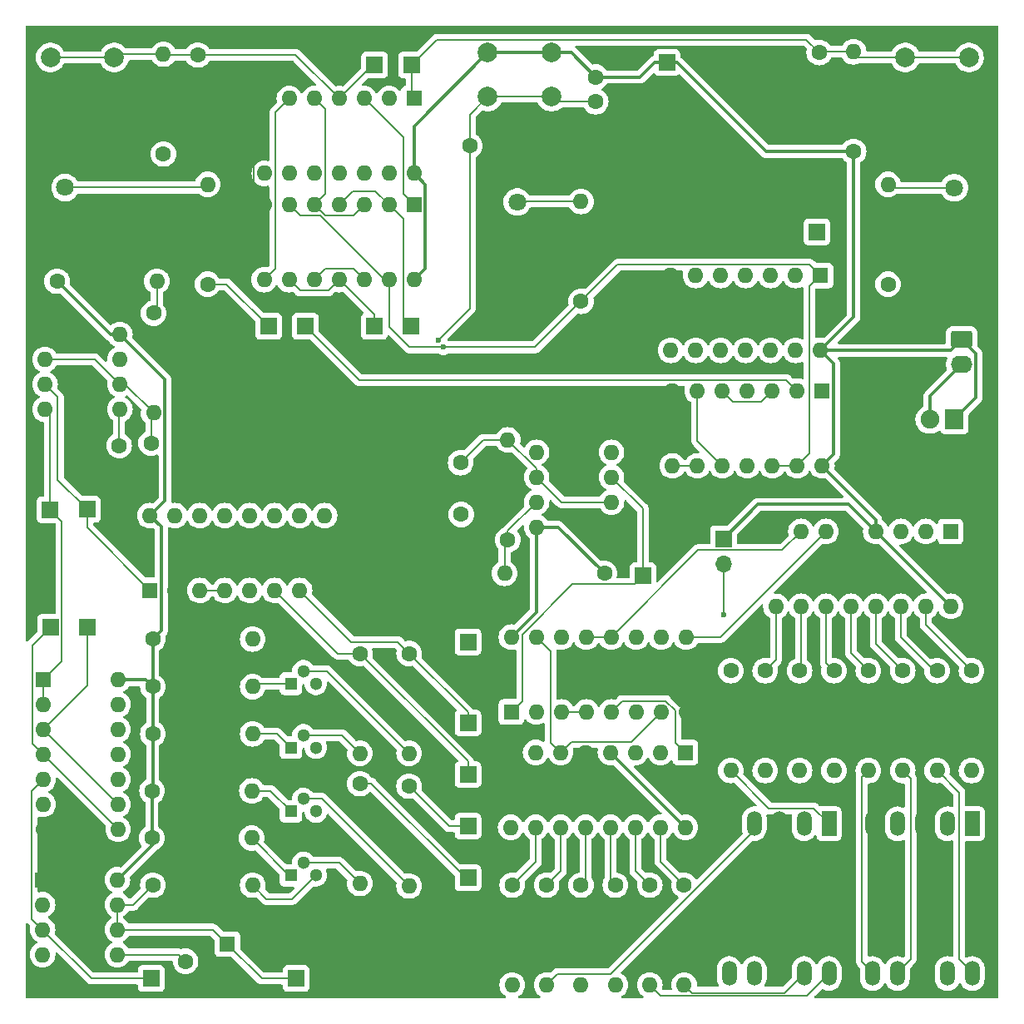
<source format=gbr>
%TF.GenerationSoftware,KiCad,Pcbnew,8.0.6*%
%TF.CreationDate,2024-12-19T16:20:12+01:00*%
%TF.ProjectId,schemat,73636865-6d61-4742-9e6b-696361645f70,rev?*%
%TF.SameCoordinates,Original*%
%TF.FileFunction,Copper,L1,Top*%
%TF.FilePolarity,Positive*%
%FSLAX46Y46*%
G04 Gerber Fmt 4.6, Leading zero omitted, Abs format (unit mm)*
G04 Created by KiCad (PCBNEW 8.0.6) date 2024-12-19 16:20:12*
%MOMM*%
%LPD*%
G01*
G04 APERTURE LIST*
G04 Aperture macros list*
%AMRoundRect*
0 Rectangle with rounded corners*
0 $1 Rounding radius*
0 $2 $3 $4 $5 $6 $7 $8 $9 X,Y pos of 4 corners*
0 Add a 4 corners polygon primitive as box body*
4,1,4,$2,$3,$4,$5,$6,$7,$8,$9,$2,$3,0*
0 Add four circle primitives for the rounded corners*
1,1,$1+$1,$2,$3*
1,1,$1+$1,$4,$5*
1,1,$1+$1,$6,$7*
1,1,$1+$1,$8,$9*
0 Add four rect primitives between the rounded corners*
20,1,$1+$1,$2,$3,$4,$5,0*
20,1,$1+$1,$4,$5,$6,$7,0*
20,1,$1+$1,$6,$7,$8,$9,0*
20,1,$1+$1,$8,$9,$2,$3,0*%
G04 Aperture macros list end*
%TA.AperFunction,ComponentPad*%
%ADD10C,1.600000*%
%TD*%
%TA.AperFunction,ComponentPad*%
%ADD11O,1.600000X1.600000*%
%TD*%
%TA.AperFunction,ComponentPad*%
%ADD12R,1.700000X1.700000*%
%TD*%
%TA.AperFunction,ComponentPad*%
%ADD13R,1.600000X1.600000*%
%TD*%
%TA.AperFunction,ComponentPad*%
%ADD14R,1.524000X2.524000*%
%TD*%
%TA.AperFunction,ComponentPad*%
%ADD15O,1.524000X2.524000*%
%TD*%
%TA.AperFunction,ComponentPad*%
%ADD16C,2.000000*%
%TD*%
%TA.AperFunction,ComponentPad*%
%ADD17R,1.800000X1.800000*%
%TD*%
%TA.AperFunction,ComponentPad*%
%ADD18C,1.800000*%
%TD*%
%TA.AperFunction,ComponentPad*%
%ADD19C,1.905000*%
%TD*%
%TA.AperFunction,ComponentPad*%
%ADD20R,1.905000X2.000000*%
%TD*%
%TA.AperFunction,ComponentPad*%
%ADD21O,1.905000X2.000000*%
%TD*%
%TA.AperFunction,ComponentPad*%
%ADD22O,1.700000X1.700000*%
%TD*%
%TA.AperFunction,ComponentPad*%
%ADD23R,1.300000X1.300000*%
%TD*%
%TA.AperFunction,ComponentPad*%
%ADD24C,1.300000*%
%TD*%
%TA.AperFunction,ComponentPad*%
%ADD25RoundRect,0.250000X-0.845000X0.620000X-0.845000X-0.620000X0.845000X-0.620000X0.845000X0.620000X0*%
%TD*%
%TA.AperFunction,ComponentPad*%
%ADD26O,2.190000X1.740000*%
%TD*%
%TA.AperFunction,ViaPad*%
%ADD27C,0.600000*%
%TD*%
%TA.AperFunction,Conductor*%
%ADD28C,0.200000*%
%TD*%
%TA.AperFunction,Conductor*%
%ADD29C,0.300000*%
%TD*%
G04 APERTURE END LIST*
D10*
%TO.P,R1,1*%
%TO.N,+5V*%
X104750000Y-33330000D03*
D11*
%TO.P,R1,2*%
%TO.N,/Interfejs U\u017Cytkownika/~USER_1_SIGNAL*%
X104750000Y-23170000D03*
%TD*%
D12*
%TO.P,TP13,1,1*%
%TO.N,/Licznik Czasu/10ms_pulse*%
X83300000Y-76510000D03*
%TD*%
D10*
%TO.P,C8,1*%
%TO.N,Net-(U3-CV)*%
X64800000Y-70260000D03*
%TO.P,C8,2*%
%TO.N,GND*%
X62300000Y-70260000D03*
%TD*%
D13*
%TO.P,U7,1*%
%TO.N,/Licznik Czasu/USER_1_VICTORY*%
X101540000Y-57700000D03*
D11*
%TO.P,U7,2*%
X99000000Y-57700000D03*
%TO.P,U7,3*%
%TO.N,Net-(U7-Pad3)*%
X96460000Y-57700000D03*
%TO.P,U7,4*%
%TO.N,Net-(TP12-Pad1)*%
X93920000Y-57700000D03*
%TO.P,U7,5*%
%TO.N,Net-(U7-Pad3)*%
X91380000Y-57700000D03*
%TO.P,U7,6*%
%TO.N,Net-(U7-Pad10)*%
X88840000Y-57700000D03*
%TO.P,U7,7,VSS*%
%TO.N,GND*%
X86300000Y-57700000D03*
%TO.P,U7,8*%
%TO.N,/Licznik Czasu/USER_2_VICOTRY*%
X86300000Y-65320000D03*
%TO.P,U7,9*%
X88840000Y-65320000D03*
%TO.P,U7,10*%
%TO.N,Net-(U7-Pad10)*%
X91380000Y-65320000D03*
%TO.P,U7,11*%
%TO.N,Net-(U10A-MR)*%
X93920000Y-65320000D03*
%TO.P,U7,12*%
%TO.N,/Licznik Czasu/START_SIGNAL*%
X96460000Y-65320000D03*
%TO.P,U7,13*%
X99000000Y-65320000D03*
%TO.P,U7,14,VDD*%
%TO.N,+5V*%
X101540000Y-65320000D03*
%TD*%
D14*
%TO.P,U14,1,E*%
%TO.N,Net-(U14-E)*%
X116830000Y-101750000D03*
D15*
%TO.P,U14,2,D*%
%TO.N,Net-(U14-D)*%
X114290000Y-101750000D03*
%TO.P,U14,3,CC*%
%TO.N,GND*%
X111750000Y-101750000D03*
%TO.P,U14,4,C*%
%TO.N,Net-(U14-C)*%
X109210000Y-101750000D03*
%TO.P,U14,5,DP*%
%TO.N,GND*%
X106670000Y-101750000D03*
%TO.P,U14,6,B*%
%TO.N,Net-(U14-B)*%
X106670000Y-116990000D03*
%TO.P,U14,7,A*%
%TO.N,Net-(U14-A)*%
X109210000Y-116990000D03*
%TO.P,U14,8,CC*%
%TO.N,GND*%
X111750000Y-116990000D03*
%TO.P,U14,9,F*%
%TO.N,Net-(U14-F)*%
X114290000Y-116990000D03*
%TO.P,U14,10,G*%
%TO.N,Net-(U14-G)*%
X116830000Y-116990000D03*
%TD*%
D12*
%TO.P,TP21,1,1*%
%TO.N,GND*%
X94250000Y-24250000D03*
%TD*%
D13*
%TO.P,U4,1*%
%TO.N,Net-(U4-Pad1)*%
X60000000Y-38750000D03*
D11*
%TO.P,U4,2*%
%TO.N,Net-(TP10-Pad1)*%
X57460000Y-38750000D03*
%TO.P,U4,3*%
%TO.N,/Licznik Czasu/USER_1_VICTORY*%
X54920000Y-38750000D03*
%TO.P,U4,4*%
%TO.N,Net-(TP10-Pad1)*%
X52380000Y-38750000D03*
%TO.P,U4,5*%
%TO.N,/Licznik Czasu/USER_1_VICTORY*%
X49840000Y-38750000D03*
%TO.P,U4,6*%
%TO.N,/Licznik Czasu/START_SIGNAL*%
X47300000Y-38750000D03*
%TO.P,U4,7,VSS*%
%TO.N,GND*%
X44760000Y-38750000D03*
%TO.P,U4,8*%
%TO.N,Net-(U4-Pad8)*%
X44760000Y-46370000D03*
%TO.P,U4,9*%
%TO.N,Net-(TP11-Pad1)*%
X47300000Y-46370000D03*
%TO.P,U4,10*%
%TO.N,/Licznik Czasu/USER_2_VICOTRY*%
X49840000Y-46370000D03*
%TO.P,U4,11*%
%TO.N,Net-(TP11-Pad1)*%
X52380000Y-46370000D03*
%TO.P,U4,12*%
%TO.N,/Licznik Czasu/USER_2_VICOTRY*%
X54920000Y-46370000D03*
%TO.P,U4,13*%
%TO.N,/Licznik Czasu/START_SIGNAL*%
X57460000Y-46370000D03*
%TO.P,U4,14,VDD*%
%TO.N,+5V*%
X60000000Y-46370000D03*
%TD*%
D12*
%TO.P,TP10,1,1*%
%TO.N,Net-(TP10-Pad1)*%
X59710000Y-51120000D03*
%TD*%
D10*
%TO.P,C3,1*%
%TO.N,+5V*%
X78500000Y-25750000D03*
%TO.P,C3,2*%
%TO.N,/Interfejs U\u017Cytkownika/RESET_SIGNAL*%
X78500000Y-28250000D03*
%TD*%
%TO.P,C5,1*%
%TO.N,Net-(U1-THR)*%
X33250000Y-63000000D03*
%TO.P,C5,2*%
%TO.N,GND*%
X33250000Y-65500000D03*
%TD*%
%TO.P,R27,1*%
%TO.N,Net-(U12-Qc)*%
X102750000Y-86170000D03*
D11*
%TO.P,R27,2*%
%TO.N,Net-(U14-C)*%
X102750000Y-96330000D03*
%TD*%
D10*
%TO.P,R33,1*%
%TO.N,/Licznik Czasu/USER_1_VICTORY*%
X108250000Y-46830000D03*
D11*
%TO.P,R33,2*%
%TO.N,Net-(D2-A)*%
X108250000Y-36670000D03*
%TD*%
D10*
%TO.P,R30,1*%
%TO.N,Net-(U12-Qf)*%
X116750000Y-86170000D03*
D11*
%TO.P,R30,2*%
%TO.N,Net-(U14-F)*%
X116750000Y-96330000D03*
%TD*%
D10*
%TO.P,R24,1*%
%TO.N,Net-(U11-Qg)*%
X84000000Y-108000000D03*
D11*
%TO.P,R24,2*%
%TO.N,Net-(U13-G)*%
X84000000Y-118160000D03*
%TD*%
D10*
%TO.P,R25,1*%
%TO.N,Net-(U12-Qa)*%
X109750000Y-86170000D03*
D11*
%TO.P,R25,2*%
%TO.N,Net-(U14-A)*%
X109750000Y-96330000D03*
%TD*%
D16*
%TO.P,SW1,1,1*%
%TO.N,/Interfejs U\u017Cytkownika/~USER_1_SIGNAL*%
X110000000Y-23750000D03*
X116500000Y-23750000D03*
%TO.P,SW1,2,2*%
%TO.N,GND*%
X110000000Y-28250000D03*
X116500000Y-28250000D03*
%TD*%
D10*
%TO.P,R13,1*%
%TO.N,+5V*%
X33340000Y-98400000D03*
D11*
%TO.P,R13,2*%
%TO.N,Net-(Q3-C)*%
X43500000Y-98400000D03*
%TD*%
D12*
%TO.P,TP11,1,1*%
%TO.N,Net-(TP11-Pad1)*%
X55960000Y-51120000D03*
%TD*%
D10*
%TO.P,R8,1*%
%TO.N,+5V*%
X33420000Y-87800000D03*
D11*
%TO.P,R8,2*%
%TO.N,Net-(Q1-C)*%
X43580000Y-87800000D03*
%TD*%
D10*
%TO.P,R15,1*%
%TO.N,+5V*%
X33320000Y-103200000D03*
D11*
%TO.P,R15,2*%
%TO.N,Net-(Q4-C)*%
X43480000Y-103200000D03*
%TD*%
D12*
%TO.P,TP18,1,1*%
%TO.N,/Licznik Czasu/START_SIGNAL*%
X23000000Y-81750000D03*
%TD*%
D10*
%TO.P,R11,1*%
%TO.N,+5V*%
X33420000Y-92600000D03*
D11*
%TO.P,R11,2*%
%TO.N,Net-(Q2-C)*%
X43580000Y-92600000D03*
%TD*%
D17*
%TO.P,D3,1,K*%
%TO.N,GND*%
X24500000Y-34460000D03*
D18*
%TO.P,D3,2,A*%
%TO.N,Net-(D3-A)*%
X24500000Y-37000000D03*
%TD*%
D12*
%TO.P,TP14,1,1*%
%TO.N,Net-(U10A-MR)*%
X65500000Y-83250000D03*
%TD*%
%TO.P,TP19,1,1*%
%TO.N,/Licznik Czasu/USER_2_VICOTRY*%
X45210000Y-51120000D03*
%TD*%
D13*
%TO.P,U8,1*%
%TO.N,/Interfejs U\u017Cytkownika/~USER_1_SIGNAL*%
X60012448Y-27940000D03*
D11*
%TO.P,U8,2*%
%TO.N,/Licznik Czasu/USER_2_VICOTRY*%
X57472448Y-27940000D03*
%TO.P,U8,3*%
%TO.N,Net-(U4-Pad1)*%
X54932448Y-27940000D03*
%TO.P,U8,4*%
%TO.N,/Interfejs U\u017Cytkownika/~USER_2_SIGNAL*%
X52392448Y-27940000D03*
%TO.P,U8,5*%
%TO.N,/Licznik Czasu/USER_1_VICTORY*%
X49852448Y-27940000D03*
%TO.P,U8,6*%
%TO.N,Net-(U4-Pad8)*%
X47312448Y-27940000D03*
%TO.P,U8,7,GND*%
%TO.N,GND*%
X44772448Y-27940000D03*
%TO.P,U8,8*%
%TO.N,unconnected-(U8-Pad8)*%
X44772448Y-35560000D03*
%TO.P,U8,9*%
%TO.N,unconnected-(U8-Pad9)*%
X47312448Y-35560000D03*
%TO.P,U8,10*%
%TO.N,unconnected-(U8-Pad10)*%
X49852448Y-35560000D03*
%TO.P,U8,11*%
%TO.N,unconnected-(U8-Pad11)*%
X52392448Y-35560000D03*
%TO.P,U8,12*%
%TO.N,unconnected-(U8-Pad12)*%
X54932448Y-35560000D03*
%TO.P,U8,13*%
%TO.N,unconnected-(U8-Pad13)*%
X57472448Y-35560000D03*
%TO.P,U8,14,VCC*%
%TO.N,+5V*%
X60012448Y-35560000D03*
%TD*%
D12*
%TO.P,TP20,1,1*%
%TO.N,/Licznik Czasu/USER_1_VICTORY*%
X48960000Y-51120000D03*
%TD*%
D10*
%TO.P,R32,1*%
%TO.N,/Licznik Czasu/START_SIGNAL*%
X77000000Y-48580000D03*
D11*
%TO.P,R32,2*%
%TO.N,Net-(D1-A)*%
X77000000Y-38420000D03*
%TD*%
D17*
%TO.P,D1,1,K*%
%TO.N,GND*%
X70500000Y-41000000D03*
D18*
%TO.P,D1,2,A*%
%TO.N,Net-(D1-A)*%
X70500000Y-38460000D03*
%TD*%
D19*
%TO.P,Q5,1,D*%
%TO.N,Net-(J2-Pin_2)*%
X112500000Y-60600000D03*
D20*
%TO.P,Q5,2,G*%
%TO.N,+5V*%
X115000000Y-60600000D03*
D21*
%TO.P,Q5,3,S*%
%TO.N,GND*%
X109920000Y-60600000D03*
%TD*%
D10*
%TO.P,C1,1*%
%TO.N,/Interfejs U\u017Cytkownika/~USER_1_SIGNAL*%
X101250000Y-23250000D03*
%TO.P,C1,2*%
%TO.N,GND*%
X101250000Y-25750000D03*
%TD*%
%TO.P,R28,1*%
%TO.N,Net-(U12-Qd)*%
X99250000Y-86170000D03*
D11*
%TO.P,R28,2*%
%TO.N,Net-(U14-D)*%
X99250000Y-96330000D03*
%TD*%
D10*
%TO.P,R19,1*%
%TO.N,Net-(U11-Qb)*%
X77000000Y-108000000D03*
D11*
%TO.P,R19,2*%
%TO.N,Net-(U13-B)*%
X77000000Y-118160000D03*
%TD*%
D12*
%TO.P,TP9,1,1*%
%TO.N,Net-(U5-DIS)*%
X48000000Y-117500000D03*
%TD*%
D10*
%TO.P,R17,1*%
%TO.N,Net-(U3-DIS)*%
X69550000Y-72840000D03*
D11*
%TO.P,R17,2*%
%TO.N,Net-(U3-THR)*%
X69550000Y-62680000D03*
%TD*%
D12*
%TO.P,TP2,1,1*%
%TO.N,/Uk\u0142ad Startowy/High Freq Pulse Generator/PULSE_OUTPUT*%
X26750000Y-69750000D03*
%TD*%
%TO.P,TP8,1,1*%
%TO.N,Net-(U2A-Q0)*%
X65500000Y-107250000D03*
%TD*%
D13*
%TO.P,U2,1,~{CP0}*%
%TO.N,/Uk\u0142ad Startowy/High Freq Pulse Generator/PULSE_OUTPUT*%
X33130000Y-78000000D03*
D11*
%TO.P,U2,2,MR*%
%TO.N,GND*%
X35670000Y-78000000D03*
%TO.P,U2,3,Q0*%
%TO.N,Net-(U2A-Q0)*%
X38210000Y-78000000D03*
%TO.P,U2,4,~{CP1}*%
X40750000Y-78000000D03*
%TO.P,U2,5,Q1*%
%TO.N,Net-(U2A-Q1)*%
X43290000Y-78000000D03*
%TO.P,U2,6,Q2*%
%TO.N,Net-(U2A-Q2)*%
X45830000Y-78000000D03*
%TO.P,U2,7,Q3*%
%TO.N,Net-(U2A-Q3)*%
X48370000Y-78000000D03*
%TO.P,U2,8,GND*%
%TO.N,GND*%
X50910000Y-78000000D03*
%TO.P,U2,9,Q3*%
%TO.N,unconnected-(U2B-Q3-Pad9)*%
X50910000Y-70380000D03*
%TO.P,U2,10,Q2*%
%TO.N,unconnected-(U2B-Q2-Pad10)*%
X48370000Y-70380000D03*
%TO.P,U2,11,Q1*%
%TO.N,unconnected-(U2B-Q1-Pad11)*%
X45830000Y-70380000D03*
%TO.P,U2,12,~{CP1}*%
%TO.N,unconnected-(U2B-~{CP1}-Pad12)*%
X43290000Y-70380000D03*
%TO.P,U2,13,Q0*%
%TO.N,unconnected-(U2B-Q0-Pad13)*%
X40750000Y-70380000D03*
%TO.P,U2,14,MR*%
%TO.N,unconnected-(U2B-MR-Pad14)*%
X38210000Y-70380000D03*
%TO.P,U2,15,~{CP0}*%
%TO.N,unconnected-(U2B-~{CP0}-Pad15)*%
X35670000Y-70380000D03*
%TO.P,U2,16,VCC*%
%TO.N,+5V*%
X33130000Y-70380000D03*
%TD*%
D10*
%TO.P,C6,1*%
%TO.N,Net-(U5-CV)*%
X36750000Y-115750000D03*
%TO.P,C6,2*%
%TO.N,GND*%
X36750000Y-118250000D03*
%TD*%
D13*
%TO.P,U11,1,DB*%
%TO.N,Net-(U10A-Q1)*%
X87625000Y-94500000D03*
D11*
%TO.P,U11,2,DC*%
%TO.N,Net-(U10A-Q2)*%
X85085000Y-94500000D03*
%TO.P,U11,3,~{LT}*%
%TO.N,Net-(J1-Pin_2)*%
X82545000Y-94500000D03*
%TO.P,U11,4,~{BI}*%
%TO.N,+5V*%
X80005000Y-94500000D03*
%TO.P,U11,5,~{EL}*%
%TO.N,GND*%
X77465000Y-94500000D03*
%TO.P,U11,6,DD*%
%TO.N,Net-(U10A-Q3)*%
X74925000Y-94500000D03*
%TO.P,U11,7,DA*%
%TO.N,Net-(U10A-Q0)*%
X72385000Y-94500000D03*
%TO.P,U11,8,Vss*%
%TO.N,GND*%
X69845000Y-94500000D03*
%TO.P,U11,9,Qe*%
%TO.N,Net-(U11-Qe)*%
X69845000Y-102120000D03*
%TO.P,U11,10,Qd*%
%TO.N,Net-(U11-Qd)*%
X72385000Y-102120000D03*
%TO.P,U11,11,Qc*%
%TO.N,Net-(U11-Qc)*%
X74925000Y-102120000D03*
%TO.P,U11,12,Qb*%
%TO.N,Net-(U11-Qb)*%
X77465000Y-102120000D03*
%TO.P,U11,13,Qa*%
%TO.N,Net-(U11-Qa)*%
X80005000Y-102120000D03*
%TO.P,U11,14,Qg*%
%TO.N,Net-(U11-Qg)*%
X82545000Y-102120000D03*
%TO.P,U11,15,Qf*%
%TO.N,Net-(U11-Qf)*%
X85085000Y-102120000D03*
%TO.P,U11,16,Vdd*%
%TO.N,+5V*%
X87625000Y-102120000D03*
%TD*%
D12*
%TO.P,TP3,1,1*%
%TO.N,/Uk\u0142ad Startowy/Start Impulse Generator/START_PULSE_OUTPUT*%
X33250000Y-117500000D03*
%TD*%
D10*
%TO.P,R26,1*%
%TO.N,Net-(U12-Qb)*%
X106250000Y-86170000D03*
D11*
%TO.P,R26,2*%
%TO.N,Net-(U14-B)*%
X106250000Y-96330000D03*
%TD*%
D10*
%TO.P,R10,1*%
%TO.N,Net-(U2A-Q2)*%
X54500000Y-84420000D03*
D11*
%TO.P,R10,2*%
%TO.N,Net-(Q2-B)*%
X54500000Y-94580000D03*
%TD*%
D10*
%TO.P,R7,1*%
%TO.N,+5V*%
X33420000Y-82950000D03*
D11*
%TO.P,R7,2*%
%TO.N,Net-(Q1-E)*%
X43580000Y-82950000D03*
%TD*%
D12*
%TO.P,TP12,1,1*%
%TO.N,Net-(TP12-Pad1)*%
X101000000Y-41500000D03*
%TD*%
D10*
%TO.P,C2,1*%
%TO.N,/Interfejs U\u017Cytkownika/~USER_2_SIGNAL*%
X38000000Y-23500000D03*
%TO.P,C2,2*%
%TO.N,GND*%
X38000000Y-26000000D03*
%TD*%
%TO.P,R12,1*%
%TO.N,Net-(U2A-Q1)*%
X59500000Y-97920000D03*
D11*
%TO.P,R12,2*%
%TO.N,Net-(Q3-B)*%
X59500000Y-108080000D03*
%TD*%
D10*
%TO.P,R31,1*%
%TO.N,Net-(U12-Qg)*%
X113250000Y-86170000D03*
D11*
%TO.P,R31,2*%
%TO.N,Net-(U14-G)*%
X113250000Y-96330000D03*
%TD*%
D12*
%TO.P,TP1,1,1*%
%TO.N,+5V*%
X85750000Y-24250000D03*
%TD*%
D13*
%TO.P,U16,1*%
%TO.N,/Interfejs U\u017Cytkownika/RESET_SIGNAL*%
X22270000Y-87075000D03*
D11*
%TO.P,U16,2*%
X22270000Y-89615000D03*
%TO.P,U16,3*%
%TO.N,/Uk\u0142ad Startowy/Start Impulse Generator/~TIMER_ENABLE*%
X22270000Y-92155000D03*
%TO.P,U16,4*%
%TO.N,/Licznik Czasu/START_SIGNAL*%
X22270000Y-94695000D03*
%TO.P,U16,5*%
%TO.N,/Uk\u0142ad Startowy/Start Impulse Generator/START_PULSE_OUTPUT*%
X22270000Y-97235000D03*
%TO.P,U16,6*%
%TO.N,Net-(U16-Pad10)*%
X22270000Y-99775000D03*
%TO.P,U16,7,VSS*%
%TO.N,GND*%
X22270000Y-102315000D03*
%TO.P,U16,8*%
%TO.N,/Licznik Czasu/START_SIGNAL*%
X29890000Y-102315000D03*
%TO.P,U16,9*%
%TO.N,/Uk\u0142ad Startowy/Start Impulse Generator/~TIMER_ENABLE*%
X29890000Y-99775000D03*
%TO.P,U16,10*%
%TO.N,Net-(U16-Pad10)*%
X29890000Y-97235000D03*
%TO.P,U16,11*%
%TO.N,unconnected-(U16-Pad11)*%
X29890000Y-94695000D03*
%TO.P,U16,12*%
%TO.N,unconnected-(U16-Pad12)*%
X29890000Y-92155000D03*
%TO.P,U16,13*%
%TO.N,unconnected-(U16-Pad13)*%
X29890000Y-89615000D03*
%TO.P,U16,14,VDD*%
%TO.N,+5V*%
X29890000Y-87075000D03*
%TD*%
D13*
%TO.P,U12,1,DB*%
%TO.N,Net-(U10B-Q1)*%
X114625000Y-72000000D03*
D11*
%TO.P,U12,2,DC*%
%TO.N,Net-(U10B-Q2)*%
X112085000Y-72000000D03*
%TO.P,U12,3,~{LT}*%
%TO.N,Net-(J1-Pin_2)*%
X109545000Y-72000000D03*
%TO.P,U12,4,~{BI}*%
%TO.N,+5V*%
X107005000Y-72000000D03*
%TO.P,U12,5,~{EL}*%
%TO.N,GND*%
X104465000Y-72000000D03*
%TO.P,U12,6,DD*%
%TO.N,Net-(U10B-Q3)*%
X101925000Y-72000000D03*
%TO.P,U12,7,DA*%
%TO.N,Net-(U10B-Q0)*%
X99385000Y-72000000D03*
%TO.P,U12,8,Vss*%
%TO.N,GND*%
X96845000Y-72000000D03*
%TO.P,U12,9,Qe*%
%TO.N,Net-(U12-Qe)*%
X96845000Y-79620000D03*
%TO.P,U12,10,Qd*%
%TO.N,Net-(U12-Qd)*%
X99385000Y-79620000D03*
%TO.P,U12,11,Qc*%
%TO.N,Net-(U12-Qc)*%
X101925000Y-79620000D03*
%TO.P,U12,12,Qb*%
%TO.N,Net-(U12-Qb)*%
X104465000Y-79620000D03*
%TO.P,U12,13,Qa*%
%TO.N,Net-(U12-Qa)*%
X107005000Y-79620000D03*
%TO.P,U12,14,Qg*%
%TO.N,Net-(U12-Qg)*%
X109545000Y-79620000D03*
%TO.P,U12,15,Qf*%
%TO.N,Net-(U12-Qf)*%
X112085000Y-79620000D03*
%TO.P,U12,16,Vdd*%
%TO.N,+5V*%
X114625000Y-79620000D03*
%TD*%
D12*
%TO.P,TP5,1,1*%
%TO.N,Net-(U2A-Q3)*%
X65500000Y-91500000D03*
%TD*%
D10*
%TO.P,C4,1*%
%TO.N,Net-(U1-CV)*%
X30000000Y-63250000D03*
%TO.P,C4,2*%
%TO.N,GND*%
X27500000Y-63250000D03*
%TD*%
D12*
%TO.P,J1,1,Pin_1*%
%TO.N,+5V*%
X91500000Y-72750000D03*
D22*
%TO.P,J1,2,Pin_2*%
%TO.N,Net-(J1-Pin_2)*%
X91500000Y-75290000D03*
%TD*%
D10*
%TO.P,R2,1*%
%TO.N,+5V*%
X34500000Y-33580000D03*
D11*
%TO.P,R2,2*%
%TO.N,/Interfejs U\u017Cytkownika/~USER_2_SIGNAL*%
X34500000Y-23420000D03*
%TD*%
D16*
%TO.P,SW2,1,1*%
%TO.N,/Interfejs U\u017Cytkownika/~USER_2_SIGNAL*%
X23000000Y-23750000D03*
X29500000Y-23750000D03*
%TO.P,SW2,2,2*%
%TO.N,GND*%
X23000000Y-28250000D03*
X29500000Y-28250000D03*
%TD*%
D10*
%TO.P,R23,1*%
%TO.N,Net-(U11-Qf)*%
X87500000Y-108000000D03*
D11*
%TO.P,R23,2*%
%TO.N,Net-(U13-F)*%
X87500000Y-118160000D03*
%TD*%
D13*
%TO.P,U10,1,~{CP0}*%
%TO.N,/Licznik Czasu/10ms_pulse*%
X69920000Y-90370000D03*
D11*
%TO.P,U10,2,MR*%
%TO.N,Net-(U10A-MR)*%
X72460000Y-90370000D03*
%TO.P,U10,3,Q0*%
%TO.N,Net-(U10A-Q0)*%
X75000000Y-90370000D03*
%TO.P,U10,4,~{CP1}*%
X77540000Y-90370000D03*
%TO.P,U10,5,Q1*%
%TO.N,Net-(U10A-Q1)*%
X80080000Y-90370000D03*
%TO.P,U10,6,Q2*%
%TO.N,Net-(U10A-Q2)*%
X82620000Y-90370000D03*
%TO.P,U10,7,Q3*%
%TO.N,Net-(U10A-Q3)*%
X85160000Y-90370000D03*
%TO.P,U10,8,GND*%
%TO.N,GND*%
X87700000Y-90370000D03*
%TO.P,U10,9,Q3*%
%TO.N,Net-(U10B-Q3)*%
X87700000Y-82750000D03*
%TO.P,U10,10,Q2*%
%TO.N,Net-(U10B-Q2)*%
X85160000Y-82750000D03*
%TO.P,U10,11,Q1*%
%TO.N,Net-(U10B-Q1)*%
X82620000Y-82750000D03*
%TO.P,U10,12,~{CP1}*%
%TO.N,Net-(U10B-Q0)*%
X80080000Y-82750000D03*
%TO.P,U10,13,Q0*%
X77540000Y-82750000D03*
%TO.P,U10,14,MR*%
%TO.N,Net-(U10A-MR)*%
X75000000Y-82750000D03*
%TO.P,U10,15,~{CP0}*%
%TO.N,Net-(U10A-Q3)*%
X72460000Y-82750000D03*
%TO.P,U10,16,VCC*%
%TO.N,+5V*%
X69920000Y-82750000D03*
%TD*%
D23*
%TO.P,Q3,1,C*%
%TO.N,Net-(Q3-C)*%
X47480000Y-100500000D03*
D24*
%TO.P,Q3,2,B*%
%TO.N,Net-(Q3-B)*%
X48750000Y-99230000D03*
%TO.P,Q3,3,E*%
%TO.N,Net-(Q1-E)*%
X50020000Y-100500000D03*
%TD*%
D25*
%TO.P,J2,1,Pin_1*%
%TO.N,+5V*%
X115750000Y-52460000D03*
D26*
%TO.P,J2,2,Pin_2*%
%TO.N,Net-(J2-Pin_2)*%
X115750000Y-55000000D03*
%TD*%
D10*
%TO.P,C9,1*%
%TO.N,Net-(U3-THR)*%
X64750000Y-65000000D03*
%TO.P,C9,2*%
%TO.N,GND*%
X59750000Y-65000000D03*
%TD*%
D23*
%TO.P,Q4,1,C*%
%TO.N,Net-(Q4-C)*%
X47480000Y-107000000D03*
D24*
%TO.P,Q4,2,B*%
%TO.N,Net-(Q4-B)*%
X48750000Y-105730000D03*
%TO.P,Q4,3,E*%
%TO.N,Net-(Q1-E)*%
X50020000Y-107000000D03*
%TD*%
D10*
%TO.P,R14,1*%
%TO.N,Net-(U2A-Q0)*%
X54500000Y-97670000D03*
D11*
%TO.P,R14,2*%
%TO.N,Net-(Q4-B)*%
X54500000Y-107830000D03*
%TD*%
D13*
%TO.P,U3,1,GND*%
%TO.N,GND*%
X80100000Y-71560000D03*
D11*
%TO.P,U3,2,TR*%
%TO.N,Net-(U3-THR)*%
X80100000Y-69020000D03*
%TO.P,U3,3,Q*%
%TO.N,/Licznik Czasu/10ms_pulse*%
X80100000Y-66480000D03*
%TO.P,U3,4,R*%
%TO.N,/Licznik Czasu/10ms Pulse Generator/PULSE_ENABLE*%
X80100000Y-63940000D03*
%TO.P,U3,5,CV*%
%TO.N,Net-(U3-CV)*%
X72480000Y-63940000D03*
%TO.P,U3,6,THR*%
%TO.N,Net-(U3-THR)*%
X72480000Y-66480000D03*
%TO.P,U3,7,DIS*%
%TO.N,Net-(U3-DIS)*%
X72480000Y-69020000D03*
%TO.P,U3,8,VCC*%
%TO.N,+5V*%
X72480000Y-71560000D03*
%TD*%
D10*
%TO.P,R4,1*%
%TO.N,+5V*%
X23670000Y-46530000D03*
D11*
%TO.P,R4,2*%
%TO.N,Net-(U1-DIS)*%
X33830000Y-46530000D03*
%TD*%
D23*
%TO.P,Q1,1,C*%
%TO.N,Net-(Q1-C)*%
X47480000Y-87500000D03*
D24*
%TO.P,Q1,2,B*%
%TO.N,Net-(Q1-B)*%
X48750000Y-86230000D03*
%TO.P,Q1,3,E*%
%TO.N,Net-(Q1-E)*%
X50020000Y-87500000D03*
%TD*%
D13*
%TO.P,C7,1*%
%TO.N,Net-(U5-DIS)*%
X41000000Y-114000000D03*
D10*
%TO.P,C7,2*%
%TO.N,GND*%
X43500000Y-114000000D03*
%TD*%
D12*
%TO.P,TP17,1,1*%
%TO.N,/Interfejs U\u017Cytkownika/~USER_2_SIGNAL*%
X56000000Y-24510000D03*
%TD*%
D13*
%TO.P,U1,1,GND*%
%TO.N,GND*%
X22450000Y-51950000D03*
D11*
%TO.P,U1,2,TR*%
%TO.N,Net-(U1-THR)*%
X22450000Y-54490000D03*
%TO.P,U1,3,Q*%
%TO.N,/Uk\u0142ad Startowy/High Freq Pulse Generator/PULSE_OUTPUT*%
X22450000Y-57030000D03*
%TO.P,U1,4,R*%
%TO.N,/Interfejs U\u017Cytkownika/RESET_SIGNAL*%
X22450000Y-59570000D03*
%TO.P,U1,5,CV*%
%TO.N,Net-(U1-CV)*%
X30070000Y-59570000D03*
%TO.P,U1,6,THR*%
%TO.N,Net-(U1-THR)*%
X30070000Y-57030000D03*
%TO.P,U1,7,DIS*%
%TO.N,Net-(U1-DIS)*%
X30070000Y-54490000D03*
%TO.P,U1,8,VCC*%
%TO.N,+5V*%
X30070000Y-51950000D03*
%TD*%
D12*
%TO.P,TP6,1,1*%
%TO.N,Net-(U2A-Q2)*%
X65500000Y-96750000D03*
%TD*%
%TO.P,TP4,1,1*%
%TO.N,/Uk\u0142ad Startowy/Start Impulse Generator/~TIMER_ENABLE*%
X26750000Y-81750000D03*
%TD*%
D10*
%TO.P,R20,1*%
%TO.N,Net-(U11-Qc)*%
X73500000Y-108000000D03*
D11*
%TO.P,R20,2*%
%TO.N,Net-(U13-C)*%
X73500000Y-118160000D03*
%TD*%
D10*
%TO.P,R21,1*%
%TO.N,Net-(U11-Qd)*%
X70000000Y-108000000D03*
D11*
%TO.P,R21,2*%
%TO.N,Net-(U13-D)*%
X70000000Y-118160000D03*
%TD*%
D23*
%TO.P,Q2,1,C*%
%TO.N,Net-(Q2-C)*%
X47480000Y-94000000D03*
D24*
%TO.P,Q2,2,B*%
%TO.N,Net-(Q2-B)*%
X48750000Y-92730000D03*
%TO.P,Q2,3,E*%
%TO.N,Net-(Q1-E)*%
X50020000Y-94000000D03*
%TD*%
D13*
%TO.P,U5,1,GND*%
%TO.N,GND*%
X22200000Y-107450000D03*
D11*
%TO.P,U5,2,TR*%
%TO.N,/Uk\u0142ad Startowy/Start Impulse Generator/~TIMER_ENABLE*%
X22200000Y-109990000D03*
%TO.P,U5,3,Q*%
%TO.N,/Uk\u0142ad Startowy/Start Impulse Generator/START_PULSE_OUTPUT*%
X22200000Y-112530000D03*
%TO.P,U5,4,R*%
%TO.N,+5V*%
X22200000Y-115070000D03*
%TO.P,U5,5,CV*%
%TO.N,Net-(U5-CV)*%
X29820000Y-115070000D03*
%TO.P,U5,6,THR*%
%TO.N,Net-(U5-DIS)*%
X29820000Y-112530000D03*
%TO.P,U5,7,DIS*%
X29820000Y-109990000D03*
%TO.P,U5,8,VCC*%
%TO.N,+5V*%
X29820000Y-107450000D03*
%TD*%
D12*
%TO.P,TP15,1,1*%
%TO.N,/Interfejs U\u017Cytkownika/RESET_SIGNAL*%
X22950000Y-69780000D03*
%TD*%
D10*
%TO.P,R18,1*%
%TO.N,Net-(U11-Qa)*%
X80500000Y-108000000D03*
D11*
%TO.P,R18,2*%
%TO.N,Net-(U13-A)*%
X80500000Y-118160000D03*
%TD*%
D12*
%TO.P,TP7,1,1*%
%TO.N,Net-(U2A-Q1)*%
X65500000Y-102000000D03*
%TD*%
D13*
%TO.P,U6,1*%
%TO.N,/Licznik Czasu/START_SIGNAL*%
X101375000Y-45950000D03*
D11*
%TO.P,U6,2*%
%TO.N,Net-(TP12-Pad1)*%
X98835000Y-45950000D03*
%TO.P,U6,3*%
%TO.N,/Licznik Czasu/10ms Pulse Generator/PULSE_ENABLE*%
X96295000Y-45950000D03*
%TO.P,U6,4*%
%TO.N,unconnected-(U6-Pad4)*%
X93755000Y-45950000D03*
%TO.P,U6,5*%
%TO.N,unconnected-(U6-Pad5)*%
X91215000Y-45950000D03*
%TO.P,U6,6*%
%TO.N,unconnected-(U6-Pad6)*%
X88675000Y-45950000D03*
%TO.P,U6,7,GND*%
%TO.N,GND*%
X86135000Y-45950000D03*
%TO.P,U6,8*%
%TO.N,unconnected-(U6-Pad8)*%
X86135000Y-53570000D03*
%TO.P,U6,9*%
%TO.N,unconnected-(U6-Pad9)*%
X88675000Y-53570000D03*
%TO.P,U6,10*%
%TO.N,unconnected-(U6-Pad10)*%
X91215000Y-53570000D03*
%TO.P,U6,11*%
%TO.N,unconnected-(U6-Pad11)*%
X93755000Y-53570000D03*
%TO.P,U6,12*%
%TO.N,unconnected-(U6-Pad12)*%
X96295000Y-53570000D03*
%TO.P,U6,13*%
%TO.N,unconnected-(U6-Pad13)*%
X98835000Y-53570000D03*
%TO.P,U6,14,VCC*%
%TO.N,+5V*%
X101375000Y-53570000D03*
%TD*%
D17*
%TO.P,D2,1,K*%
%TO.N,GND*%
X115000000Y-34475000D03*
D18*
%TO.P,D2,2,A*%
%TO.N,Net-(D2-A)*%
X115000000Y-37015000D03*
%TD*%
D10*
%TO.P,R9,1*%
%TO.N,Net-(U5-DIS)*%
X33420000Y-108000000D03*
D11*
%TO.P,R9,2*%
%TO.N,Net-(Q1-E)*%
X43580000Y-108000000D03*
%TD*%
D14*
%TO.P,U13,1,E*%
%TO.N,Net-(U13-E)*%
X102250000Y-101750000D03*
D15*
%TO.P,U13,2,D*%
%TO.N,Net-(U13-D)*%
X99710000Y-101750000D03*
%TO.P,U13,3,CC*%
%TO.N,GND*%
X97170000Y-101750000D03*
%TO.P,U13,4,C*%
%TO.N,Net-(U13-C)*%
X94630000Y-101750000D03*
%TO.P,U13,5,DP*%
%TO.N,GND*%
X92090000Y-101750000D03*
%TO.P,U13,6,B*%
%TO.N,Net-(U13-B)*%
X92090000Y-116990000D03*
%TO.P,U13,7,A*%
%TO.N,Net-(U13-A)*%
X94630000Y-116990000D03*
%TO.P,U13,8,CC*%
%TO.N,GND*%
X97170000Y-116990000D03*
%TO.P,U13,9,F*%
%TO.N,Net-(U13-F)*%
X99710000Y-116990000D03*
%TO.P,U13,10,G*%
%TO.N,Net-(U13-G)*%
X102250000Y-116990000D03*
%TD*%
D10*
%TO.P,R6,1*%
%TO.N,Net-(U2A-Q3)*%
X59500000Y-84420000D03*
D11*
%TO.P,R6,2*%
%TO.N,Net-(Q1-B)*%
X59500000Y-94580000D03*
%TD*%
D10*
%TO.P,R16,1*%
%TO.N,+5V*%
X79380000Y-76260000D03*
D11*
%TO.P,R16,2*%
%TO.N,Net-(U3-DIS)*%
X69220000Y-76260000D03*
%TD*%
D16*
%TO.P,SW3,1,1*%
%TO.N,+5V*%
X67500000Y-23250000D03*
X74000000Y-23250000D03*
%TO.P,SW3,2,2*%
%TO.N,/Interfejs U\u017Cytkownika/RESET_SIGNAL*%
X67500000Y-27750000D03*
X74000000Y-27750000D03*
%TD*%
D10*
%TO.P,R34,1*%
%TO.N,/Licznik Czasu/USER_2_VICOTRY*%
X39000000Y-46830000D03*
D11*
%TO.P,R34,2*%
%TO.N,Net-(D3-A)*%
X39000000Y-36670000D03*
%TD*%
D10*
%TO.P,R29,1*%
%TO.N,Net-(U12-Qe)*%
X95750000Y-86170000D03*
D11*
%TO.P,R29,2*%
%TO.N,Net-(U14-E)*%
X95750000Y-96330000D03*
%TD*%
D10*
%TO.P,R5,1*%
%TO.N,Net-(U1-DIS)*%
X33500000Y-49780000D03*
D11*
%TO.P,R5,2*%
%TO.N,Net-(U1-THR)*%
X33500000Y-59940000D03*
%TD*%
D10*
%TO.P,R3,1*%
%TO.N,/Interfejs U\u017Cytkownika/RESET_SIGNAL*%
X65670000Y-32750000D03*
D11*
%TO.P,R3,2*%
%TO.N,GND*%
X75830000Y-32750000D03*
%TD*%
D12*
%TO.P,TP16,1,1*%
%TO.N,/Interfejs U\u017Cytkownika/~USER_1_SIGNAL*%
X59750000Y-24510000D03*
%TD*%
D10*
%TO.P,R22,1*%
%TO.N,Net-(U11-Qe)*%
X92250000Y-86170000D03*
D11*
%TO.P,R22,2*%
%TO.N,Net-(U13-E)*%
X92250000Y-96330000D03*
%TD*%
D27*
%TO.N,/Interfejs U\u017Cytkownika/RESET_SIGNAL*%
X62500000Y-52500000D03*
%TO.N,Net-(J1-Pin_2)*%
X91500000Y-80500000D03*
%TO.N,/Licznik Czasu/START_SIGNAL*%
X63000000Y-53250000D03*
%TD*%
D28*
%TO.N,GND*%
X43660000Y-29052448D02*
X44772448Y-27940000D01*
X43660000Y-37650000D02*
X43660000Y-29052448D01*
X44760000Y-38750000D02*
X43660000Y-37650000D01*
D29*
%TO.N,+5V*%
X117195000Y-58405000D02*
X117195000Y-53905000D01*
X112000000Y-53570000D02*
X114640000Y-53570000D01*
X95000000Y-69250000D02*
X91500000Y-72750000D01*
X83000000Y-25750000D02*
X84500000Y-24250000D01*
X34650000Y-68860000D02*
X33130000Y-70380000D01*
X29820000Y-107450000D02*
X33320000Y-103950000D01*
X107005000Y-72000000D02*
X107005000Y-70785000D01*
X60012448Y-30737552D02*
X60012448Y-35560000D01*
X61150000Y-45220000D02*
X60000000Y-46370000D01*
X101375000Y-53570000D02*
X112000000Y-53570000D01*
X29090000Y-51950000D02*
X30070000Y-51950000D01*
X32695000Y-87075000D02*
X33420000Y-87800000D01*
X67500000Y-23250000D02*
X74000000Y-23250000D01*
X67500000Y-23250000D02*
X60012448Y-30737552D01*
X74680000Y-71560000D02*
X79380000Y-76260000D01*
X104255000Y-69250000D02*
X95000000Y-69250000D01*
X74000000Y-23250000D02*
X76000000Y-23250000D01*
X114640000Y-53570000D02*
X115750000Y-52460000D01*
X34650000Y-56530000D02*
X34650000Y-68860000D01*
X33420000Y-87800000D02*
X33420000Y-92600000D01*
X102690000Y-64170000D02*
X101540000Y-65320000D01*
X33420000Y-92600000D02*
X33420000Y-98320000D01*
X23670000Y-46530000D02*
X29090000Y-51950000D01*
X107005000Y-72000000D02*
X114625000Y-79620000D01*
X33320000Y-103950000D02*
X33320000Y-103200000D01*
X104750000Y-50195000D02*
X101375000Y-53570000D01*
X107005000Y-70785000D02*
X101540000Y-65320000D01*
X72480000Y-80190000D02*
X72480000Y-71560000D01*
X84500000Y-24250000D02*
X85750000Y-24250000D01*
X102690000Y-54885000D02*
X102690000Y-64170000D01*
X30070000Y-51950000D02*
X34650000Y-56530000D01*
X33420000Y-98320000D02*
X33340000Y-98400000D01*
X83000000Y-25750000D02*
X78500000Y-25750000D01*
X29890000Y-87075000D02*
X32695000Y-87075000D01*
X101375000Y-53570000D02*
X102690000Y-54885000D01*
X30315000Y-87500000D02*
X29890000Y-87075000D01*
X30390000Y-107450000D02*
X29820000Y-107450000D01*
X33320000Y-102820000D02*
X33340000Y-102800000D01*
X33340000Y-102800000D02*
X33340000Y-98400000D01*
X76000000Y-23250000D02*
X78500000Y-25750000D01*
X33130000Y-70380000D02*
X34280000Y-71530000D01*
X72480000Y-71560000D02*
X74680000Y-71560000D01*
X104750000Y-33330000D02*
X104750000Y-50195000D01*
X115000000Y-60600000D02*
X117195000Y-58405000D01*
X104750000Y-33330000D02*
X95830000Y-33330000D01*
X69920000Y-82750000D02*
X72480000Y-80190000D01*
X60012448Y-35560000D02*
X61150000Y-36697552D01*
X117195000Y-53905000D02*
X115750000Y-52460000D01*
X33420000Y-82950000D02*
X33420000Y-87800000D01*
X34280000Y-71530000D02*
X34280000Y-82090000D01*
X61150000Y-36697552D02*
X61150000Y-45220000D01*
X86750000Y-24250000D02*
X95830000Y-33330000D01*
X34280000Y-82090000D02*
X33420000Y-82950000D01*
X33320000Y-103200000D02*
X33320000Y-102820000D01*
X107005000Y-72000000D02*
X104255000Y-69250000D01*
X85750000Y-24250000D02*
X86750000Y-24250000D01*
X87625000Y-102120000D02*
X80005000Y-94500000D01*
D28*
%TO.N,/Interfejs U\u017Cytkownika/~USER_1_SIGNAL*%
X99950000Y-21950000D02*
X62310000Y-21950000D01*
X62310000Y-21950000D02*
X59750000Y-24510000D01*
X116500000Y-23750000D02*
X110000000Y-23750000D01*
X101250000Y-23250000D02*
X99950000Y-21950000D01*
X59750000Y-24510000D02*
X59750000Y-27677552D01*
X104750000Y-23170000D02*
X101330000Y-23170000D01*
X110000000Y-23750000D02*
X105330000Y-23750000D01*
X105330000Y-23750000D02*
X104750000Y-23170000D01*
%TO.N,/Interfejs U\u017Cytkownika/~USER_2_SIGNAL*%
X23000000Y-23750000D02*
X29500000Y-23750000D01*
X55822448Y-24510000D02*
X52392448Y-27940000D01*
X47952448Y-23500000D02*
X38000000Y-23500000D01*
X38000000Y-23500000D02*
X34580000Y-23500000D01*
X34500000Y-23420000D02*
X29830000Y-23420000D01*
X52392448Y-27940000D02*
X47952448Y-23500000D01*
%TO.N,/Interfejs U\u017Cytkownika/RESET_SIGNAL*%
X74000000Y-27750000D02*
X67500000Y-27750000D01*
X67500000Y-27750000D02*
X65670000Y-29580000D01*
X65670000Y-29580000D02*
X65670000Y-32750000D01*
X24150000Y-85195000D02*
X24150000Y-70980000D01*
X62500000Y-52500000D02*
X65670000Y-49330000D01*
X22950000Y-60070000D02*
X22450000Y-59570000D01*
X22270000Y-87075000D02*
X22270000Y-89615000D01*
X65670000Y-49330000D02*
X65670000Y-32750000D01*
X24150000Y-70980000D02*
X22950000Y-69780000D01*
X78500000Y-28250000D02*
X74500000Y-28250000D01*
X22950000Y-69780000D02*
X22950000Y-60070000D01*
X22270000Y-87075000D02*
X24150000Y-85195000D01*
%TO.N,Net-(U1-CV)*%
X30000000Y-63250000D02*
X30000000Y-59640000D01*
%TO.N,Net-(U1-THR)*%
X22450000Y-54490000D02*
X27530000Y-54490000D01*
X33250000Y-63000000D02*
X33250000Y-60190000D01*
X27530000Y-54490000D02*
X30070000Y-57030000D01*
X33500000Y-59940000D02*
X30590000Y-57030000D01*
%TO.N,Net-(U5-CV)*%
X29820000Y-115070000D02*
X36070000Y-115070000D01*
X36070000Y-115070000D02*
X36750000Y-115750000D01*
%TO.N,Net-(U5-DIS)*%
X29820000Y-109990000D02*
X29820000Y-112530000D01*
X31430000Y-109990000D02*
X33420000Y-108000000D01*
X41000000Y-114000000D02*
X44500000Y-117500000D01*
X29820000Y-112530000D02*
X39530000Y-112530000D01*
X39530000Y-112530000D02*
X41000000Y-114000000D01*
X44500000Y-117500000D02*
X48000000Y-117500000D01*
X29820000Y-109990000D02*
X31430000Y-109990000D01*
%TO.N,Net-(U3-THR)*%
X69550000Y-62680000D02*
X72480000Y-65610000D01*
X72480000Y-65610000D02*
X72480000Y-66480000D01*
X69550000Y-62680000D02*
X67070000Y-62680000D01*
X80100000Y-69020000D02*
X75020000Y-69020000D01*
X75020000Y-69020000D02*
X72480000Y-66480000D01*
X67070000Y-62680000D02*
X64750000Y-65000000D01*
%TO.N,Net-(D1-A)*%
X77000000Y-38420000D02*
X70540000Y-38420000D01*
%TO.N,Net-(D2-A)*%
X115000000Y-37015000D02*
X108595000Y-37015000D01*
%TO.N,Net-(D3-A)*%
X24500000Y-37000000D02*
X38670000Y-37000000D01*
%TO.N,Net-(J1-Pin_2)*%
X91500000Y-80500000D02*
X91500000Y-75290000D01*
%TO.N,Net-(Q1-E)*%
X47620000Y-109400000D02*
X50020000Y-107000000D01*
X43580000Y-108000000D02*
X44980000Y-109400000D01*
X44980000Y-109400000D02*
X47620000Y-109400000D01*
%TO.N,Net-(Q1-C)*%
X43880000Y-87500000D02*
X43580000Y-87800000D01*
X47480000Y-87500000D02*
X43880000Y-87500000D01*
%TO.N,Net-(Q1-B)*%
X48750000Y-86230000D02*
X51150000Y-86230000D01*
X51150000Y-86230000D02*
X59500000Y-94580000D01*
%TO.N,Net-(Q2-B)*%
X52650000Y-92730000D02*
X54500000Y-94580000D01*
X48750000Y-92730000D02*
X52650000Y-92730000D01*
%TO.N,Net-(Q2-C)*%
X43580000Y-92600000D02*
X46080000Y-92600000D01*
X46080000Y-92600000D02*
X47480000Y-94000000D01*
%TO.N,Net-(Q3-B)*%
X50650000Y-99230000D02*
X59500000Y-108080000D01*
X48750000Y-99230000D02*
X50650000Y-99230000D01*
%TO.N,Net-(Q3-C)*%
X43500000Y-98400000D02*
X45380000Y-98400000D01*
X45380000Y-98400000D02*
X47480000Y-100500000D01*
%TO.N,Net-(Q4-C)*%
X47280000Y-107000000D02*
X47480000Y-107000000D01*
X43480000Y-103200000D02*
X47280000Y-107000000D01*
%TO.N,Net-(Q4-B)*%
X48750000Y-105730000D02*
X52400000Y-105730000D01*
X52400000Y-105730000D02*
X54500000Y-107830000D01*
%TO.N,Net-(U1-DIS)*%
X33830000Y-46530000D02*
X33830000Y-49450000D01*
%TO.N,Net-(U2A-Q3)*%
X65500000Y-90420000D02*
X65500000Y-91500000D01*
X48370000Y-78000000D02*
X53620000Y-83250000D01*
X53620000Y-83250000D02*
X58330000Y-83250000D01*
X58330000Y-83250000D02*
X59500000Y-84420000D01*
X59500000Y-84420000D02*
X65500000Y-90420000D01*
%TO.N,Net-(U2A-Q2)*%
X52250000Y-84420000D02*
X54500000Y-84420000D01*
X45830000Y-78000000D02*
X52250000Y-84420000D01*
X65500000Y-95420000D02*
X54500000Y-84420000D01*
X65500000Y-96750000D02*
X65500000Y-95420000D01*
%TO.N,Net-(U2A-Q1)*%
X65500000Y-102000000D02*
X63580000Y-102000000D01*
X63580000Y-102000000D02*
X59500000Y-97920000D01*
%TO.N,Net-(U2A-Q0)*%
X55670000Y-97670000D02*
X54500000Y-97670000D01*
X38210000Y-78000000D02*
X40750000Y-78000000D01*
X65250000Y-107250000D02*
X55670000Y-97670000D01*
%TO.N,Net-(U3-DIS)*%
X69220000Y-76260000D02*
X69220000Y-73170000D01*
X69550000Y-71950000D02*
X69550000Y-72840000D01*
X72480000Y-69020000D02*
X69550000Y-71950000D01*
%TO.N,Net-(U11-Qa)*%
X80005000Y-102120000D02*
X80005000Y-107505000D01*
X80005000Y-107505000D02*
X80500000Y-108000000D01*
%TO.N,Net-(U11-Qb)*%
X77465000Y-102120000D02*
X77465000Y-107535000D01*
%TO.N,Net-(U11-Qc)*%
X74925000Y-102120000D02*
X74925000Y-106575000D01*
X74925000Y-106575000D02*
X73500000Y-108000000D01*
%TO.N,Net-(U13-C)*%
X73500000Y-118160000D02*
X74600000Y-117060000D01*
X79995635Y-117060000D02*
X94630000Y-102425635D01*
X74600000Y-117060000D02*
X79995635Y-117060000D01*
%TO.N,Net-(U11-Qd)*%
X72385000Y-105615000D02*
X70000000Y-108000000D01*
X72385000Y-102120000D02*
X72385000Y-105615000D01*
%TO.N,Net-(U13-E)*%
X92250000Y-96330000D02*
X96108000Y-100188000D01*
X100688000Y-100188000D02*
X102250000Y-101750000D01*
X96108000Y-100188000D02*
X100688000Y-100188000D01*
%TO.N,Net-(U11-Qf)*%
X85085000Y-102120000D02*
X85085000Y-105585000D01*
X85085000Y-105585000D02*
X87500000Y-108000000D01*
%TO.N,Net-(U13-F)*%
X97740001Y-118959999D02*
X99710000Y-116990000D01*
X87500000Y-118160000D02*
X88299999Y-118959999D01*
X88299999Y-118959999D02*
X97740001Y-118959999D01*
%TO.N,Net-(U11-Qg)*%
X82545000Y-102120000D02*
X82545000Y-106545000D01*
X82545000Y-106545000D02*
X84000000Y-108000000D01*
%TO.N,Net-(U13-G)*%
X99953001Y-119286999D02*
X102250000Y-116990000D01*
X84000000Y-118160000D02*
X85126999Y-119286999D01*
X85126999Y-119286999D02*
X99953001Y-119286999D01*
%TO.N,Net-(U12-Qa)*%
X107005000Y-83425000D02*
X109750000Y-86170000D01*
X107005000Y-79620000D02*
X107005000Y-83425000D01*
%TO.N,Net-(U14-A)*%
X110549999Y-97129999D02*
X110549999Y-115530001D01*
X109750000Y-96330000D02*
X110549999Y-97129999D01*
X110549999Y-115530001D02*
X109210000Y-116870000D01*
%TO.N,Net-(U12-Qb)*%
X104465000Y-84385000D02*
X106250000Y-86170000D01*
X104465000Y-79620000D02*
X104465000Y-84385000D01*
%TO.N,Net-(U14-B)*%
X106670000Y-116870000D02*
X105608000Y-115808000D01*
X105608000Y-96972000D02*
X106250000Y-96330000D01*
X105608000Y-115808000D02*
X105608000Y-96972000D01*
%TO.N,Net-(U12-Qc)*%
X101925000Y-79620000D02*
X101925000Y-85345000D01*
X101925000Y-85345000D02*
X102750000Y-86170000D01*
%TO.N,Net-(U12-Qd)*%
X99385000Y-79620000D02*
X99385000Y-86035000D01*
%TO.N,Net-(U12-Qe)*%
X96845000Y-79620000D02*
X96845000Y-85075000D01*
X96845000Y-85075000D02*
X95750000Y-86170000D01*
%TO.N,Net-(U12-Qf)*%
X112085000Y-79620000D02*
X112085000Y-81505000D01*
X112085000Y-81505000D02*
X116750000Y-86170000D01*
%TO.N,Net-(U12-Qg)*%
X109545000Y-79620000D02*
X109545000Y-82795000D01*
X109545000Y-82795000D02*
X112920000Y-86170000D01*
%TO.N,Net-(U14-G)*%
X113250000Y-96330000D02*
X115500000Y-98580000D01*
X115500000Y-98580000D02*
X115500000Y-115540000D01*
X115500000Y-115540000D02*
X116830000Y-116870000D01*
%TO.N,/Licznik Czasu/START_SIGNAL*%
X100250000Y-47075000D02*
X100250000Y-64070000D01*
X80730000Y-44850000D02*
X100275000Y-44850000D01*
X57460000Y-46370000D02*
X57460000Y-51170000D01*
X57460000Y-51170000D02*
X59540000Y-53250000D01*
X72330000Y-53250000D02*
X77000000Y-48580000D01*
X100250000Y-64070000D02*
X99000000Y-65320000D01*
X99000000Y-65320000D02*
X96460000Y-65320000D01*
X22270000Y-94695000D02*
X29890000Y-102315000D01*
X101375000Y-45950000D02*
X100250000Y-47075000D01*
X21170000Y-93595000D02*
X22270000Y-94695000D01*
X23000000Y-81750000D02*
X21170000Y-83580000D01*
X48400000Y-39850000D02*
X47300000Y-38750000D01*
X56997552Y-46370000D02*
X50477552Y-39850000D01*
X72330000Y-53250000D02*
X63000000Y-53250000D01*
X100275000Y-44850000D02*
X101375000Y-45950000D01*
X21170000Y-83580000D02*
X21170000Y-93595000D01*
X59540000Y-53250000D02*
X63000000Y-53250000D01*
X77000000Y-48580000D02*
X80730000Y-44850000D01*
X50477552Y-39850000D02*
X48400000Y-39850000D01*
%TO.N,/Licznik Czasu/USER_1_VICTORY*%
X50940000Y-39850000D02*
X53820000Y-39850000D01*
X50952448Y-29040000D02*
X50952448Y-37637552D01*
X50952448Y-37637552D02*
X49840000Y-38750000D01*
X49840000Y-38750000D02*
X50940000Y-39850000D01*
X53820000Y-39850000D02*
X54920000Y-38750000D01*
X54440000Y-56600000D02*
X48960000Y-51120000D01*
X49852448Y-27940000D02*
X50952448Y-29040000D01*
X99000000Y-57700000D02*
X97900000Y-56600000D01*
X97900000Y-56600000D02*
X54440000Y-56600000D01*
%TO.N,/Licznik Czasu/USER_2_VICOTRY*%
X50940000Y-45270000D02*
X53820000Y-45270000D01*
X57472448Y-27527552D02*
X57500000Y-27500000D01*
X88840000Y-65320000D02*
X86300000Y-65320000D01*
X53820000Y-45270000D02*
X54920000Y-46370000D01*
X39000000Y-46830000D02*
X40920000Y-46830000D01*
X40920000Y-46830000D02*
X45210000Y-51120000D01*
X49840000Y-46370000D02*
X50940000Y-45270000D01*
%TO.N,/Uk\u0142ad Startowy/High Freq Pulse Generator/PULSE_OUTPUT*%
X26750000Y-69750000D02*
X26750000Y-71620000D01*
X23750000Y-66750000D02*
X23750000Y-58330000D01*
X26750000Y-69750000D02*
X23750000Y-66750000D01*
X23750000Y-58330000D02*
X22450000Y-57030000D01*
X26750000Y-71620000D02*
X33130000Y-78000000D01*
%TO.N,Net-(TP11-Pad1)*%
X48400000Y-47470000D02*
X47300000Y-46370000D01*
X51280000Y-47470000D02*
X48400000Y-47470000D01*
X52380000Y-46370000D02*
X51280000Y-47470000D01*
X55960000Y-49950000D02*
X52380000Y-46370000D01*
X55960000Y-51120000D02*
X55960000Y-49950000D01*
%TO.N,Net-(TP10-Pad1)*%
X58900000Y-50310000D02*
X58900000Y-40190000D01*
X53760000Y-37370000D02*
X56080000Y-37370000D01*
X52380000Y-38750000D02*
X53760000Y-37370000D01*
X56080000Y-37370000D02*
X57460000Y-38750000D01*
X58900000Y-40190000D02*
X57460000Y-38750000D01*
X59710000Y-51120000D02*
X58900000Y-50310000D01*
%TO.N,Net-(U4-Pad1)*%
X58912448Y-31920000D02*
X54932448Y-27940000D01*
X58912448Y-37637552D02*
X58912448Y-31920000D01*
X58900000Y-37650000D02*
X58912448Y-37637552D01*
X60000000Y-38750000D02*
X58900000Y-37650000D01*
%TO.N,Net-(U4-Pad8)*%
X45872448Y-29380000D02*
X45872448Y-45257552D01*
X45872448Y-45257552D02*
X44760000Y-46370000D01*
X47312448Y-27940000D02*
X45872448Y-29380000D01*
%TO.N,Net-(U7-Pad3)*%
X95360000Y-58800000D02*
X96460000Y-57700000D01*
X91380000Y-57700000D02*
X92480000Y-58800000D01*
X92480000Y-58800000D02*
X95360000Y-58800000D01*
%TO.N,/Licznik Czasu/10ms_pulse*%
X82450000Y-77360000D02*
X83300000Y-76510000D01*
X71020000Y-82480000D02*
X76140000Y-77360000D01*
X83300000Y-69680000D02*
X83300000Y-76510000D01*
X76140000Y-77360000D02*
X82450000Y-77360000D01*
X69920000Y-90370000D02*
X71020000Y-89270000D01*
X80100000Y-66480000D02*
X83300000Y-69680000D01*
X71020000Y-89270000D02*
X71020000Y-82480000D01*
%TO.N,/Uk\u0142ad Startowy/Start Impulse Generator/~TIMER_ENABLE*%
X22270000Y-92155000D02*
X29890000Y-99775000D01*
X26750000Y-87675000D02*
X26750000Y-81750000D01*
X22270000Y-92155000D02*
X26750000Y-87675000D01*
%TO.N,/Uk\u0142ad Startowy/Start Impulse Generator/START_PULSE_OUTPUT*%
X22200000Y-112530000D02*
X27170000Y-117500000D01*
X21100000Y-111430000D02*
X22200000Y-112530000D01*
X22270000Y-97235000D02*
X21100000Y-98405000D01*
X21100000Y-98405000D02*
X21100000Y-111430000D01*
X27170000Y-117500000D02*
X33250000Y-117500000D01*
%TO.N,Net-(U7-Pad10)*%
X88840000Y-57700000D02*
X88840000Y-62780000D01*
X88840000Y-62780000D02*
X91380000Y-65320000D01*
%TO.N,Net-(U10A-Q3)*%
X74925000Y-94500000D02*
X76025000Y-93400000D01*
X73900000Y-93475000D02*
X74925000Y-94500000D01*
X72460000Y-82750000D02*
X73900000Y-84190000D01*
X76025000Y-93400000D02*
X82130000Y-93400000D01*
X82130000Y-93400000D02*
X85160000Y-90370000D01*
X73900000Y-84190000D02*
X73900000Y-93475000D01*
%TO.N,Net-(U10A-Q1)*%
X86600000Y-93475000D02*
X87625000Y-94500000D01*
X80080000Y-90370000D02*
X81180000Y-89270000D01*
X86600000Y-90250000D02*
X86600000Y-93475000D01*
X85620000Y-89270000D02*
X86600000Y-90250000D01*
X81180000Y-89270000D02*
X85620000Y-89270000D01*
%TO.N,Net-(U10A-Q0)*%
X77540000Y-90370000D02*
X75000000Y-90370000D01*
%TO.N,Net-(U10B-Q3)*%
X91175000Y-82750000D02*
X87700000Y-82750000D01*
X101925000Y-72000000D02*
X91175000Y-82750000D01*
%TO.N,Net-(U10B-Q0)*%
X77540000Y-82750000D02*
X80080000Y-82750000D01*
X99385000Y-72000000D02*
X97485000Y-73900000D01*
X97485000Y-73900000D02*
X88930000Y-73900000D01*
X88930000Y-73900000D02*
X80080000Y-82750000D01*
D29*
%TO.N,Net-(J2-Pin_2)*%
X112500000Y-60600000D02*
X112500000Y-58250000D01*
X116000000Y-55500000D02*
X115500000Y-55000000D01*
X112500000Y-58250000D02*
X115750000Y-55000000D01*
%TD*%
%TA.AperFunction,Conductor*%
%TO.N,GND*%
G36*
X119442539Y-20520185D02*
G01*
X119488294Y-20572989D01*
X119499500Y-20624500D01*
X119499500Y-119375500D01*
X119479815Y-119442539D01*
X119427011Y-119488294D01*
X119375500Y-119499500D01*
X100889097Y-119499500D01*
X100822058Y-119479815D01*
X100776303Y-119427011D01*
X100766359Y-119357853D01*
X100795384Y-119294297D01*
X100801416Y-119287819D01*
X101295441Y-118793793D01*
X101478987Y-118610246D01*
X101540308Y-118576763D01*
X101609999Y-118581747D01*
X101622962Y-118587445D01*
X101765362Y-118660003D01*
X101765370Y-118660006D01*
X101844210Y-118685622D01*
X101954364Y-118721413D01*
X102150639Y-118752500D01*
X102150640Y-118752500D01*
X102349360Y-118752500D01*
X102349361Y-118752500D01*
X102545636Y-118721413D01*
X102734632Y-118660005D01*
X102911694Y-118569787D01*
X103072464Y-118452981D01*
X103212981Y-118312464D01*
X103329787Y-118151694D01*
X103420005Y-117974632D01*
X103481413Y-117785636D01*
X103512500Y-117589361D01*
X103512500Y-116390639D01*
X103481413Y-116194364D01*
X103420005Y-116005368D01*
X103420005Y-116005367D01*
X103329786Y-115828305D01*
X103212981Y-115667536D01*
X103072464Y-115527019D01*
X102911694Y-115410213D01*
X102859499Y-115383618D01*
X102734632Y-115319994D01*
X102734629Y-115319993D01*
X102545637Y-115258587D01*
X102427670Y-115239903D01*
X102349361Y-115227500D01*
X102150639Y-115227500D01*
X102085214Y-115237862D01*
X101954362Y-115258587D01*
X101765370Y-115319993D01*
X101765367Y-115319994D01*
X101588305Y-115410213D01*
X101427533Y-115527021D01*
X101287021Y-115667533D01*
X101170213Y-115828305D01*
X101090485Y-115984780D01*
X101042510Y-116035576D01*
X100974689Y-116052371D01*
X100908554Y-116029833D01*
X100869515Y-115984780D01*
X100830975Y-115909141D01*
X100789787Y-115828306D01*
X100672981Y-115667536D01*
X100532464Y-115527019D01*
X100371694Y-115410213D01*
X100319499Y-115383618D01*
X100194632Y-115319994D01*
X100194629Y-115319993D01*
X100005637Y-115258587D01*
X99887670Y-115239903D01*
X99809361Y-115227500D01*
X99610639Y-115227500D01*
X99545214Y-115237862D01*
X99414362Y-115258587D01*
X99225370Y-115319993D01*
X99225367Y-115319994D01*
X99048305Y-115410213D01*
X98887533Y-115527021D01*
X98747021Y-115667533D01*
X98630213Y-115828305D01*
X98539994Y-116005367D01*
X98539993Y-116005370D01*
X98478587Y-116194362D01*
X98447500Y-116390639D01*
X98447500Y-117351903D01*
X98427815Y-117418942D01*
X98411181Y-117439584D01*
X97527585Y-118323180D01*
X97466262Y-118356665D01*
X97439904Y-118359499D01*
X95802172Y-118359499D01*
X95735133Y-118339814D01*
X95689378Y-118287010D01*
X95679434Y-118217852D01*
X95701853Y-118162614D01*
X95709787Y-118151694D01*
X95800005Y-117974632D01*
X95861413Y-117785636D01*
X95892500Y-117589361D01*
X95892500Y-116390639D01*
X95861413Y-116194364D01*
X95800005Y-116005368D01*
X95800005Y-116005367D01*
X95709786Y-115828305D01*
X95592981Y-115667536D01*
X95452464Y-115527019D01*
X95291694Y-115410213D01*
X95239499Y-115383618D01*
X95114632Y-115319994D01*
X95114629Y-115319993D01*
X94925637Y-115258587D01*
X94807670Y-115239903D01*
X94729361Y-115227500D01*
X94530639Y-115227500D01*
X94465214Y-115237862D01*
X94334362Y-115258587D01*
X94145370Y-115319993D01*
X94145367Y-115319994D01*
X93968305Y-115410213D01*
X93807533Y-115527021D01*
X93667021Y-115667533D01*
X93550213Y-115828305D01*
X93470485Y-115984780D01*
X93422510Y-116035576D01*
X93354689Y-116052371D01*
X93288554Y-116029833D01*
X93249515Y-115984780D01*
X93210975Y-115909141D01*
X93169787Y-115828306D01*
X93052981Y-115667536D01*
X92912464Y-115527019D01*
X92751694Y-115410213D01*
X92699499Y-115383618D01*
X92574632Y-115319994D01*
X92574629Y-115319993D01*
X92385637Y-115258587D01*
X92267670Y-115239903D01*
X92189361Y-115227500D01*
X91990639Y-115227500D01*
X91925214Y-115237862D01*
X91794362Y-115258587D01*
X91605370Y-115319993D01*
X91605367Y-115319994D01*
X91428305Y-115410213D01*
X91267533Y-115527021D01*
X91127021Y-115667533D01*
X91010213Y-115828305D01*
X90919994Y-116005367D01*
X90919993Y-116005370D01*
X90858587Y-116194362D01*
X90827500Y-116390639D01*
X90827500Y-117589360D01*
X90858587Y-117785637D01*
X90919993Y-117974629D01*
X90919994Y-117974632D01*
X91010212Y-118151693D01*
X91018147Y-118162614D01*
X91041626Y-118228421D01*
X91025800Y-118296475D01*
X90975694Y-118345169D01*
X90917828Y-118359499D01*
X88923336Y-118359499D01*
X88856297Y-118339814D01*
X88810542Y-118287010D01*
X88799808Y-118224691D01*
X88800407Y-118217852D01*
X88805468Y-118160000D01*
X88785635Y-117933308D01*
X88726739Y-117713504D01*
X88630568Y-117507266D01*
X88500047Y-117320861D01*
X88500045Y-117320858D01*
X88339141Y-117159954D01*
X88152734Y-117029432D01*
X88152732Y-117029431D01*
X87946497Y-116933261D01*
X87946488Y-116933258D01*
X87726697Y-116874366D01*
X87726693Y-116874365D01*
X87726692Y-116874365D01*
X87726691Y-116874364D01*
X87726686Y-116874364D01*
X87500002Y-116854532D01*
X87499998Y-116854532D01*
X87273313Y-116874364D01*
X87273302Y-116874366D01*
X87053511Y-116933258D01*
X87053502Y-116933261D01*
X86847267Y-117029431D01*
X86847265Y-117029432D01*
X86660858Y-117159954D01*
X86499954Y-117320858D01*
X86369432Y-117507265D01*
X86369431Y-117507267D01*
X86273261Y-117713502D01*
X86273258Y-117713511D01*
X86214366Y-117933302D01*
X86214364Y-117933313D01*
X86194532Y-118159998D01*
X86194532Y-118160001D01*
X86214364Y-118386686D01*
X86214366Y-118386697D01*
X86252873Y-118530406D01*
X86251210Y-118600255D01*
X86212047Y-118658118D01*
X86147819Y-118685622D01*
X86133098Y-118686499D01*
X85427096Y-118686499D01*
X85360057Y-118666814D01*
X85339415Y-118650180D01*
X85291941Y-118602706D01*
X85258456Y-118541383D01*
X85259847Y-118482931D01*
X85266666Y-118457483D01*
X85285635Y-118386692D01*
X85305468Y-118160000D01*
X85285635Y-117933308D01*
X85226739Y-117713504D01*
X85130568Y-117507266D01*
X85000047Y-117320861D01*
X85000045Y-117320858D01*
X84839141Y-117159954D01*
X84652734Y-117029432D01*
X84652732Y-117029431D01*
X84446497Y-116933261D01*
X84446488Y-116933258D01*
X84226697Y-116874366D01*
X84226693Y-116874365D01*
X84226692Y-116874365D01*
X84226691Y-116874364D01*
X84226686Y-116874364D01*
X84000002Y-116854532D01*
X83999998Y-116854532D01*
X83773313Y-116874364D01*
X83773302Y-116874366D01*
X83553511Y-116933258D01*
X83553502Y-116933261D01*
X83347267Y-117029431D01*
X83347265Y-117029432D01*
X83160858Y-117159954D01*
X82999954Y-117320858D01*
X82869432Y-117507265D01*
X82869431Y-117507267D01*
X82773261Y-117713502D01*
X82773258Y-117713511D01*
X82714366Y-117933302D01*
X82714364Y-117933313D01*
X82694532Y-118159998D01*
X82694532Y-118160001D01*
X82714364Y-118386686D01*
X82714366Y-118386697D01*
X82773258Y-118606488D01*
X82773261Y-118606497D01*
X82869431Y-118812732D01*
X82869432Y-118812734D01*
X82999954Y-118999141D01*
X83160858Y-119160045D01*
X83160861Y-119160047D01*
X83323499Y-119273926D01*
X83367123Y-119328501D01*
X83374317Y-119397999D01*
X83342795Y-119460354D01*
X83282565Y-119495769D01*
X83252375Y-119499500D01*
X81247625Y-119499500D01*
X81180586Y-119479815D01*
X81134831Y-119427011D01*
X81124887Y-119357853D01*
X81153912Y-119294297D01*
X81176498Y-119273927D01*
X81339139Y-119160047D01*
X81500047Y-118999139D01*
X81630568Y-118812734D01*
X81726739Y-118606496D01*
X81785635Y-118386692D01*
X81805468Y-118160000D01*
X81785635Y-117933308D01*
X81726739Y-117713504D01*
X81630568Y-117507266D01*
X81500047Y-117320861D01*
X81500045Y-117320858D01*
X81339141Y-117159954D01*
X81152734Y-117029432D01*
X81152730Y-117029430D01*
X81124117Y-117016087D01*
X81071679Y-116969913D01*
X81052528Y-116902720D01*
X81072745Y-116835839D01*
X81088838Y-116816030D01*
X94366601Y-103538267D01*
X94427922Y-103504784D01*
X94473673Y-103503477D01*
X94530639Y-103512500D01*
X94530642Y-103512500D01*
X94729360Y-103512500D01*
X94729361Y-103512500D01*
X94925636Y-103481413D01*
X95114632Y-103420005D01*
X95291694Y-103329787D01*
X95452464Y-103212981D01*
X95592981Y-103072464D01*
X95709787Y-102911694D01*
X95800005Y-102734632D01*
X95861413Y-102545636D01*
X95892500Y-102349361D01*
X95892500Y-101150639D01*
X95861413Y-100954364D01*
X95856977Y-100940714D01*
X95854983Y-100870874D01*
X95891063Y-100811041D01*
X95953763Y-100780212D01*
X96007002Y-100782621D01*
X96028943Y-100788501D01*
X96028945Y-100788501D01*
X96194653Y-100788501D01*
X96194669Y-100788500D01*
X98361808Y-100788500D01*
X98428847Y-100808185D01*
X98474602Y-100860989D01*
X98484546Y-100930147D01*
X98479738Y-100950820D01*
X98478587Y-100954361D01*
X98455183Y-101102128D01*
X98447500Y-101150639D01*
X98447500Y-102349361D01*
X98449878Y-102364374D01*
X98478587Y-102545637D01*
X98539993Y-102734629D01*
X98539994Y-102734632D01*
X98623166Y-102897864D01*
X98630213Y-102911694D01*
X98747019Y-103072464D01*
X98887536Y-103212981D01*
X99048306Y-103329787D01*
X99125485Y-103369112D01*
X99225367Y-103420005D01*
X99225370Y-103420006D01*
X99304040Y-103445567D01*
X99414364Y-103481413D01*
X99610639Y-103512500D01*
X99610640Y-103512500D01*
X99809360Y-103512500D01*
X99809361Y-103512500D01*
X100005636Y-103481413D01*
X100194632Y-103420005D01*
X100371694Y-103329787D01*
X100532464Y-103212981D01*
X100672981Y-103072464D01*
X100763183Y-102948311D01*
X100818511Y-102905646D01*
X100888125Y-102899667D01*
X100949920Y-102932272D01*
X100984277Y-102993111D01*
X100987500Y-103021194D01*
X100987500Y-103059868D01*
X100987501Y-103059876D01*
X100993908Y-103119483D01*
X101044202Y-103254328D01*
X101044206Y-103254335D01*
X101130452Y-103369544D01*
X101130455Y-103369547D01*
X101245664Y-103455793D01*
X101245671Y-103455797D01*
X101380517Y-103506091D01*
X101380516Y-103506091D01*
X101387444Y-103506835D01*
X101440127Y-103512500D01*
X103059872Y-103512499D01*
X103119483Y-103506091D01*
X103254331Y-103455796D01*
X103369546Y-103369546D01*
X103455796Y-103254331D01*
X103506091Y-103119483D01*
X103512500Y-103059873D01*
X103512499Y-100440128D01*
X103506091Y-100380517D01*
X103471219Y-100287021D01*
X103455797Y-100245671D01*
X103455793Y-100245664D01*
X103369547Y-100130455D01*
X103369544Y-100130452D01*
X103254335Y-100044206D01*
X103254328Y-100044202D01*
X103119482Y-99993908D01*
X103119483Y-99993908D01*
X103059883Y-99987501D01*
X103059881Y-99987500D01*
X103059873Y-99987500D01*
X103059864Y-99987500D01*
X101440129Y-99987500D01*
X101440117Y-99987501D01*
X101405753Y-99991195D01*
X101336993Y-99978787D01*
X101304821Y-99955586D01*
X101175590Y-99826355D01*
X101175588Y-99826352D01*
X101056717Y-99707481D01*
X101056716Y-99707480D01*
X100969904Y-99657360D01*
X100969904Y-99657359D01*
X100969900Y-99657358D01*
X100919785Y-99628423D01*
X100767057Y-99587499D01*
X100608943Y-99587499D01*
X100601347Y-99587499D01*
X100601331Y-99587500D01*
X96408097Y-99587500D01*
X96341058Y-99567815D01*
X96320416Y-99551181D01*
X93541941Y-96772706D01*
X93508456Y-96711383D01*
X93509847Y-96652931D01*
X93535635Y-96556692D01*
X93555468Y-96330000D01*
X93555468Y-96329998D01*
X94444532Y-96329998D01*
X94444532Y-96330001D01*
X94464364Y-96556686D01*
X94464366Y-96556697D01*
X94523258Y-96776488D01*
X94523261Y-96776497D01*
X94619431Y-96982732D01*
X94619432Y-96982734D01*
X94749954Y-97169141D01*
X94910858Y-97330045D01*
X94910861Y-97330047D01*
X95097266Y-97460568D01*
X95303504Y-97556739D01*
X95303509Y-97556740D01*
X95303511Y-97556741D01*
X95318891Y-97560862D01*
X95523308Y-97615635D01*
X95685230Y-97629801D01*
X95749998Y-97635468D01*
X95750000Y-97635468D01*
X95750002Y-97635468D01*
X95814694Y-97629808D01*
X95976692Y-97615635D01*
X96196496Y-97556739D01*
X96402734Y-97460568D01*
X96589139Y-97330047D01*
X96750047Y-97169139D01*
X96880568Y-96982734D01*
X96976739Y-96776496D01*
X97035635Y-96556692D01*
X97055468Y-96330000D01*
X97055468Y-96329998D01*
X97944532Y-96329998D01*
X97944532Y-96330001D01*
X97964364Y-96556686D01*
X97964366Y-96556697D01*
X98023258Y-96776488D01*
X98023261Y-96776497D01*
X98119431Y-96982732D01*
X98119432Y-96982734D01*
X98249954Y-97169141D01*
X98410858Y-97330045D01*
X98410861Y-97330047D01*
X98597266Y-97460568D01*
X98803504Y-97556739D01*
X98803509Y-97556740D01*
X98803511Y-97556741D01*
X98818891Y-97560862D01*
X99023308Y-97615635D01*
X99185230Y-97629801D01*
X99249998Y-97635468D01*
X99250000Y-97635468D01*
X99250002Y-97635468D01*
X99314694Y-97629808D01*
X99476692Y-97615635D01*
X99696496Y-97556739D01*
X99902734Y-97460568D01*
X100089139Y-97330047D01*
X100250047Y-97169139D01*
X100380568Y-96982734D01*
X100476739Y-96776496D01*
X100535635Y-96556692D01*
X100555468Y-96330000D01*
X100555468Y-96329998D01*
X101444532Y-96329998D01*
X101444532Y-96330001D01*
X101464364Y-96556686D01*
X101464366Y-96556697D01*
X101523258Y-96776488D01*
X101523261Y-96776497D01*
X101619431Y-96982732D01*
X101619432Y-96982734D01*
X101749954Y-97169141D01*
X101910858Y-97330045D01*
X101910861Y-97330047D01*
X102097266Y-97460568D01*
X102303504Y-97556739D01*
X102303509Y-97556740D01*
X102303511Y-97556741D01*
X102318891Y-97560862D01*
X102523308Y-97615635D01*
X102685230Y-97629801D01*
X102749998Y-97635468D01*
X102750000Y-97635468D01*
X102750002Y-97635468D01*
X102814694Y-97629808D01*
X102976692Y-97615635D01*
X103196496Y-97556739D01*
X103402734Y-97460568D01*
X103589139Y-97330047D01*
X103750047Y-97169139D01*
X103880568Y-96982734D01*
X103976739Y-96776496D01*
X104035635Y-96556692D01*
X104055468Y-96330000D01*
X104055468Y-96329998D01*
X104944532Y-96329998D01*
X104944532Y-96330001D01*
X104964364Y-96556686D01*
X104964366Y-96556697D01*
X105022381Y-96773214D01*
X105022381Y-96837399D01*
X105007499Y-96892941D01*
X105007499Y-97061046D01*
X105007500Y-97061059D01*
X105007500Y-115721330D01*
X105007499Y-115721348D01*
X105007499Y-115887054D01*
X105007498Y-115887054D01*
X105048423Y-116039785D01*
X105065895Y-116070047D01*
X105065894Y-116070047D01*
X105065895Y-116070048D01*
X105127475Y-116176709D01*
X105127481Y-116176717D01*
X105246349Y-116295585D01*
X105246355Y-116295590D01*
X105371181Y-116420416D01*
X105404666Y-116481739D01*
X105407500Y-116508097D01*
X105407500Y-117589360D01*
X105438587Y-117785637D01*
X105499993Y-117974629D01*
X105499994Y-117974632D01*
X105564128Y-118100500D01*
X105590213Y-118151694D01*
X105707019Y-118312464D01*
X105847536Y-118452981D01*
X106008306Y-118569787D01*
X106080351Y-118606496D01*
X106185367Y-118660005D01*
X106185370Y-118660006D01*
X106264210Y-118685622D01*
X106374364Y-118721413D01*
X106570639Y-118752500D01*
X106570640Y-118752500D01*
X106769360Y-118752500D01*
X106769361Y-118752500D01*
X106965636Y-118721413D01*
X107154632Y-118660005D01*
X107331694Y-118569787D01*
X107492464Y-118452981D01*
X107632981Y-118312464D01*
X107749787Y-118151694D01*
X107829515Y-117995218D01*
X107877490Y-117944423D01*
X107945311Y-117927628D01*
X108011446Y-117950165D01*
X108050484Y-117995218D01*
X108130213Y-118151694D01*
X108247019Y-118312464D01*
X108387536Y-118452981D01*
X108548306Y-118569787D01*
X108620351Y-118606496D01*
X108725367Y-118660005D01*
X108725370Y-118660006D01*
X108804210Y-118685622D01*
X108914364Y-118721413D01*
X109110639Y-118752500D01*
X109110640Y-118752500D01*
X109309360Y-118752500D01*
X109309361Y-118752500D01*
X109505636Y-118721413D01*
X109694632Y-118660005D01*
X109871694Y-118569787D01*
X110032464Y-118452981D01*
X110172981Y-118312464D01*
X110289787Y-118151694D01*
X110380005Y-117974632D01*
X110441413Y-117785636D01*
X110472500Y-117589361D01*
X110472500Y-116508097D01*
X110492185Y-116441058D01*
X110508819Y-116420416D01*
X110734873Y-116194362D01*
X111030519Y-115898717D01*
X111109576Y-115761785D01*
X111150500Y-115609058D01*
X111150500Y-115450943D01*
X111150500Y-115443348D01*
X111150499Y-115443330D01*
X111150499Y-97050944D01*
X111150499Y-97050942D01*
X111109576Y-96898215D01*
X111106531Y-96892941D01*
X111026456Y-96754244D01*
X111027710Y-96753519D01*
X111005710Y-96696622D01*
X111009506Y-96654204D01*
X111020137Y-96614532D01*
X111035635Y-96556692D01*
X111055468Y-96330000D01*
X111055468Y-96329998D01*
X111944532Y-96329998D01*
X111944532Y-96330001D01*
X111964364Y-96556686D01*
X111964366Y-96556697D01*
X112023258Y-96776488D01*
X112023261Y-96776497D01*
X112119431Y-96982732D01*
X112119432Y-96982734D01*
X112249954Y-97169141D01*
X112410858Y-97330045D01*
X112410861Y-97330047D01*
X112597266Y-97460568D01*
X112803504Y-97556739D01*
X112803509Y-97556740D01*
X112803511Y-97556741D01*
X112818891Y-97560862D01*
X113023308Y-97615635D01*
X113185230Y-97629801D01*
X113249998Y-97635468D01*
X113250000Y-97635468D01*
X113250002Y-97635468D01*
X113314694Y-97629808D01*
X113476692Y-97615635D01*
X113572932Y-97589847D01*
X113642781Y-97591510D01*
X113692706Y-97621941D01*
X114863181Y-98792416D01*
X114896666Y-98853739D01*
X114899500Y-98880097D01*
X114899500Y-99949895D01*
X114879815Y-100016934D01*
X114827011Y-100062689D01*
X114757853Y-100072633D01*
X114737183Y-100067826D01*
X114585638Y-100018587D01*
X114585639Y-100018587D01*
X114412690Y-99991195D01*
X114389361Y-99987500D01*
X114190639Y-99987500D01*
X114125214Y-99997862D01*
X113994362Y-100018587D01*
X113805370Y-100079993D01*
X113805367Y-100079994D01*
X113628305Y-100170213D01*
X113467533Y-100287021D01*
X113327021Y-100427533D01*
X113210213Y-100588305D01*
X113119994Y-100765367D01*
X113119993Y-100765370D01*
X113058587Y-100954362D01*
X113035183Y-101102128D01*
X113027500Y-101150639D01*
X113027500Y-102349361D01*
X113029878Y-102364374D01*
X113058587Y-102545637D01*
X113119993Y-102734629D01*
X113119994Y-102734632D01*
X113203166Y-102897864D01*
X113210213Y-102911694D01*
X113327019Y-103072464D01*
X113467536Y-103212981D01*
X113628306Y-103329787D01*
X113705485Y-103369112D01*
X113805367Y-103420005D01*
X113805370Y-103420006D01*
X113884040Y-103445567D01*
X113994364Y-103481413D01*
X114190639Y-103512500D01*
X114190640Y-103512500D01*
X114389360Y-103512500D01*
X114389361Y-103512500D01*
X114585636Y-103481413D01*
X114737182Y-103432172D01*
X114807023Y-103430178D01*
X114866856Y-103466258D01*
X114897684Y-103528959D01*
X114899500Y-103550104D01*
X114899500Y-115189895D01*
X114879815Y-115256934D01*
X114827011Y-115302689D01*
X114757853Y-115312633D01*
X114737183Y-115307826D01*
X114585638Y-115258587D01*
X114585639Y-115258587D01*
X114438429Y-115235271D01*
X114389361Y-115227500D01*
X114190639Y-115227500D01*
X114125214Y-115237862D01*
X113994362Y-115258587D01*
X113805370Y-115319993D01*
X113805367Y-115319994D01*
X113628305Y-115410213D01*
X113467533Y-115527021D01*
X113327021Y-115667533D01*
X113210213Y-115828305D01*
X113119994Y-116005367D01*
X113119993Y-116005370D01*
X113058587Y-116194362D01*
X113027500Y-116390639D01*
X113027500Y-117589360D01*
X113058587Y-117785637D01*
X113119993Y-117974629D01*
X113119994Y-117974632D01*
X113184128Y-118100500D01*
X113210213Y-118151694D01*
X113327019Y-118312464D01*
X113467536Y-118452981D01*
X113628306Y-118569787D01*
X113700351Y-118606496D01*
X113805367Y-118660005D01*
X113805370Y-118660006D01*
X113884210Y-118685622D01*
X113994364Y-118721413D01*
X114190639Y-118752500D01*
X114190640Y-118752500D01*
X114389360Y-118752500D01*
X114389361Y-118752500D01*
X114585636Y-118721413D01*
X114774632Y-118660005D01*
X114951694Y-118569787D01*
X115112464Y-118452981D01*
X115252981Y-118312464D01*
X115369787Y-118151694D01*
X115449515Y-117995218D01*
X115497490Y-117944423D01*
X115565311Y-117927628D01*
X115631446Y-117950165D01*
X115670484Y-117995218D01*
X115750213Y-118151694D01*
X115867019Y-118312464D01*
X116007536Y-118452981D01*
X116168306Y-118569787D01*
X116240351Y-118606496D01*
X116345367Y-118660005D01*
X116345370Y-118660006D01*
X116424210Y-118685622D01*
X116534364Y-118721413D01*
X116730639Y-118752500D01*
X116730640Y-118752500D01*
X116929360Y-118752500D01*
X116929361Y-118752500D01*
X117125636Y-118721413D01*
X117314632Y-118660005D01*
X117491694Y-118569787D01*
X117652464Y-118452981D01*
X117792981Y-118312464D01*
X117909787Y-118151694D01*
X118000005Y-117974632D01*
X118061413Y-117785636D01*
X118092500Y-117589361D01*
X118092500Y-116390639D01*
X118061413Y-116194364D01*
X118000005Y-116005368D01*
X118000005Y-116005367D01*
X117909786Y-115828305D01*
X117792981Y-115667536D01*
X117652464Y-115527019D01*
X117491694Y-115410213D01*
X117439499Y-115383618D01*
X117314632Y-115319994D01*
X117314629Y-115319993D01*
X117125637Y-115258587D01*
X117007670Y-115239903D01*
X116929361Y-115227500D01*
X116730639Y-115227500D01*
X116665214Y-115237862D01*
X116534362Y-115258587D01*
X116345370Y-115319993D01*
X116345366Y-115319995D01*
X116282454Y-115352050D01*
X116213785Y-115364945D01*
X116149045Y-115338668D01*
X116138480Y-115329245D01*
X116136819Y-115327584D01*
X116103334Y-115266261D01*
X116100500Y-115239903D01*
X116100500Y-103636499D01*
X116120185Y-103569460D01*
X116172989Y-103523705D01*
X116224500Y-103512499D01*
X117639871Y-103512499D01*
X117639872Y-103512499D01*
X117699483Y-103506091D01*
X117834331Y-103455796D01*
X117949546Y-103369546D01*
X118035796Y-103254331D01*
X118086091Y-103119483D01*
X118092500Y-103059873D01*
X118092499Y-100440128D01*
X118086091Y-100380517D01*
X118051219Y-100287021D01*
X118035797Y-100245671D01*
X118035793Y-100245664D01*
X117949547Y-100130455D01*
X117949544Y-100130452D01*
X117834335Y-100044206D01*
X117834328Y-100044202D01*
X117699482Y-99993908D01*
X117699483Y-99993908D01*
X117639883Y-99987501D01*
X117639881Y-99987500D01*
X117639873Y-99987500D01*
X117639865Y-99987500D01*
X116224500Y-99987500D01*
X116157461Y-99967815D01*
X116111706Y-99915011D01*
X116100500Y-99863500D01*
X116100500Y-98669060D01*
X116100501Y-98669047D01*
X116100501Y-98500944D01*
X116100501Y-98500943D01*
X116059577Y-98348216D01*
X116038716Y-98312083D01*
X115980524Y-98211290D01*
X115980518Y-98211282D01*
X115325974Y-97556738D01*
X114541940Y-96772705D01*
X114508456Y-96711383D01*
X114509847Y-96652931D01*
X114535635Y-96556692D01*
X114555468Y-96330000D01*
X114555468Y-96329998D01*
X115444532Y-96329998D01*
X115444532Y-96330001D01*
X115464364Y-96556686D01*
X115464366Y-96556697D01*
X115523258Y-96776488D01*
X115523261Y-96776497D01*
X115619431Y-96982732D01*
X115619432Y-96982734D01*
X115749954Y-97169141D01*
X115910858Y-97330045D01*
X115910861Y-97330047D01*
X116097266Y-97460568D01*
X116303504Y-97556739D01*
X116303509Y-97556740D01*
X116303511Y-97556741D01*
X116318891Y-97560862D01*
X116523308Y-97615635D01*
X116685230Y-97629801D01*
X116749998Y-97635468D01*
X116750000Y-97635468D01*
X116750002Y-97635468D01*
X116814694Y-97629808D01*
X116976692Y-97615635D01*
X117196496Y-97556739D01*
X117402734Y-97460568D01*
X117589139Y-97330047D01*
X117750047Y-97169139D01*
X117880568Y-96982734D01*
X117976739Y-96776496D01*
X118035635Y-96556692D01*
X118055468Y-96330000D01*
X118035635Y-96103308D01*
X117976739Y-95883504D01*
X117880568Y-95677266D01*
X117750047Y-95490861D01*
X117750045Y-95490858D01*
X117589141Y-95329954D01*
X117402734Y-95199432D01*
X117402732Y-95199431D01*
X117196497Y-95103261D01*
X117196488Y-95103258D01*
X116976697Y-95044366D01*
X116976693Y-95044365D01*
X116976692Y-95044365D01*
X116976691Y-95044364D01*
X116976686Y-95044364D01*
X116750002Y-95024532D01*
X116749998Y-95024532D01*
X116523313Y-95044364D01*
X116523302Y-95044366D01*
X116303511Y-95103258D01*
X116303502Y-95103261D01*
X116097267Y-95199431D01*
X116097265Y-95199432D01*
X115910858Y-95329954D01*
X115749954Y-95490858D01*
X115619432Y-95677265D01*
X115619431Y-95677267D01*
X115523261Y-95883502D01*
X115523258Y-95883511D01*
X115464366Y-96103302D01*
X115464364Y-96103313D01*
X115444532Y-96329998D01*
X114555468Y-96329998D01*
X114535635Y-96103308D01*
X114476739Y-95883504D01*
X114380568Y-95677266D01*
X114250047Y-95490861D01*
X114250045Y-95490858D01*
X114089141Y-95329954D01*
X113902734Y-95199432D01*
X113902732Y-95199431D01*
X113696497Y-95103261D01*
X113696488Y-95103258D01*
X113476697Y-95044366D01*
X113476693Y-95044365D01*
X113476692Y-95044365D01*
X113476691Y-95044364D01*
X113476686Y-95044364D01*
X113250002Y-95024532D01*
X113249998Y-95024532D01*
X113023313Y-95044364D01*
X113023302Y-95044366D01*
X112803511Y-95103258D01*
X112803502Y-95103261D01*
X112597267Y-95199431D01*
X112597265Y-95199432D01*
X112410858Y-95329954D01*
X112249954Y-95490858D01*
X112119432Y-95677265D01*
X112119431Y-95677267D01*
X112023261Y-95883502D01*
X112023258Y-95883511D01*
X111964366Y-96103302D01*
X111964364Y-96103313D01*
X111944532Y-96329998D01*
X111055468Y-96329998D01*
X111035635Y-96103308D01*
X110976739Y-95883504D01*
X110880568Y-95677266D01*
X110750047Y-95490861D01*
X110750045Y-95490858D01*
X110589141Y-95329954D01*
X110402734Y-95199432D01*
X110402732Y-95199431D01*
X110196497Y-95103261D01*
X110196488Y-95103258D01*
X109976697Y-95044366D01*
X109976693Y-95044365D01*
X109976692Y-95044365D01*
X109976691Y-95044364D01*
X109976686Y-95044364D01*
X109750002Y-95024532D01*
X109749998Y-95024532D01*
X109523313Y-95044364D01*
X109523302Y-95044366D01*
X109303511Y-95103258D01*
X109303502Y-95103261D01*
X109097267Y-95199431D01*
X109097265Y-95199432D01*
X108910858Y-95329954D01*
X108749954Y-95490858D01*
X108619432Y-95677265D01*
X108619431Y-95677267D01*
X108523261Y-95883502D01*
X108523258Y-95883511D01*
X108464366Y-96103302D01*
X108464364Y-96103313D01*
X108444532Y-96329998D01*
X108444532Y-96330001D01*
X108464364Y-96556686D01*
X108464366Y-96556697D01*
X108523258Y-96776488D01*
X108523261Y-96776497D01*
X108619431Y-96982732D01*
X108619432Y-96982734D01*
X108749954Y-97169141D01*
X108910858Y-97330045D01*
X108910861Y-97330047D01*
X109097266Y-97460568D01*
X109303504Y-97556739D01*
X109303509Y-97556740D01*
X109303511Y-97556741D01*
X109318891Y-97560862D01*
X109523308Y-97615635D01*
X109685230Y-97629801D01*
X109749998Y-97635468D01*
X109750000Y-97635468D01*
X109750001Y-97635468D01*
X109767350Y-97633950D01*
X109814691Y-97629808D01*
X109883191Y-97643574D01*
X109933374Y-97692189D01*
X109949499Y-97753336D01*
X109949499Y-100007506D01*
X109929814Y-100074545D01*
X109877010Y-100120300D01*
X109807852Y-100130244D01*
X109769204Y-100117991D01*
X109694632Y-100079995D01*
X109694629Y-100079993D01*
X109505637Y-100018587D01*
X109398928Y-100001686D01*
X109309361Y-99987500D01*
X109110639Y-99987500D01*
X109045214Y-99997862D01*
X108914362Y-100018587D01*
X108725370Y-100079993D01*
X108725367Y-100079994D01*
X108548305Y-100170213D01*
X108387533Y-100287021D01*
X108247021Y-100427533D01*
X108130213Y-100588305D01*
X108039994Y-100765367D01*
X108039993Y-100765370D01*
X107978587Y-100954362D01*
X107955183Y-101102128D01*
X107947500Y-101150639D01*
X107947500Y-102349361D01*
X107949878Y-102364374D01*
X107978587Y-102545637D01*
X108039993Y-102734629D01*
X108039994Y-102734632D01*
X108123166Y-102897864D01*
X108130213Y-102911694D01*
X108247019Y-103072464D01*
X108387536Y-103212981D01*
X108548306Y-103329787D01*
X108625485Y-103369112D01*
X108725367Y-103420005D01*
X108725370Y-103420006D01*
X108804040Y-103445567D01*
X108914364Y-103481413D01*
X109110639Y-103512500D01*
X109110640Y-103512500D01*
X109309360Y-103512500D01*
X109309361Y-103512500D01*
X109505636Y-103481413D01*
X109694632Y-103420005D01*
X109769203Y-103382008D01*
X109837872Y-103369112D01*
X109902613Y-103395388D01*
X109942870Y-103452494D01*
X109949499Y-103492493D01*
X109949499Y-115229903D01*
X109929814Y-115296942D01*
X109913176Y-115317588D01*
X109901514Y-115329249D01*
X109840190Y-115362731D01*
X109770498Y-115357744D01*
X109757542Y-115352049D01*
X109694632Y-115319995D01*
X109694629Y-115319993D01*
X109505637Y-115258587D01*
X109387670Y-115239903D01*
X109309361Y-115227500D01*
X109110639Y-115227500D01*
X109045214Y-115237862D01*
X108914362Y-115258587D01*
X108725370Y-115319993D01*
X108725367Y-115319994D01*
X108548305Y-115410213D01*
X108387533Y-115527021D01*
X108247021Y-115667533D01*
X108130213Y-115828305D01*
X108050485Y-115984780D01*
X108002510Y-116035576D01*
X107934689Y-116052371D01*
X107868554Y-116029833D01*
X107829515Y-115984780D01*
X107790975Y-115909141D01*
X107749787Y-115828306D01*
X107632981Y-115667536D01*
X107492464Y-115527019D01*
X107331694Y-115410213D01*
X107279499Y-115383618D01*
X107154632Y-115319994D01*
X107154629Y-115319993D01*
X106965637Y-115258587D01*
X106847670Y-115239903D01*
X106769361Y-115227500D01*
X106570639Y-115227500D01*
X106505214Y-115237862D01*
X106374362Y-115258587D01*
X106370807Y-115259742D01*
X106300966Y-115261730D01*
X106241136Y-115225644D01*
X106210314Y-115162940D01*
X106208500Y-115141807D01*
X106208500Y-97752723D01*
X106228185Y-97685684D01*
X106280989Y-97639929D01*
X106321689Y-97629196D01*
X106476692Y-97615635D01*
X106696496Y-97556739D01*
X106902734Y-97460568D01*
X107089139Y-97330047D01*
X107250047Y-97169139D01*
X107380568Y-96982734D01*
X107476739Y-96776496D01*
X107535635Y-96556692D01*
X107555468Y-96330000D01*
X107535635Y-96103308D01*
X107476739Y-95883504D01*
X107380568Y-95677266D01*
X107250047Y-95490861D01*
X107250045Y-95490858D01*
X107089141Y-95329954D01*
X106902734Y-95199432D01*
X106902732Y-95199431D01*
X106696497Y-95103261D01*
X106696488Y-95103258D01*
X106476697Y-95044366D01*
X106476693Y-95044365D01*
X106476692Y-95044365D01*
X106476691Y-95044364D01*
X106476686Y-95044364D01*
X106250002Y-95024532D01*
X106249998Y-95024532D01*
X106023313Y-95044364D01*
X106023302Y-95044366D01*
X105803511Y-95103258D01*
X105803502Y-95103261D01*
X105597267Y-95199431D01*
X105597265Y-95199432D01*
X105410858Y-95329954D01*
X105249954Y-95490858D01*
X105119432Y-95677265D01*
X105119431Y-95677267D01*
X105023261Y-95883502D01*
X105023258Y-95883511D01*
X104964366Y-96103302D01*
X104964364Y-96103313D01*
X104944532Y-96329998D01*
X104055468Y-96329998D01*
X104035635Y-96103308D01*
X103976739Y-95883504D01*
X103880568Y-95677266D01*
X103750047Y-95490861D01*
X103750045Y-95490858D01*
X103589141Y-95329954D01*
X103402734Y-95199432D01*
X103402732Y-95199431D01*
X103196497Y-95103261D01*
X103196488Y-95103258D01*
X102976697Y-95044366D01*
X102976693Y-95044365D01*
X102976692Y-95044365D01*
X102976691Y-95044364D01*
X102976686Y-95044364D01*
X102750002Y-95024532D01*
X102749998Y-95024532D01*
X102523313Y-95044364D01*
X102523302Y-95044366D01*
X102303511Y-95103258D01*
X102303502Y-95103261D01*
X102097267Y-95199431D01*
X102097265Y-95199432D01*
X101910858Y-95329954D01*
X101749954Y-95490858D01*
X101619432Y-95677265D01*
X101619431Y-95677267D01*
X101523261Y-95883502D01*
X101523258Y-95883511D01*
X101464366Y-96103302D01*
X101464364Y-96103313D01*
X101444532Y-96329998D01*
X100555468Y-96329998D01*
X100535635Y-96103308D01*
X100476739Y-95883504D01*
X100380568Y-95677266D01*
X100250047Y-95490861D01*
X100250045Y-95490858D01*
X100089141Y-95329954D01*
X99902734Y-95199432D01*
X99902732Y-95199431D01*
X99696497Y-95103261D01*
X99696488Y-95103258D01*
X99476697Y-95044366D01*
X99476693Y-95044365D01*
X99476692Y-95044365D01*
X99476691Y-95044364D01*
X99476686Y-95044364D01*
X99250002Y-95024532D01*
X99249998Y-95024532D01*
X99023313Y-95044364D01*
X99023302Y-95044366D01*
X98803511Y-95103258D01*
X98803502Y-95103261D01*
X98597267Y-95199431D01*
X98597265Y-95199432D01*
X98410858Y-95329954D01*
X98249954Y-95490858D01*
X98119432Y-95677265D01*
X98119431Y-95677267D01*
X98023261Y-95883502D01*
X98023258Y-95883511D01*
X97964366Y-96103302D01*
X97964364Y-96103313D01*
X97944532Y-96329998D01*
X97055468Y-96329998D01*
X97035635Y-96103308D01*
X96976739Y-95883504D01*
X96880568Y-95677266D01*
X96750047Y-95490861D01*
X96750045Y-95490858D01*
X96589141Y-95329954D01*
X96402734Y-95199432D01*
X96402732Y-95199431D01*
X96196497Y-95103261D01*
X96196488Y-95103258D01*
X95976697Y-95044366D01*
X95976693Y-95044365D01*
X95976692Y-95044365D01*
X95976691Y-95044364D01*
X95976686Y-95044364D01*
X95750002Y-95024532D01*
X95749998Y-95024532D01*
X95523313Y-95044364D01*
X95523302Y-95044366D01*
X95303511Y-95103258D01*
X95303502Y-95103261D01*
X95097267Y-95199431D01*
X95097265Y-95199432D01*
X94910858Y-95329954D01*
X94749954Y-95490858D01*
X94619432Y-95677265D01*
X94619431Y-95677267D01*
X94523261Y-95883502D01*
X94523258Y-95883511D01*
X94464366Y-96103302D01*
X94464364Y-96103313D01*
X94444532Y-96329998D01*
X93555468Y-96329998D01*
X93535635Y-96103308D01*
X93476739Y-95883504D01*
X93380568Y-95677266D01*
X93250047Y-95490861D01*
X93250045Y-95490858D01*
X93089141Y-95329954D01*
X92902734Y-95199432D01*
X92902732Y-95199431D01*
X92696497Y-95103261D01*
X92696488Y-95103258D01*
X92476697Y-95044366D01*
X92476693Y-95044365D01*
X92476692Y-95044365D01*
X92476691Y-95044364D01*
X92476686Y-95044364D01*
X92250002Y-95024532D01*
X92249998Y-95024532D01*
X92023313Y-95044364D01*
X92023302Y-95044366D01*
X91803511Y-95103258D01*
X91803502Y-95103261D01*
X91597267Y-95199431D01*
X91597265Y-95199432D01*
X91410858Y-95329954D01*
X91249954Y-95490858D01*
X91119432Y-95677265D01*
X91119431Y-95677267D01*
X91023261Y-95883502D01*
X91023258Y-95883511D01*
X90964366Y-96103302D01*
X90964364Y-96103313D01*
X90944532Y-96329998D01*
X90944532Y-96330001D01*
X90964364Y-96556686D01*
X90964366Y-96556697D01*
X91023258Y-96776488D01*
X91023261Y-96776497D01*
X91119431Y-96982732D01*
X91119432Y-96982734D01*
X91249954Y-97169141D01*
X91410858Y-97330045D01*
X91410861Y-97330047D01*
X91597266Y-97460568D01*
X91803504Y-97556739D01*
X91803509Y-97556740D01*
X91803511Y-97556741D01*
X91818891Y-97560862D01*
X92023308Y-97615635D01*
X92185230Y-97629801D01*
X92249998Y-97635468D01*
X92250000Y-97635468D01*
X92250002Y-97635468D01*
X92314694Y-97629808D01*
X92476692Y-97615635D01*
X92572932Y-97589847D01*
X92642781Y-97591510D01*
X92692706Y-97621941D01*
X94850307Y-99779542D01*
X94883792Y-99840865D01*
X94878808Y-99910557D01*
X94836936Y-99966490D01*
X94771472Y-99990907D01*
X94743232Y-99989697D01*
X94729361Y-99987500D01*
X94530639Y-99987500D01*
X94465214Y-99997862D01*
X94334362Y-100018587D01*
X94145370Y-100079993D01*
X94145367Y-100079994D01*
X93968305Y-100170213D01*
X93807533Y-100287021D01*
X93667021Y-100427533D01*
X93550213Y-100588305D01*
X93459994Y-100765367D01*
X93459993Y-100765370D01*
X93398587Y-100954362D01*
X93375183Y-101102128D01*
X93367500Y-101150639D01*
X93367500Y-102349361D01*
X93369878Y-102364374D01*
X93398587Y-102545639D01*
X93439400Y-102671250D01*
X93441395Y-102741091D01*
X93409150Y-102797248D01*
X88828476Y-107377922D01*
X88767153Y-107411407D01*
X88697461Y-107406423D01*
X88641528Y-107364551D01*
X88633811Y-107351647D01*
X88633276Y-107351957D01*
X88630567Y-107347265D01*
X88587923Y-107286363D01*
X88500047Y-107160861D01*
X88500045Y-107160858D01*
X88339141Y-106999954D01*
X88152734Y-106869432D01*
X88152732Y-106869431D01*
X87946497Y-106773261D01*
X87946488Y-106773258D01*
X87726697Y-106714366D01*
X87726693Y-106714365D01*
X87726692Y-106714365D01*
X87726691Y-106714364D01*
X87726686Y-106714364D01*
X87500002Y-106694532D01*
X87499998Y-106694532D01*
X87273313Y-106714364D01*
X87273302Y-106714366D01*
X87177067Y-106740152D01*
X87107217Y-106738489D01*
X87057293Y-106708058D01*
X86391690Y-106042455D01*
X85721819Y-105372583D01*
X85688334Y-105311260D01*
X85685500Y-105284902D01*
X85685500Y-103351692D01*
X85705185Y-103284653D01*
X85738374Y-103250119D01*
X85924139Y-103120047D01*
X86085047Y-102959139D01*
X86215568Y-102772734D01*
X86242618Y-102714724D01*
X86288790Y-102662285D01*
X86355983Y-102643133D01*
X86422865Y-102663348D01*
X86467382Y-102714725D01*
X86494429Y-102772728D01*
X86494432Y-102772734D01*
X86624954Y-102959141D01*
X86785858Y-103120045D01*
X86785861Y-103120047D01*
X86972266Y-103250568D01*
X87178504Y-103346739D01*
X87178509Y-103346740D01*
X87178511Y-103346741D01*
X87231415Y-103360916D01*
X87398308Y-103405635D01*
X87560230Y-103419801D01*
X87624998Y-103425468D01*
X87625000Y-103425468D01*
X87625002Y-103425468D01*
X87687465Y-103420003D01*
X87851692Y-103405635D01*
X88071496Y-103346739D01*
X88277734Y-103250568D01*
X88464139Y-103120047D01*
X88625047Y-102959139D01*
X88755568Y-102772734D01*
X88851739Y-102566496D01*
X88910635Y-102346692D01*
X88930468Y-102120000D01*
X88910635Y-101893308D01*
X88851739Y-101673504D01*
X88755568Y-101467266D01*
X88625047Y-101280861D01*
X88625045Y-101280858D01*
X88464141Y-101119954D01*
X88277734Y-100989432D01*
X88277732Y-100989431D01*
X88071497Y-100893261D01*
X88071488Y-100893258D01*
X87851697Y-100834366D01*
X87851693Y-100834365D01*
X87851692Y-100834365D01*
X87851691Y-100834364D01*
X87851686Y-100834364D01*
X87625002Y-100814532D01*
X87624998Y-100814532D01*
X87398313Y-100834364D01*
X87398299Y-100834367D01*
X87357834Y-100845209D01*
X87287984Y-100843545D01*
X87238061Y-100813115D01*
X82441154Y-96016208D01*
X82407669Y-95954885D01*
X82412653Y-95885193D01*
X82454525Y-95829260D01*
X82519989Y-95804843D01*
X82539638Y-95804998D01*
X82545000Y-95805468D01*
X82771692Y-95785635D01*
X82991496Y-95726739D01*
X83197734Y-95630568D01*
X83384139Y-95500047D01*
X83545047Y-95339139D01*
X83675568Y-95152734D01*
X83702618Y-95094724D01*
X83748790Y-95042285D01*
X83815983Y-95023133D01*
X83882865Y-95043348D01*
X83927382Y-95094725D01*
X83954429Y-95152728D01*
X83954432Y-95152734D01*
X84084954Y-95339141D01*
X84245858Y-95500045D01*
X84245861Y-95500047D01*
X84432266Y-95630568D01*
X84638504Y-95726739D01*
X84858308Y-95785635D01*
X85020230Y-95799801D01*
X85084998Y-95805468D01*
X85085000Y-95805468D01*
X85085002Y-95805468D01*
X85141807Y-95800498D01*
X85311692Y-95785635D01*
X85531496Y-95726739D01*
X85737734Y-95630568D01*
X85924139Y-95500047D01*
X86085047Y-95339139D01*
X86102272Y-95314539D01*
X86156848Y-95270913D01*
X86226346Y-95263718D01*
X86288701Y-95295239D01*
X86324116Y-95355468D01*
X86327138Y-95372406D01*
X86330908Y-95407483D01*
X86381202Y-95542328D01*
X86381206Y-95542335D01*
X86467452Y-95657544D01*
X86467455Y-95657547D01*
X86582664Y-95743793D01*
X86582671Y-95743797D01*
X86717517Y-95794091D01*
X86717516Y-95794091D01*
X86724444Y-95794835D01*
X86777127Y-95800500D01*
X88472872Y-95800499D01*
X88532483Y-95794091D01*
X88667331Y-95743796D01*
X88782546Y-95657546D01*
X88868796Y-95542331D01*
X88919091Y-95407483D01*
X88925500Y-95347873D01*
X88925499Y-93652128D01*
X88919091Y-93592517D01*
X88915396Y-93582611D01*
X88868797Y-93457671D01*
X88868793Y-93457664D01*
X88782547Y-93342455D01*
X88782544Y-93342452D01*
X88667335Y-93256206D01*
X88667328Y-93256202D01*
X88532482Y-93205908D01*
X88532483Y-93205908D01*
X88472883Y-93199501D01*
X88472881Y-93199500D01*
X88472873Y-93199500D01*
X88472865Y-93199500D01*
X87324500Y-93199500D01*
X87257461Y-93179815D01*
X87211706Y-93127011D01*
X87200500Y-93075500D01*
X87200500Y-90170944D01*
X87200499Y-90170938D01*
X87195905Y-90153794D01*
X87194755Y-90149500D01*
X87159577Y-90018215D01*
X87114119Y-89939480D01*
X87097319Y-89910382D01*
X87080521Y-89881285D01*
X86964385Y-89765149D01*
X86964374Y-89765139D01*
X86107590Y-88908355D01*
X86107588Y-88908352D01*
X85988717Y-88789481D01*
X85988716Y-88789480D01*
X85858846Y-88714500D01*
X85851785Y-88710423D01*
X85699057Y-88669499D01*
X85540943Y-88669499D01*
X85533347Y-88669499D01*
X85533331Y-88669500D01*
X81266669Y-88669500D01*
X81266653Y-88669499D01*
X81259057Y-88669499D01*
X81100943Y-88669499D01*
X80948215Y-88710423D01*
X80948212Y-88710424D01*
X80941152Y-88714501D01*
X80941150Y-88714502D01*
X80811287Y-88789477D01*
X80811282Y-88789481D01*
X80699478Y-88901286D01*
X80522705Y-89078058D01*
X80461382Y-89111543D01*
X80402931Y-89110152D01*
X80306697Y-89084366D01*
X80306693Y-89084365D01*
X80306692Y-89084365D01*
X80306691Y-89084364D01*
X80306686Y-89084364D01*
X80080002Y-89064532D01*
X80079998Y-89064532D01*
X79853313Y-89084364D01*
X79853302Y-89084366D01*
X79633511Y-89143258D01*
X79633502Y-89143261D01*
X79427267Y-89239431D01*
X79427265Y-89239432D01*
X79240858Y-89369954D01*
X79079954Y-89530858D01*
X78949432Y-89717265D01*
X78949431Y-89717267D01*
X78922382Y-89775275D01*
X78876209Y-89827714D01*
X78809016Y-89846866D01*
X78742135Y-89826650D01*
X78697618Y-89775275D01*
X78692896Y-89765149D01*
X78670568Y-89717266D01*
X78540047Y-89530861D01*
X78540045Y-89530858D01*
X78379141Y-89369954D01*
X78192734Y-89239432D01*
X78192732Y-89239431D01*
X77986497Y-89143261D01*
X77986488Y-89143258D01*
X77766697Y-89084366D01*
X77766693Y-89084365D01*
X77766692Y-89084365D01*
X77766691Y-89084364D01*
X77766686Y-89084364D01*
X77540002Y-89064532D01*
X77539998Y-89064532D01*
X77313313Y-89084364D01*
X77313302Y-89084366D01*
X77093511Y-89143258D01*
X77093502Y-89143261D01*
X76887267Y-89239431D01*
X76887265Y-89239432D01*
X76700858Y-89369954D01*
X76539954Y-89530858D01*
X76481040Y-89614998D01*
X76409881Y-89716624D01*
X76355307Y-89760248D01*
X76308308Y-89769500D01*
X76231692Y-89769500D01*
X76164653Y-89749815D01*
X76130119Y-89716625D01*
X76000047Y-89530861D01*
X76000045Y-89530858D01*
X75839141Y-89369954D01*
X75652734Y-89239432D01*
X75652732Y-89239431D01*
X75446497Y-89143261D01*
X75446488Y-89143258D01*
X75226697Y-89084366D01*
X75226693Y-89084365D01*
X75226692Y-89084365D01*
X75226691Y-89084364D01*
X75226686Y-89084364D01*
X75000002Y-89064532D01*
X74999998Y-89064532D01*
X74773313Y-89084364D01*
X74773302Y-89084366D01*
X74656593Y-89115638D01*
X74586743Y-89113975D01*
X74528881Y-89074812D01*
X74501377Y-89010583D01*
X74500500Y-88995863D01*
X74500500Y-86169998D01*
X90944532Y-86169998D01*
X90944532Y-86170001D01*
X90964364Y-86396686D01*
X90964366Y-86396697D01*
X91023258Y-86616488D01*
X91023261Y-86616497D01*
X91119431Y-86822732D01*
X91119432Y-86822734D01*
X91249954Y-87009141D01*
X91410858Y-87170045D01*
X91410861Y-87170047D01*
X91597266Y-87300568D01*
X91803504Y-87396739D01*
X92023308Y-87455635D01*
X92185230Y-87469801D01*
X92249998Y-87475468D01*
X92250000Y-87475468D01*
X92250002Y-87475468D01*
X92306673Y-87470509D01*
X92476692Y-87455635D01*
X92696496Y-87396739D01*
X92902734Y-87300568D01*
X93089139Y-87170047D01*
X93250047Y-87009139D01*
X93380568Y-86822734D01*
X93476739Y-86616496D01*
X93535635Y-86396692D01*
X93555468Y-86170000D01*
X93535635Y-85943308D01*
X93485129Y-85754815D01*
X93476741Y-85723511D01*
X93476738Y-85723502D01*
X93468406Y-85705634D01*
X93380568Y-85517266D01*
X93250047Y-85330861D01*
X93250045Y-85330858D01*
X93089141Y-85169954D01*
X92902734Y-85039432D01*
X92902732Y-85039431D01*
X92696497Y-84943261D01*
X92696488Y-84943258D01*
X92476697Y-84884366D01*
X92476693Y-84884365D01*
X92476692Y-84884365D01*
X92476691Y-84884364D01*
X92476686Y-84884364D01*
X92250002Y-84864532D01*
X92249998Y-84864532D01*
X92023313Y-84884364D01*
X92023302Y-84884366D01*
X91803511Y-84943258D01*
X91803502Y-84943261D01*
X91597267Y-85039431D01*
X91597265Y-85039432D01*
X91410858Y-85169954D01*
X91249954Y-85330858D01*
X91119432Y-85517265D01*
X91119431Y-85517267D01*
X91023261Y-85723502D01*
X91023258Y-85723511D01*
X90964366Y-85943302D01*
X90964364Y-85943313D01*
X90944532Y-86169998D01*
X74500500Y-86169998D01*
X74500500Y-84279060D01*
X74500501Y-84279047D01*
X74500501Y-84124136D01*
X74520186Y-84057097D01*
X74572990Y-84011342D01*
X74642148Y-84001398D01*
X74656578Y-84004357D01*
X74773308Y-84035635D01*
X74935230Y-84049801D01*
X74999998Y-84055468D01*
X75000000Y-84055468D01*
X75000002Y-84055468D01*
X75056673Y-84050509D01*
X75226692Y-84035635D01*
X75446496Y-83976739D01*
X75652734Y-83880568D01*
X75839139Y-83750047D01*
X76000047Y-83589139D01*
X76130568Y-83402734D01*
X76157618Y-83344724D01*
X76203790Y-83292285D01*
X76270983Y-83273133D01*
X76337865Y-83293348D01*
X76382382Y-83344725D01*
X76409429Y-83402728D01*
X76409432Y-83402734D01*
X76539954Y-83589141D01*
X76700858Y-83750045D01*
X76725454Y-83767267D01*
X76887266Y-83880568D01*
X77093504Y-83976739D01*
X77093509Y-83976740D01*
X77093511Y-83976741D01*
X77146415Y-83990916D01*
X77313308Y-84035635D01*
X77475230Y-84049801D01*
X77539998Y-84055468D01*
X77540000Y-84055468D01*
X77540002Y-84055468D01*
X77596673Y-84050509D01*
X77766692Y-84035635D01*
X77986496Y-83976739D01*
X78192734Y-83880568D01*
X78379139Y-83750047D01*
X78540047Y-83589139D01*
X78670118Y-83403375D01*
X78724693Y-83359752D01*
X78771692Y-83350500D01*
X78848308Y-83350500D01*
X78915347Y-83370185D01*
X78949880Y-83403374D01*
X79035480Y-83525624D01*
X79079954Y-83589141D01*
X79240858Y-83750045D01*
X79265454Y-83767267D01*
X79427266Y-83880568D01*
X79633504Y-83976739D01*
X79633509Y-83976740D01*
X79633511Y-83976741D01*
X79686415Y-83990916D01*
X79853308Y-84035635D01*
X80015230Y-84049801D01*
X80079998Y-84055468D01*
X80080000Y-84055468D01*
X80080002Y-84055468D01*
X80136673Y-84050509D01*
X80306692Y-84035635D01*
X80526496Y-83976739D01*
X80732734Y-83880568D01*
X80919139Y-83750047D01*
X81080047Y-83589139D01*
X81210568Y-83402734D01*
X81237618Y-83344724D01*
X81283790Y-83292285D01*
X81350983Y-83273133D01*
X81417865Y-83293348D01*
X81462382Y-83344725D01*
X81489429Y-83402728D01*
X81489432Y-83402734D01*
X81619954Y-83589141D01*
X81780858Y-83750045D01*
X81805454Y-83767267D01*
X81967266Y-83880568D01*
X82173504Y-83976739D01*
X82173509Y-83976740D01*
X82173511Y-83976741D01*
X82226415Y-83990916D01*
X82393308Y-84035635D01*
X82555230Y-84049801D01*
X82619998Y-84055468D01*
X82620000Y-84055468D01*
X82620002Y-84055468D01*
X82676673Y-84050509D01*
X82846692Y-84035635D01*
X83066496Y-83976739D01*
X83272734Y-83880568D01*
X83459139Y-83750047D01*
X83620047Y-83589139D01*
X83750568Y-83402734D01*
X83777618Y-83344724D01*
X83823790Y-83292285D01*
X83890983Y-83273133D01*
X83957865Y-83293348D01*
X84002382Y-83344725D01*
X84029429Y-83402728D01*
X84029432Y-83402734D01*
X84159954Y-83589141D01*
X84320858Y-83750045D01*
X84345454Y-83767267D01*
X84507266Y-83880568D01*
X84713504Y-83976739D01*
X84713509Y-83976740D01*
X84713511Y-83976741D01*
X84766415Y-83990916D01*
X84933308Y-84035635D01*
X85095230Y-84049801D01*
X85159998Y-84055468D01*
X85160000Y-84055468D01*
X85160002Y-84055468D01*
X85216673Y-84050509D01*
X85386692Y-84035635D01*
X85606496Y-83976739D01*
X85812734Y-83880568D01*
X85999139Y-83750047D01*
X86160047Y-83589139D01*
X86290568Y-83402734D01*
X86317618Y-83344724D01*
X86363790Y-83292285D01*
X86430983Y-83273133D01*
X86497865Y-83293348D01*
X86542382Y-83344725D01*
X86569429Y-83402728D01*
X86569432Y-83402734D01*
X86699954Y-83589141D01*
X86860858Y-83750045D01*
X86885454Y-83767267D01*
X87047266Y-83880568D01*
X87253504Y-83976739D01*
X87253509Y-83976740D01*
X87253511Y-83976741D01*
X87306415Y-83990916D01*
X87473308Y-84035635D01*
X87635230Y-84049801D01*
X87699998Y-84055468D01*
X87700000Y-84055468D01*
X87700002Y-84055468D01*
X87756673Y-84050509D01*
X87926692Y-84035635D01*
X88146496Y-83976739D01*
X88352734Y-83880568D01*
X88539139Y-83750047D01*
X88700047Y-83589139D01*
X88830118Y-83403375D01*
X88884693Y-83359752D01*
X88931692Y-83350500D01*
X91088331Y-83350500D01*
X91088347Y-83350501D01*
X91095943Y-83350501D01*
X91254054Y-83350501D01*
X91254057Y-83350501D01*
X91406785Y-83309577D01*
X91465773Y-83275520D01*
X91543716Y-83230520D01*
X91655520Y-83118716D01*
X91655520Y-83118714D01*
X91665724Y-83108511D01*
X91665728Y-83108506D01*
X95335573Y-79438660D01*
X95396894Y-79405177D01*
X95466586Y-79410161D01*
X95522519Y-79452033D01*
X95546936Y-79517497D01*
X95546780Y-79537150D01*
X95539532Y-79619997D01*
X95539532Y-79620001D01*
X95559364Y-79846686D01*
X95559366Y-79846697D01*
X95618258Y-80066488D01*
X95618261Y-80066497D01*
X95714431Y-80272732D01*
X95714432Y-80272734D01*
X95844954Y-80459141D01*
X96005858Y-80620045D01*
X96005861Y-80620047D01*
X96191624Y-80750118D01*
X96235248Y-80804693D01*
X96244500Y-80851692D01*
X96244500Y-84774901D01*
X96224815Y-84841940D01*
X96208181Y-84862582D01*
X96192705Y-84878058D01*
X96131382Y-84911543D01*
X96072931Y-84910152D01*
X95976697Y-84884366D01*
X95976693Y-84884365D01*
X95976692Y-84884365D01*
X95976691Y-84884364D01*
X95976686Y-84884364D01*
X95750002Y-84864532D01*
X95749998Y-84864532D01*
X95523313Y-84884364D01*
X95523302Y-84884366D01*
X95303511Y-84943258D01*
X95303502Y-84943261D01*
X95097267Y-85039431D01*
X95097265Y-85039432D01*
X94910858Y-85169954D01*
X94749954Y-85330858D01*
X94619432Y-85517265D01*
X94619431Y-85517267D01*
X94523261Y-85723502D01*
X94523258Y-85723511D01*
X94464366Y-85943302D01*
X94464364Y-85943313D01*
X94444532Y-86169998D01*
X94444532Y-86170001D01*
X94464364Y-86396686D01*
X94464366Y-86396697D01*
X94523258Y-86616488D01*
X94523261Y-86616497D01*
X94619431Y-86822732D01*
X94619432Y-86822734D01*
X94749954Y-87009141D01*
X94910858Y-87170045D01*
X94910861Y-87170047D01*
X95097266Y-87300568D01*
X95303504Y-87396739D01*
X95523308Y-87455635D01*
X95685230Y-87469801D01*
X95749998Y-87475468D01*
X95750000Y-87475468D01*
X95750002Y-87475468D01*
X95806673Y-87470509D01*
X95976692Y-87455635D01*
X96196496Y-87396739D01*
X96402734Y-87300568D01*
X96589139Y-87170047D01*
X96750047Y-87009139D01*
X96880568Y-86822734D01*
X96976739Y-86616496D01*
X97035635Y-86396692D01*
X97055468Y-86170000D01*
X97035635Y-85943308D01*
X97010166Y-85848258D01*
X97009847Y-85847066D01*
X97011510Y-85777217D01*
X97041939Y-85727294D01*
X97203506Y-85565728D01*
X97203511Y-85565724D01*
X97213714Y-85555520D01*
X97213716Y-85555520D01*
X97325520Y-85443716D01*
X97377028Y-85354500D01*
X97404577Y-85306785D01*
X97445501Y-85154057D01*
X97445501Y-84995943D01*
X97445501Y-84988348D01*
X97445500Y-84988330D01*
X97445500Y-80851692D01*
X97465185Y-80784653D01*
X97498374Y-80750119D01*
X97684139Y-80620047D01*
X97845047Y-80459139D01*
X97975568Y-80272734D01*
X98002618Y-80214724D01*
X98048790Y-80162285D01*
X98115983Y-80143133D01*
X98182865Y-80163348D01*
X98227382Y-80214725D01*
X98254429Y-80272728D01*
X98254432Y-80272734D01*
X98384954Y-80459141D01*
X98545858Y-80620045D01*
X98545861Y-80620047D01*
X98731624Y-80750118D01*
X98775248Y-80804693D01*
X98784500Y-80851692D01*
X98784500Y-84873125D01*
X98764815Y-84940164D01*
X98712906Y-84985507D01*
X98597266Y-85039431D01*
X98410858Y-85169954D01*
X98249954Y-85330858D01*
X98119432Y-85517265D01*
X98119431Y-85517267D01*
X98023261Y-85723502D01*
X98023258Y-85723511D01*
X97964366Y-85943302D01*
X97964364Y-85943313D01*
X97944532Y-86169998D01*
X97944532Y-86170001D01*
X97964364Y-86396686D01*
X97964366Y-86396697D01*
X98023258Y-86616488D01*
X98023261Y-86616497D01*
X98119431Y-86822732D01*
X98119432Y-86822734D01*
X98249954Y-87009141D01*
X98410858Y-87170045D01*
X98410861Y-87170047D01*
X98597266Y-87300568D01*
X98803504Y-87396739D01*
X99023308Y-87455635D01*
X99185230Y-87469801D01*
X99249998Y-87475468D01*
X99250000Y-87475468D01*
X99250002Y-87475468D01*
X99306673Y-87470509D01*
X99476692Y-87455635D01*
X99696496Y-87396739D01*
X99902734Y-87300568D01*
X100089139Y-87170047D01*
X100250047Y-87009139D01*
X100380568Y-86822734D01*
X100476739Y-86616496D01*
X100535635Y-86396692D01*
X100555468Y-86170000D01*
X100535635Y-85943308D01*
X100485129Y-85754815D01*
X100476741Y-85723511D01*
X100476738Y-85723502D01*
X100468406Y-85705634D01*
X100380568Y-85517266D01*
X100250047Y-85330861D01*
X100089139Y-85169953D01*
X100066433Y-85154054D01*
X100038374Y-85134406D01*
X99994751Y-85079829D01*
X99985500Y-85032833D01*
X99985500Y-80851692D01*
X100005185Y-80784653D01*
X100038374Y-80750119D01*
X100224139Y-80620047D01*
X100385047Y-80459139D01*
X100515568Y-80272734D01*
X100542618Y-80214724D01*
X100588790Y-80162285D01*
X100655983Y-80143133D01*
X100722865Y-80163348D01*
X100767382Y-80214725D01*
X100794429Y-80272728D01*
X100794432Y-80272734D01*
X100924954Y-80459141D01*
X101085858Y-80620045D01*
X101085861Y-80620047D01*
X101271624Y-80750118D01*
X101315248Y-80804693D01*
X101324500Y-80851692D01*
X101324500Y-85258330D01*
X101324499Y-85258348D01*
X101324499Y-85424054D01*
X101324498Y-85424054D01*
X101324499Y-85424057D01*
X101365423Y-85576785D01*
X101365424Y-85576787D01*
X101365423Y-85576787D01*
X101376497Y-85595966D01*
X101376498Y-85595968D01*
X101444475Y-85713709D01*
X101444481Y-85713717D01*
X101458058Y-85727294D01*
X101491543Y-85788617D01*
X101490152Y-85847068D01*
X101464366Y-85943302D01*
X101464364Y-85943313D01*
X101444532Y-86169998D01*
X101444532Y-86170001D01*
X101464364Y-86396686D01*
X101464366Y-86396697D01*
X101523258Y-86616488D01*
X101523261Y-86616497D01*
X101619431Y-86822732D01*
X101619432Y-86822734D01*
X101749954Y-87009141D01*
X101910858Y-87170045D01*
X101910861Y-87170047D01*
X102097266Y-87300568D01*
X102303504Y-87396739D01*
X102523308Y-87455635D01*
X102685230Y-87469801D01*
X102749998Y-87475468D01*
X102750000Y-87475468D01*
X102750002Y-87475468D01*
X102806673Y-87470509D01*
X102976692Y-87455635D01*
X103196496Y-87396739D01*
X103402734Y-87300568D01*
X103589139Y-87170047D01*
X103750047Y-87009139D01*
X103880568Y-86822734D01*
X103976739Y-86616496D01*
X104035635Y-86396692D01*
X104055468Y-86170000D01*
X104035635Y-85943308D01*
X103985129Y-85754815D01*
X103976741Y-85723511D01*
X103976738Y-85723502D01*
X103968406Y-85705634D01*
X103880568Y-85517266D01*
X103750047Y-85330861D01*
X103750045Y-85330858D01*
X103589141Y-85169954D01*
X103402734Y-85039432D01*
X103402732Y-85039431D01*
X103196497Y-84943261D01*
X103196488Y-84943258D01*
X102976697Y-84884366D01*
X102976693Y-84884365D01*
X102976692Y-84884365D01*
X102976691Y-84884364D01*
X102976686Y-84884364D01*
X102750002Y-84864532D01*
X102749996Y-84864532D01*
X102660306Y-84872378D01*
X102591806Y-84858611D01*
X102541624Y-84809995D01*
X102525500Y-84748850D01*
X102525500Y-80851692D01*
X102545185Y-80784653D01*
X102578374Y-80750119D01*
X102764139Y-80620047D01*
X102925047Y-80459139D01*
X103055568Y-80272734D01*
X103082618Y-80214724D01*
X103128790Y-80162285D01*
X103195983Y-80143133D01*
X103262865Y-80163348D01*
X103307382Y-80214725D01*
X103334429Y-80272728D01*
X103334432Y-80272734D01*
X103464954Y-80459141D01*
X103625858Y-80620045D01*
X103625861Y-80620047D01*
X103811624Y-80750118D01*
X103855248Y-80804693D01*
X103864500Y-80851692D01*
X103864500Y-84298330D01*
X103864499Y-84298348D01*
X103864499Y-84464054D01*
X103864498Y-84464054D01*
X103905423Y-84616785D01*
X103934358Y-84666900D01*
X103934359Y-84666904D01*
X103934360Y-84666904D01*
X103978253Y-84742931D01*
X103984479Y-84753714D01*
X103984481Y-84753717D01*
X104103349Y-84872585D01*
X104103355Y-84872590D01*
X104958058Y-85727293D01*
X104991543Y-85788616D01*
X104990152Y-85847067D01*
X104964366Y-85943302D01*
X104964364Y-85943313D01*
X104944532Y-86169998D01*
X104944532Y-86170001D01*
X104964364Y-86396686D01*
X104964366Y-86396697D01*
X105023258Y-86616488D01*
X105023261Y-86616497D01*
X105119431Y-86822732D01*
X105119432Y-86822734D01*
X105249954Y-87009141D01*
X105410858Y-87170045D01*
X105410861Y-87170047D01*
X105597266Y-87300568D01*
X105803504Y-87396739D01*
X106023308Y-87455635D01*
X106185230Y-87469801D01*
X106249998Y-87475468D01*
X106250000Y-87475468D01*
X106250002Y-87475468D01*
X106306673Y-87470509D01*
X106476692Y-87455635D01*
X106696496Y-87396739D01*
X106902734Y-87300568D01*
X107089139Y-87170047D01*
X107250047Y-87009139D01*
X107380568Y-86822734D01*
X107476739Y-86616496D01*
X107535635Y-86396692D01*
X107555468Y-86170000D01*
X107535635Y-85943308D01*
X107485129Y-85754815D01*
X107476741Y-85723511D01*
X107476738Y-85723502D01*
X107468406Y-85705634D01*
X107380568Y-85517266D01*
X107250047Y-85330861D01*
X107250045Y-85330858D01*
X107089141Y-85169954D01*
X106902734Y-85039432D01*
X106902732Y-85039431D01*
X106696497Y-84943261D01*
X106696488Y-84943258D01*
X106476697Y-84884366D01*
X106476693Y-84884365D01*
X106476692Y-84884365D01*
X106476691Y-84884364D01*
X106476686Y-84884364D01*
X106250002Y-84864532D01*
X106249998Y-84864532D01*
X106023313Y-84884364D01*
X106023302Y-84884366D01*
X105927067Y-84910152D01*
X105857217Y-84908489D01*
X105807293Y-84878058D01*
X105101819Y-84172584D01*
X105068334Y-84111261D01*
X105065500Y-84084903D01*
X105065500Y-80851692D01*
X105085185Y-80784653D01*
X105118374Y-80750119D01*
X105304139Y-80620047D01*
X105465047Y-80459139D01*
X105595568Y-80272734D01*
X105622618Y-80214724D01*
X105668790Y-80162285D01*
X105735983Y-80143133D01*
X105802865Y-80163348D01*
X105847382Y-80214725D01*
X105874429Y-80272728D01*
X105874432Y-80272734D01*
X106004954Y-80459141D01*
X106165858Y-80620045D01*
X106165861Y-80620047D01*
X106351624Y-80750118D01*
X106395248Y-80804693D01*
X106404500Y-80851692D01*
X106404500Y-83338330D01*
X106404499Y-83338348D01*
X106404499Y-83504054D01*
X106404498Y-83504054D01*
X106404499Y-83504057D01*
X106445423Y-83656785D01*
X106445424Y-83656786D01*
X106446737Y-83659060D01*
X106446740Y-83659066D01*
X106524477Y-83793712D01*
X106524481Y-83793717D01*
X106643349Y-83912585D01*
X106643355Y-83912590D01*
X108458058Y-85727293D01*
X108491543Y-85788616D01*
X108490152Y-85847067D01*
X108464366Y-85943302D01*
X108464364Y-85943313D01*
X108444532Y-86169998D01*
X108444532Y-86170001D01*
X108464364Y-86396686D01*
X108464366Y-86396697D01*
X108523258Y-86616488D01*
X108523261Y-86616497D01*
X108619431Y-86822732D01*
X108619432Y-86822734D01*
X108749954Y-87009141D01*
X108910858Y-87170045D01*
X108910861Y-87170047D01*
X109097266Y-87300568D01*
X109303504Y-87396739D01*
X109523308Y-87455635D01*
X109685230Y-87469801D01*
X109749998Y-87475468D01*
X109750000Y-87475468D01*
X109750002Y-87475468D01*
X109806673Y-87470509D01*
X109976692Y-87455635D01*
X110196496Y-87396739D01*
X110402734Y-87300568D01*
X110589139Y-87170047D01*
X110750047Y-87009139D01*
X110880568Y-86822734D01*
X110976739Y-86616496D01*
X111035635Y-86396692D01*
X111055468Y-86170000D01*
X111035635Y-85943308D01*
X110985129Y-85754815D01*
X110976741Y-85723511D01*
X110976738Y-85723502D01*
X110968406Y-85705634D01*
X110880568Y-85517266D01*
X110750047Y-85330861D01*
X110750045Y-85330858D01*
X110589141Y-85169954D01*
X110402734Y-85039432D01*
X110402732Y-85039431D01*
X110196497Y-84943261D01*
X110196488Y-84943258D01*
X109976697Y-84884366D01*
X109976693Y-84884365D01*
X109976692Y-84884365D01*
X109976691Y-84884364D01*
X109976686Y-84884364D01*
X109750002Y-84864532D01*
X109749998Y-84864532D01*
X109523313Y-84884364D01*
X109523302Y-84884366D01*
X109427067Y-84910152D01*
X109357217Y-84908489D01*
X109307293Y-84878058D01*
X107641819Y-83212584D01*
X107608334Y-83151261D01*
X107605500Y-83124903D01*
X107605500Y-80851692D01*
X107625185Y-80784653D01*
X107658374Y-80750119D01*
X107844139Y-80620047D01*
X108005047Y-80459139D01*
X108135568Y-80272734D01*
X108162618Y-80214724D01*
X108208790Y-80162285D01*
X108275983Y-80143133D01*
X108342865Y-80163348D01*
X108387382Y-80214725D01*
X108414429Y-80272728D01*
X108414432Y-80272734D01*
X108544954Y-80459141D01*
X108705858Y-80620045D01*
X108705861Y-80620047D01*
X108891624Y-80750118D01*
X108935248Y-80804693D01*
X108944500Y-80851692D01*
X108944500Y-82708330D01*
X108944499Y-82708348D01*
X108944499Y-82874054D01*
X108944498Y-82874054D01*
X108985423Y-83026785D01*
X109003517Y-83058123D01*
X109003518Y-83058127D01*
X109064475Y-83163709D01*
X109064481Y-83163717D01*
X109183349Y-83282585D01*
X109183355Y-83282590D01*
X111913800Y-86013036D01*
X111947285Y-86074359D01*
X111949647Y-86111523D01*
X111944532Y-86169996D01*
X111944532Y-86170001D01*
X111964364Y-86396686D01*
X111964366Y-86396697D01*
X112023258Y-86616488D01*
X112023261Y-86616497D01*
X112119431Y-86822732D01*
X112119432Y-86822734D01*
X112249954Y-87009141D01*
X112410858Y-87170045D01*
X112410861Y-87170047D01*
X112597266Y-87300568D01*
X112803504Y-87396739D01*
X113023308Y-87455635D01*
X113185230Y-87469801D01*
X113249998Y-87475468D01*
X113250000Y-87475468D01*
X113250002Y-87475468D01*
X113306673Y-87470509D01*
X113476692Y-87455635D01*
X113696496Y-87396739D01*
X113902734Y-87300568D01*
X114089139Y-87170047D01*
X114250047Y-87009139D01*
X114380568Y-86822734D01*
X114476739Y-86616496D01*
X114535635Y-86396692D01*
X114555468Y-86170000D01*
X114535635Y-85943308D01*
X114485129Y-85754815D01*
X114476741Y-85723511D01*
X114476738Y-85723502D01*
X114468406Y-85705634D01*
X114380568Y-85517266D01*
X114250047Y-85330861D01*
X114250045Y-85330858D01*
X114089141Y-85169954D01*
X113902734Y-85039432D01*
X113902732Y-85039431D01*
X113696497Y-84943261D01*
X113696488Y-84943258D01*
X113476697Y-84884366D01*
X113476693Y-84884365D01*
X113476692Y-84884365D01*
X113476691Y-84884364D01*
X113476686Y-84884364D01*
X113250002Y-84864532D01*
X113249998Y-84864532D01*
X113023313Y-84884364D01*
X113023302Y-84884366D01*
X112803511Y-84943258D01*
X112803502Y-84943262D01*
X112704189Y-84989571D01*
X112635112Y-85000062D01*
X112571328Y-84971541D01*
X112564105Y-84964869D01*
X110181819Y-82582583D01*
X110148334Y-82521260D01*
X110145500Y-82494902D01*
X110145500Y-80851692D01*
X110165185Y-80784653D01*
X110198374Y-80750119D01*
X110384139Y-80620047D01*
X110545047Y-80459139D01*
X110675568Y-80272734D01*
X110702618Y-80214724D01*
X110748790Y-80162285D01*
X110815983Y-80143133D01*
X110882865Y-80163348D01*
X110927382Y-80214725D01*
X110954429Y-80272728D01*
X110954432Y-80272734D01*
X111084954Y-80459141D01*
X111245858Y-80620045D01*
X111245861Y-80620047D01*
X111431624Y-80750118D01*
X111475248Y-80804693D01*
X111484500Y-80851692D01*
X111484500Y-81418330D01*
X111484499Y-81418348D01*
X111484499Y-81584054D01*
X111484498Y-81584054D01*
X111525423Y-81736787D01*
X111533026Y-81749954D01*
X111533025Y-81749954D01*
X111533027Y-81749956D01*
X111604475Y-81873709D01*
X111604481Y-81873717D01*
X111723349Y-81992585D01*
X111723355Y-81992590D01*
X115458058Y-85727293D01*
X115491543Y-85788616D01*
X115490152Y-85847067D01*
X115464366Y-85943302D01*
X115464364Y-85943313D01*
X115444532Y-86169998D01*
X115444532Y-86170001D01*
X115464364Y-86396686D01*
X115464366Y-86396697D01*
X115523258Y-86616488D01*
X115523261Y-86616497D01*
X115619431Y-86822732D01*
X115619432Y-86822734D01*
X115749954Y-87009141D01*
X115910858Y-87170045D01*
X115910861Y-87170047D01*
X116097266Y-87300568D01*
X116303504Y-87396739D01*
X116523308Y-87455635D01*
X116685230Y-87469801D01*
X116749998Y-87475468D01*
X116750000Y-87475468D01*
X116750002Y-87475468D01*
X116806673Y-87470509D01*
X116976692Y-87455635D01*
X117196496Y-87396739D01*
X117402734Y-87300568D01*
X117589139Y-87170047D01*
X117750047Y-87009139D01*
X117880568Y-86822734D01*
X117976739Y-86616496D01*
X118035635Y-86396692D01*
X118055468Y-86170000D01*
X118035635Y-85943308D01*
X117985129Y-85754815D01*
X117976741Y-85723511D01*
X117976738Y-85723502D01*
X117968406Y-85705634D01*
X117880568Y-85517266D01*
X117750047Y-85330861D01*
X117750045Y-85330858D01*
X117589141Y-85169954D01*
X117402734Y-85039432D01*
X117402732Y-85039431D01*
X117196497Y-84943261D01*
X117196488Y-84943258D01*
X116976697Y-84884366D01*
X116976693Y-84884365D01*
X116976692Y-84884365D01*
X116976691Y-84884364D01*
X116976686Y-84884364D01*
X116750002Y-84864532D01*
X116749998Y-84864532D01*
X116523313Y-84884364D01*
X116523302Y-84884366D01*
X116427067Y-84910152D01*
X116357217Y-84908489D01*
X116307293Y-84878058D01*
X112721819Y-81292584D01*
X112688334Y-81231261D01*
X112685500Y-81204903D01*
X112685500Y-80851692D01*
X112705185Y-80784653D01*
X112738374Y-80750119D01*
X112924139Y-80620047D01*
X113085047Y-80459139D01*
X113215568Y-80272734D01*
X113242618Y-80214724D01*
X113288790Y-80162285D01*
X113355983Y-80143133D01*
X113422865Y-80163348D01*
X113467382Y-80214725D01*
X113494429Y-80272728D01*
X113494432Y-80272734D01*
X113624954Y-80459141D01*
X113785858Y-80620045D01*
X113785861Y-80620047D01*
X113972266Y-80750568D01*
X114178504Y-80846739D01*
X114398308Y-80905635D01*
X114560230Y-80919801D01*
X114624998Y-80925468D01*
X114625000Y-80925468D01*
X114625002Y-80925468D01*
X114681673Y-80920509D01*
X114851692Y-80905635D01*
X115071496Y-80846739D01*
X115277734Y-80750568D01*
X115464139Y-80620047D01*
X115625047Y-80459139D01*
X115755568Y-80272734D01*
X115851739Y-80066496D01*
X115910635Y-79846692D01*
X115930468Y-79620000D01*
X115910635Y-79393308D01*
X115851739Y-79173504D01*
X115755568Y-78967266D01*
X115625047Y-78780861D01*
X115625045Y-78780858D01*
X115464141Y-78619954D01*
X115277734Y-78489432D01*
X115277732Y-78489431D01*
X115071497Y-78393261D01*
X115071488Y-78393258D01*
X114851697Y-78334366D01*
X114851693Y-78334365D01*
X114851692Y-78334365D01*
X114851691Y-78334364D01*
X114851686Y-78334364D01*
X114625002Y-78314532D01*
X114624998Y-78314532D01*
X114398313Y-78334364D01*
X114398299Y-78334367D01*
X114357834Y-78345209D01*
X114287984Y-78343545D01*
X114238061Y-78313115D01*
X109441154Y-73516208D01*
X109407669Y-73454885D01*
X109412653Y-73385193D01*
X109454525Y-73329260D01*
X109519989Y-73304843D01*
X109539638Y-73304998D01*
X109545000Y-73305468D01*
X109771692Y-73285635D01*
X109991496Y-73226739D01*
X110197734Y-73130568D01*
X110384139Y-73000047D01*
X110545047Y-72839139D01*
X110675568Y-72652734D01*
X110702618Y-72594724D01*
X110748790Y-72542285D01*
X110815983Y-72523133D01*
X110882865Y-72543348D01*
X110927381Y-72594724D01*
X110936047Y-72613308D01*
X110954429Y-72652728D01*
X110954432Y-72652734D01*
X111084954Y-72839141D01*
X111245858Y-73000045D01*
X111245861Y-73000047D01*
X111432266Y-73130568D01*
X111638504Y-73226739D01*
X111858308Y-73285635D01*
X112002144Y-73298219D01*
X112084998Y-73305468D01*
X112085000Y-73305468D01*
X112085002Y-73305468D01*
X112153226Y-73299499D01*
X112311692Y-73285635D01*
X112531496Y-73226739D01*
X112737734Y-73130568D01*
X112924139Y-73000047D01*
X113085047Y-72839139D01*
X113102272Y-72814539D01*
X113156848Y-72770913D01*
X113226346Y-72763718D01*
X113288701Y-72795239D01*
X113324116Y-72855468D01*
X113327138Y-72872406D01*
X113330908Y-72907483D01*
X113381202Y-73042328D01*
X113381206Y-73042335D01*
X113467452Y-73157544D01*
X113467455Y-73157547D01*
X113582664Y-73243793D01*
X113582671Y-73243797D01*
X113717517Y-73294091D01*
X113717516Y-73294091D01*
X113724444Y-73294835D01*
X113777127Y-73300500D01*
X115472872Y-73300499D01*
X115532483Y-73294091D01*
X115667331Y-73243796D01*
X115782546Y-73157546D01*
X115868796Y-73042331D01*
X115919091Y-72907483D01*
X115925500Y-72847873D01*
X115925499Y-71152128D01*
X115919091Y-71092517D01*
X115912107Y-71073793D01*
X115868797Y-70957671D01*
X115868793Y-70957664D01*
X115782547Y-70842455D01*
X115782544Y-70842452D01*
X115667335Y-70756206D01*
X115667328Y-70756202D01*
X115532482Y-70705908D01*
X115532483Y-70705908D01*
X115472883Y-70699501D01*
X115472881Y-70699500D01*
X115472873Y-70699500D01*
X115472864Y-70699500D01*
X113777129Y-70699500D01*
X113777123Y-70699501D01*
X113717516Y-70705908D01*
X113582671Y-70756202D01*
X113582664Y-70756206D01*
X113467455Y-70842452D01*
X113467452Y-70842455D01*
X113381206Y-70957664D01*
X113381202Y-70957671D01*
X113330908Y-71092516D01*
X113327137Y-71127596D01*
X113300398Y-71192146D01*
X113243006Y-71231994D01*
X113173180Y-71234487D01*
X113113092Y-71198834D01*
X113102273Y-71185462D01*
X113085045Y-71160858D01*
X112924141Y-70999954D01*
X112737734Y-70869432D01*
X112737732Y-70869431D01*
X112531497Y-70773261D01*
X112531488Y-70773258D01*
X112311697Y-70714366D01*
X112311693Y-70714365D01*
X112311692Y-70714365D01*
X112311691Y-70714364D01*
X112311686Y-70714364D01*
X112085002Y-70694532D01*
X112084998Y-70694532D01*
X111858313Y-70714364D01*
X111858302Y-70714366D01*
X111638511Y-70773258D01*
X111638502Y-70773261D01*
X111432267Y-70869431D01*
X111432265Y-70869432D01*
X111245858Y-70999954D01*
X111084954Y-71160858D01*
X110954432Y-71347265D01*
X110954431Y-71347267D01*
X110927382Y-71405275D01*
X110881209Y-71457714D01*
X110814016Y-71476866D01*
X110747135Y-71456650D01*
X110702618Y-71405275D01*
X110675568Y-71347266D01*
X110545047Y-71160861D01*
X110545045Y-71160858D01*
X110384141Y-70999954D01*
X110197734Y-70869432D01*
X110197732Y-70869431D01*
X109991497Y-70773261D01*
X109991488Y-70773258D01*
X109771697Y-70714366D01*
X109771693Y-70714365D01*
X109771692Y-70714365D01*
X109771691Y-70714364D01*
X109771686Y-70714364D01*
X109545002Y-70694532D01*
X109544998Y-70694532D01*
X109318313Y-70714364D01*
X109318302Y-70714366D01*
X109098511Y-70773258D01*
X109098502Y-70773261D01*
X108892267Y-70869431D01*
X108892265Y-70869432D01*
X108705858Y-70999954D01*
X108544954Y-71160858D01*
X108414432Y-71347265D01*
X108414431Y-71347267D01*
X108387382Y-71405275D01*
X108341209Y-71457714D01*
X108274016Y-71476866D01*
X108207135Y-71456650D01*
X108162618Y-71405275D01*
X108135568Y-71347266D01*
X108005047Y-71160861D01*
X108005045Y-71160858D01*
X107844140Y-70999953D01*
X107708377Y-70904891D01*
X107664752Y-70850314D01*
X107655500Y-70803316D01*
X107655500Y-70720928D01*
X107630502Y-70595261D01*
X107630501Y-70595260D01*
X107630501Y-70595256D01*
X107581465Y-70476873D01*
X107549766Y-70429432D01*
X107549764Y-70429429D01*
X107510281Y-70370336D01*
X107510277Y-70370331D01*
X102846884Y-65706938D01*
X102813399Y-65645615D01*
X102814791Y-65587162D01*
X102825633Y-65546699D01*
X102825632Y-65546699D01*
X102825635Y-65546692D01*
X102845468Y-65320000D01*
X102825635Y-65093308D01*
X102814790Y-65052834D01*
X102816453Y-64982986D01*
X102846884Y-64933061D01*
X103000805Y-64779141D01*
X103195277Y-64584669D01*
X103266466Y-64478126D01*
X103315501Y-64359743D01*
X103327279Y-64300536D01*
X103340500Y-64234069D01*
X103340500Y-54820931D01*
X103340500Y-54820928D01*
X103315502Y-54695261D01*
X103315501Y-54695260D01*
X103315501Y-54695256D01*
X103266465Y-54576873D01*
X103252184Y-54555500D01*
X103195277Y-54470331D01*
X103195275Y-54470329D01*
X103195273Y-54470326D01*
X103157128Y-54432181D01*
X103123643Y-54370858D01*
X103128627Y-54301166D01*
X103170499Y-54245233D01*
X103235963Y-54220816D01*
X103244809Y-54220500D01*
X111935931Y-54220500D01*
X114181677Y-54220500D01*
X114248716Y-54240185D01*
X114294471Y-54292989D01*
X114304415Y-54362147D01*
X114292162Y-54400794D01*
X114254910Y-54473905D01*
X114188245Y-54679077D01*
X114154500Y-54892133D01*
X114154500Y-55107866D01*
X114188245Y-55320922D01*
X114188246Y-55320927D01*
X114243456Y-55490848D01*
X114245451Y-55560689D01*
X114213206Y-55616846D01*
X111994726Y-57835326D01*
X111923534Y-57941874D01*
X111874499Y-58060255D01*
X111874497Y-58060261D01*
X111849500Y-58185928D01*
X111849500Y-59226019D01*
X111829815Y-59293058D01*
X111784519Y-59335073D01*
X111702563Y-59379426D01*
X111702558Y-59379429D01*
X111590697Y-59466495D01*
X111512537Y-59527329D01*
X111512534Y-59527331D01*
X111512534Y-59527332D01*
X111349449Y-59704490D01*
X111217743Y-59906081D01*
X111121017Y-60126594D01*
X111061904Y-60360027D01*
X111042020Y-60599994D01*
X111042020Y-60600005D01*
X111061904Y-60839972D01*
X111121017Y-61073405D01*
X111173239Y-61192460D01*
X111217745Y-61293922D01*
X111349449Y-61495510D01*
X111512537Y-61672671D01*
X111702561Y-61820572D01*
X111914336Y-61935179D01*
X111979489Y-61957546D01*
X112142083Y-62013365D01*
X112142085Y-62013365D01*
X112142087Y-62013366D01*
X112379601Y-62053000D01*
X112379602Y-62053000D01*
X112620398Y-62053000D01*
X112620399Y-62053000D01*
X112857913Y-62013366D01*
X113085664Y-61935179D01*
X113297439Y-61820572D01*
X113395199Y-61744482D01*
X113460192Y-61718840D01*
X113528732Y-61732406D01*
X113579057Y-61780875D01*
X113587543Y-61799002D01*
X113603703Y-61842330D01*
X113603706Y-61842335D01*
X113689952Y-61957544D01*
X113689955Y-61957547D01*
X113805164Y-62043793D01*
X113805171Y-62043797D01*
X113940017Y-62094091D01*
X113940016Y-62094091D01*
X113946944Y-62094835D01*
X113999627Y-62100500D01*
X116000372Y-62100499D01*
X116059983Y-62094091D01*
X116194831Y-62043796D01*
X116310046Y-61957546D01*
X116396296Y-61842331D01*
X116446591Y-61707483D01*
X116453000Y-61647873D01*
X116452999Y-60118307D01*
X116472684Y-60051269D01*
X116489318Y-60030627D01*
X117700272Y-58819674D01*
X117700273Y-58819673D01*
X117700273Y-58819672D01*
X117700277Y-58819669D01*
X117771465Y-58713127D01*
X117815224Y-58607483D01*
X117820501Y-58594744D01*
X117820502Y-58594739D01*
X117845500Y-58469071D01*
X117845500Y-53840928D01*
X117820502Y-53715261D01*
X117820501Y-53715260D01*
X117820501Y-53715256D01*
X117784980Y-53629500D01*
X117778715Y-53614374D01*
X117771469Y-53596881D01*
X117771468Y-53596880D01*
X117771466Y-53596874D01*
X117753510Y-53570001D01*
X117700278Y-53490332D01*
X117700272Y-53490325D01*
X117381818Y-53171872D01*
X117348333Y-53110549D01*
X117345499Y-53084199D01*
X117345499Y-51789992D01*
X117334999Y-51687203D01*
X117279814Y-51520666D01*
X117187712Y-51371344D01*
X117063656Y-51247288D01*
X116914334Y-51155186D01*
X116747797Y-51100001D01*
X116747795Y-51100000D01*
X116645010Y-51089500D01*
X114854998Y-51089500D01*
X114854981Y-51089501D01*
X114752203Y-51100000D01*
X114752200Y-51100001D01*
X114585668Y-51155185D01*
X114585663Y-51155187D01*
X114436342Y-51247289D01*
X114312289Y-51371342D01*
X114220187Y-51520663D01*
X114220186Y-51520666D01*
X114165001Y-51687203D01*
X114165001Y-51687204D01*
X114165000Y-51687204D01*
X114154500Y-51789983D01*
X114154500Y-51789991D01*
X114154500Y-52343262D01*
X114154501Y-52795500D01*
X114134817Y-52862539D01*
X114082013Y-52908294D01*
X114030501Y-52919500D01*
X103244808Y-52919500D01*
X103177769Y-52899815D01*
X103132014Y-52847011D01*
X103122070Y-52777853D01*
X103151095Y-52714297D01*
X103157127Y-52707819D01*
X105255273Y-50609673D01*
X105255277Y-50609669D01*
X105326465Y-50503127D01*
X105335126Y-50482218D01*
X105375501Y-50384744D01*
X105400500Y-50259069D01*
X105400500Y-46829998D01*
X106944532Y-46829998D01*
X106944532Y-46830001D01*
X106964364Y-47056686D01*
X106964366Y-47056697D01*
X107023258Y-47276488D01*
X107023261Y-47276497D01*
X107119431Y-47482732D01*
X107119432Y-47482734D01*
X107249954Y-47669141D01*
X107410858Y-47830045D01*
X107410861Y-47830047D01*
X107597266Y-47960568D01*
X107803504Y-48056739D01*
X108023308Y-48115635D01*
X108185230Y-48129801D01*
X108249998Y-48135468D01*
X108250000Y-48135468D01*
X108250002Y-48135468D01*
X108306673Y-48130509D01*
X108476692Y-48115635D01*
X108696496Y-48056739D01*
X108902734Y-47960568D01*
X109089139Y-47830047D01*
X109250047Y-47669139D01*
X109380568Y-47482734D01*
X109476739Y-47276496D01*
X109535635Y-47056692D01*
X109555468Y-46830000D01*
X109552656Y-46797864D01*
X109535635Y-46603313D01*
X109535635Y-46603308D01*
X109481498Y-46401264D01*
X109476741Y-46383511D01*
X109476738Y-46383502D01*
X109424008Y-46270423D01*
X109380568Y-46177266D01*
X109250047Y-45990861D01*
X109250045Y-45990858D01*
X109089141Y-45829954D01*
X108902734Y-45699432D01*
X108902732Y-45699431D01*
X108696497Y-45603261D01*
X108696488Y-45603258D01*
X108476697Y-45544366D01*
X108476693Y-45544365D01*
X108476692Y-45544365D01*
X108476691Y-45544364D01*
X108476686Y-45544364D01*
X108250002Y-45524532D01*
X108249998Y-45524532D01*
X108023313Y-45544364D01*
X108023302Y-45544366D01*
X107803511Y-45603258D01*
X107803502Y-45603261D01*
X107597267Y-45699431D01*
X107597265Y-45699432D01*
X107410858Y-45829954D01*
X107249954Y-45990858D01*
X107119432Y-46177265D01*
X107119431Y-46177267D01*
X107023261Y-46383502D01*
X107023258Y-46383511D01*
X106964366Y-46603302D01*
X106964364Y-46603313D01*
X106944532Y-46829998D01*
X105400500Y-46829998D01*
X105400500Y-36669998D01*
X106944532Y-36669998D01*
X106944532Y-36670001D01*
X106964364Y-36896686D01*
X106964366Y-36896697D01*
X107023258Y-37116488D01*
X107023261Y-37116497D01*
X107119431Y-37322732D01*
X107119432Y-37322734D01*
X107249954Y-37509141D01*
X107410858Y-37670045D01*
X107410861Y-37670047D01*
X107597266Y-37800568D01*
X107803504Y-37896739D01*
X108023308Y-37955635D01*
X108185230Y-37969801D01*
X108249998Y-37975468D01*
X108250000Y-37975468D01*
X108250002Y-37975468D01*
X108306673Y-37970509D01*
X108476692Y-37955635D01*
X108696496Y-37896739D01*
X108902734Y-37800568D01*
X109089139Y-37670047D01*
X109093705Y-37665481D01*
X109107368Y-37651819D01*
X109168691Y-37618334D01*
X109195049Y-37615500D01*
X113653199Y-37615500D01*
X113720238Y-37635185D01*
X113762253Y-37680481D01*
X113764075Y-37683848D01*
X113891016Y-37878147D01*
X113891019Y-37878151D01*
X113891021Y-37878153D01*
X114048216Y-38048913D01*
X114048219Y-38048915D01*
X114048222Y-38048918D01*
X114231365Y-38191464D01*
X114231371Y-38191468D01*
X114231374Y-38191470D01*
X114435497Y-38301936D01*
X114549487Y-38341068D01*
X114655015Y-38377297D01*
X114655017Y-38377297D01*
X114655019Y-38377298D01*
X114883951Y-38415500D01*
X114883952Y-38415500D01*
X115116048Y-38415500D01*
X115116049Y-38415500D01*
X115344981Y-38377298D01*
X115564503Y-38301936D01*
X115768626Y-38191470D01*
X115951784Y-38048913D01*
X116108979Y-37878153D01*
X116235924Y-37683849D01*
X116329157Y-37471300D01*
X116386134Y-37246305D01*
X116387378Y-37231297D01*
X116405300Y-37015006D01*
X116405300Y-37014993D01*
X116386135Y-36783702D01*
X116386133Y-36783691D01*
X116329157Y-36558699D01*
X116235924Y-36346151D01*
X116108983Y-36151852D01*
X116108980Y-36151849D01*
X116108979Y-36151847D01*
X115951784Y-35981087D01*
X115951779Y-35981083D01*
X115951777Y-35981081D01*
X115768634Y-35838535D01*
X115768628Y-35838531D01*
X115564504Y-35728064D01*
X115564495Y-35728061D01*
X115344984Y-35652702D01*
X115173282Y-35624050D01*
X115116049Y-35614500D01*
X114883951Y-35614500D01*
X114838164Y-35622140D01*
X114655015Y-35652702D01*
X114435504Y-35728061D01*
X114435495Y-35728064D01*
X114231371Y-35838531D01*
X114231365Y-35838535D01*
X114048222Y-35981081D01*
X114048219Y-35981084D01*
X114048216Y-35981086D01*
X114048216Y-35981087D01*
X114024825Y-36006497D01*
X113891016Y-36151852D01*
X113764075Y-36346151D01*
X113762253Y-36349519D01*
X113713033Y-36399109D01*
X113653199Y-36414500D01*
X109623065Y-36414500D01*
X109556026Y-36394815D01*
X109510271Y-36342011D01*
X109503290Y-36322593D01*
X109476741Y-36223511D01*
X109476738Y-36223502D01*
X109471714Y-36212728D01*
X109380568Y-36017266D01*
X109250047Y-35830861D01*
X109250045Y-35830858D01*
X109089141Y-35669954D01*
X108902734Y-35539432D01*
X108902732Y-35539431D01*
X108696497Y-35443261D01*
X108696488Y-35443258D01*
X108476697Y-35384366D01*
X108476693Y-35384365D01*
X108476692Y-35384365D01*
X108476691Y-35384364D01*
X108476686Y-35384364D01*
X108250002Y-35364532D01*
X108249998Y-35364532D01*
X108023313Y-35384364D01*
X108023302Y-35384366D01*
X107803511Y-35443258D01*
X107803502Y-35443261D01*
X107597267Y-35539431D01*
X107597265Y-35539432D01*
X107410858Y-35669954D01*
X107249954Y-35830858D01*
X107119432Y-36017265D01*
X107119431Y-36017267D01*
X107023261Y-36223502D01*
X107023258Y-36223511D01*
X106964366Y-36443302D01*
X106964364Y-36443313D01*
X106944532Y-36669998D01*
X105400500Y-36669998D01*
X105400500Y-34526682D01*
X105420185Y-34459643D01*
X105453371Y-34425111D01*
X105589139Y-34330047D01*
X105750047Y-34169139D01*
X105880568Y-33982734D01*
X105976739Y-33776496D01*
X106035635Y-33556692D01*
X106055468Y-33330000D01*
X106035635Y-33103308D01*
X105976739Y-32883504D01*
X105880568Y-32677266D01*
X105750047Y-32490861D01*
X105750045Y-32490858D01*
X105589141Y-32329954D01*
X105402734Y-32199432D01*
X105402732Y-32199431D01*
X105196497Y-32103261D01*
X105196488Y-32103258D01*
X104976697Y-32044366D01*
X104976693Y-32044365D01*
X104976692Y-32044365D01*
X104976691Y-32044364D01*
X104976686Y-32044364D01*
X104750002Y-32024532D01*
X104749998Y-32024532D01*
X104523313Y-32044364D01*
X104523302Y-32044366D01*
X104303511Y-32103258D01*
X104303502Y-32103261D01*
X104097267Y-32199431D01*
X104097265Y-32199432D01*
X103910858Y-32329954D01*
X103749954Y-32490858D01*
X103654892Y-32626623D01*
X103600315Y-32670248D01*
X103553317Y-32679500D01*
X96150807Y-32679500D01*
X96083768Y-32659815D01*
X96063126Y-32643181D01*
X87164672Y-23744725D01*
X87164666Y-23744720D01*
X87155607Y-23738667D01*
X87110802Y-23685054D01*
X87100499Y-23635566D01*
X87100499Y-23352129D01*
X87100498Y-23352123D01*
X87100497Y-23352116D01*
X87094091Y-23292517D01*
X87082380Y-23261119D01*
X87043797Y-23157671D01*
X87043793Y-23157664D01*
X86957547Y-23042455D01*
X86957544Y-23042452D01*
X86842335Y-22956206D01*
X86842328Y-22956202D01*
X86707482Y-22905908D01*
X86707483Y-22905908D01*
X86647883Y-22899501D01*
X86647881Y-22899500D01*
X86647873Y-22899500D01*
X86647864Y-22899500D01*
X84852129Y-22899500D01*
X84852123Y-22899501D01*
X84792516Y-22905908D01*
X84657671Y-22956202D01*
X84657664Y-22956206D01*
X84542455Y-23042452D01*
X84542452Y-23042455D01*
X84456206Y-23157664D01*
X84456202Y-23157671D01*
X84405908Y-23292517D01*
X84399501Y-23352116D01*
X84399501Y-23352123D01*
X84399500Y-23352135D01*
X84399500Y-23505462D01*
X84379815Y-23572501D01*
X84327011Y-23618256D01*
X84311505Y-23624120D01*
X84310257Y-23624498D01*
X84191870Y-23673535D01*
X84085331Y-23744722D01*
X84085324Y-23744728D01*
X82766873Y-25063181D01*
X82705550Y-25096666D01*
X82679192Y-25099500D01*
X79696683Y-25099500D01*
X79629644Y-25079815D01*
X79595108Y-25046623D01*
X79500045Y-24910858D01*
X79339141Y-24749954D01*
X79152734Y-24619432D01*
X79152732Y-24619431D01*
X78946497Y-24523261D01*
X78946488Y-24523258D01*
X78726697Y-24464366D01*
X78726693Y-24464365D01*
X78726692Y-24464365D01*
X78726691Y-24464364D01*
X78726686Y-24464364D01*
X78500002Y-24444532D01*
X78499998Y-24444532D01*
X78273313Y-24464364D01*
X78273299Y-24464367D01*
X78232834Y-24475209D01*
X78162984Y-24473545D01*
X78113061Y-24443115D01*
X76432128Y-22762181D01*
X76398643Y-22700858D01*
X76403627Y-22631166D01*
X76445499Y-22575233D01*
X76510963Y-22550816D01*
X76519809Y-22550500D01*
X99649903Y-22550500D01*
X99716942Y-22570185D01*
X99737584Y-22586819D01*
X99958058Y-22807293D01*
X99991543Y-22868616D01*
X99990152Y-22927067D01*
X99964366Y-23023302D01*
X99964364Y-23023313D01*
X99944532Y-23249998D01*
X99944532Y-23250001D01*
X99964364Y-23476686D01*
X99964366Y-23476697D01*
X100023258Y-23696488D01*
X100023261Y-23696497D01*
X100119431Y-23902732D01*
X100119432Y-23902734D01*
X100249954Y-24089141D01*
X100410858Y-24250045D01*
X100410861Y-24250047D01*
X100597266Y-24380568D01*
X100803504Y-24476739D01*
X101023308Y-24535635D01*
X101185230Y-24549801D01*
X101249998Y-24555468D01*
X101250000Y-24555468D01*
X101250002Y-24555468D01*
X101306673Y-24550509D01*
X101476692Y-24535635D01*
X101696496Y-24476739D01*
X101902734Y-24380568D01*
X102089139Y-24250047D01*
X102250047Y-24089139D01*
X102380568Y-23902734D01*
X102408844Y-23842095D01*
X102455016Y-23789656D01*
X102521226Y-23770500D01*
X103518308Y-23770500D01*
X103585347Y-23790185D01*
X103619880Y-23823374D01*
X103705480Y-23945624D01*
X103749954Y-24009141D01*
X103910858Y-24170045D01*
X103910861Y-24170047D01*
X104097266Y-24300568D01*
X104303504Y-24396739D01*
X104523308Y-24455635D01*
X104685230Y-24469801D01*
X104749998Y-24475468D01*
X104750000Y-24475468D01*
X104750002Y-24475468D01*
X104806673Y-24470509D01*
X104976692Y-24455635D01*
X105196496Y-24396739D01*
X105270738Y-24362118D01*
X105323143Y-24350501D01*
X105416653Y-24350501D01*
X105416669Y-24350500D01*
X108543884Y-24350500D01*
X108610923Y-24370185D01*
X108656678Y-24422989D01*
X108657440Y-24424689D01*
X108675827Y-24466608D01*
X108811833Y-24674782D01*
X108811836Y-24674785D01*
X108980256Y-24857738D01*
X109176491Y-25010474D01*
X109273885Y-25063181D01*
X109336868Y-25097266D01*
X109395190Y-25128828D01*
X109630386Y-25209571D01*
X109875665Y-25250500D01*
X110124335Y-25250500D01*
X110369614Y-25209571D01*
X110604810Y-25128828D01*
X110823509Y-25010474D01*
X111019744Y-24857738D01*
X111188164Y-24674785D01*
X111324173Y-24466607D01*
X111342560Y-24424689D01*
X111387517Y-24371204D01*
X111454253Y-24350514D01*
X111456116Y-24350500D01*
X115043884Y-24350500D01*
X115110923Y-24370185D01*
X115156678Y-24422989D01*
X115157440Y-24424689D01*
X115175827Y-24466608D01*
X115311833Y-24674782D01*
X115311836Y-24674785D01*
X115480256Y-24857738D01*
X115676491Y-25010474D01*
X115773885Y-25063181D01*
X115836868Y-25097266D01*
X115895190Y-25128828D01*
X116130386Y-25209571D01*
X116375665Y-25250500D01*
X116624335Y-25250500D01*
X116869614Y-25209571D01*
X117104810Y-25128828D01*
X117323509Y-25010474D01*
X117519744Y-24857738D01*
X117688164Y-24674785D01*
X117824173Y-24466607D01*
X117924063Y-24238881D01*
X117985108Y-23997821D01*
X117987213Y-23972416D01*
X118005643Y-23750005D01*
X118005643Y-23749994D01*
X117985109Y-23502187D01*
X117985107Y-23502175D01*
X117924063Y-23261118D01*
X117824173Y-23033393D01*
X117688166Y-22825217D01*
X117629161Y-22761121D01*
X117519744Y-22642262D01*
X117323509Y-22489526D01*
X117323507Y-22489525D01*
X117323506Y-22489524D01*
X117104811Y-22371172D01*
X117104802Y-22371169D01*
X116869616Y-22290429D01*
X116624335Y-22249500D01*
X116375665Y-22249500D01*
X116130383Y-22290429D01*
X115895197Y-22371169D01*
X115895188Y-22371172D01*
X115676493Y-22489524D01*
X115480257Y-22642261D01*
X115311833Y-22825217D01*
X115175827Y-23033391D01*
X115157440Y-23075311D01*
X115112483Y-23128796D01*
X115045747Y-23149486D01*
X115043884Y-23149500D01*
X111456116Y-23149500D01*
X111389077Y-23129815D01*
X111343322Y-23077011D01*
X111342560Y-23075311D01*
X111328148Y-23042455D01*
X111324173Y-23033393D01*
X111324172Y-23033391D01*
X111188166Y-22825217D01*
X111129161Y-22761121D01*
X111019744Y-22642262D01*
X110823509Y-22489526D01*
X110823507Y-22489525D01*
X110823506Y-22489524D01*
X110604811Y-22371172D01*
X110604802Y-22371169D01*
X110369616Y-22290429D01*
X110124335Y-22249500D01*
X109875665Y-22249500D01*
X109630383Y-22290429D01*
X109395197Y-22371169D01*
X109395188Y-22371172D01*
X109176493Y-22489524D01*
X108980257Y-22642261D01*
X108811833Y-22825217D01*
X108675827Y-23033391D01*
X108657440Y-23075311D01*
X108612483Y-23128796D01*
X108545747Y-23149486D01*
X108543884Y-23149500D01*
X106167299Y-23149500D01*
X106100260Y-23129815D01*
X106054505Y-23077011D01*
X106043771Y-23036307D01*
X106042299Y-23019480D01*
X106035635Y-22943308D01*
X105976739Y-22723504D01*
X105880568Y-22517266D01*
X105750047Y-22330861D01*
X105750045Y-22330858D01*
X105589141Y-22169954D01*
X105402734Y-22039432D01*
X105402732Y-22039431D01*
X105196497Y-21943261D01*
X105196488Y-21943258D01*
X104976697Y-21884366D01*
X104976693Y-21884365D01*
X104976692Y-21884365D01*
X104976691Y-21884364D01*
X104976686Y-21884364D01*
X104750002Y-21864532D01*
X104749998Y-21864532D01*
X104523313Y-21884364D01*
X104523302Y-21884366D01*
X104303511Y-21943258D01*
X104303502Y-21943261D01*
X104097267Y-22039431D01*
X104097265Y-22039432D01*
X103910858Y-22169954D01*
X103749954Y-22330858D01*
X103687570Y-22419954D01*
X103619881Y-22516624D01*
X103565307Y-22560248D01*
X103518308Y-22569500D01*
X102425677Y-22569500D01*
X102358638Y-22549815D01*
X102324102Y-22516623D01*
X102250045Y-22410858D01*
X102089141Y-22249954D01*
X101902734Y-22119432D01*
X101902732Y-22119431D01*
X101696497Y-22023261D01*
X101696488Y-22023258D01*
X101476697Y-21964366D01*
X101476693Y-21964365D01*
X101476692Y-21964365D01*
X101476691Y-21964364D01*
X101476686Y-21964364D01*
X101250002Y-21944532D01*
X101249998Y-21944532D01*
X101023313Y-21964364D01*
X101023302Y-21964366D01*
X100927067Y-21990152D01*
X100857217Y-21988489D01*
X100807293Y-21958058D01*
X100437590Y-21588355D01*
X100437588Y-21588352D01*
X100318717Y-21469481D01*
X100318716Y-21469480D01*
X100231904Y-21419360D01*
X100231904Y-21419359D01*
X100231900Y-21419358D01*
X100181785Y-21390423D01*
X100029057Y-21349499D01*
X99870943Y-21349499D01*
X99863347Y-21349499D01*
X99863331Y-21349500D01*
X62396670Y-21349500D01*
X62396654Y-21349499D01*
X62389058Y-21349499D01*
X62230943Y-21349499D01*
X62154579Y-21369961D01*
X62078214Y-21390423D01*
X62078209Y-21390426D01*
X61941290Y-21469475D01*
X61941282Y-21469481D01*
X60287582Y-23123181D01*
X60226259Y-23156666D01*
X60199901Y-23159500D01*
X58852129Y-23159500D01*
X58852123Y-23159501D01*
X58792516Y-23165908D01*
X58657671Y-23216202D01*
X58657664Y-23216206D01*
X58542455Y-23302452D01*
X58542452Y-23302455D01*
X58456206Y-23417664D01*
X58456202Y-23417671D01*
X58405908Y-23552517D01*
X58399501Y-23612116D01*
X58399501Y-23612123D01*
X58399500Y-23612135D01*
X58399500Y-25407870D01*
X58399501Y-25407876D01*
X58405908Y-25467483D01*
X58456202Y-25602328D01*
X58456206Y-25602335D01*
X58542452Y-25717544D01*
X58542455Y-25717547D01*
X58657664Y-25803793D01*
X58657671Y-25803797D01*
X58702618Y-25820561D01*
X58792517Y-25854091D01*
X58852127Y-25860500D01*
X59025500Y-25860499D01*
X59092539Y-25880183D01*
X59138294Y-25932987D01*
X59149500Y-25984499D01*
X59149500Y-26543203D01*
X59129815Y-26610242D01*
X59077011Y-26655997D01*
X59068833Y-26659385D01*
X58970119Y-26696202D01*
X58970112Y-26696206D01*
X58854903Y-26782452D01*
X58854900Y-26782455D01*
X58768654Y-26897664D01*
X58768650Y-26897671D01*
X58718356Y-27032516D01*
X58714585Y-27067596D01*
X58687846Y-27132146D01*
X58630454Y-27171994D01*
X58560628Y-27174487D01*
X58500540Y-27138834D01*
X58489721Y-27125462D01*
X58472493Y-27100858D01*
X58311589Y-26939954D01*
X58125182Y-26809432D01*
X58125180Y-26809431D01*
X57918945Y-26713261D01*
X57918936Y-26713258D01*
X57699145Y-26654366D01*
X57699141Y-26654365D01*
X57699140Y-26654365D01*
X57699139Y-26654364D01*
X57699134Y-26654364D01*
X57472450Y-26634532D01*
X57472446Y-26634532D01*
X57245761Y-26654364D01*
X57245750Y-26654366D01*
X57025959Y-26713258D01*
X57025950Y-26713261D01*
X56819715Y-26809431D01*
X56819713Y-26809432D01*
X56633306Y-26939954D01*
X56472402Y-27100858D01*
X56341880Y-27287265D01*
X56341879Y-27287267D01*
X56314830Y-27345275D01*
X56268657Y-27397714D01*
X56201464Y-27416866D01*
X56134583Y-27396650D01*
X56090066Y-27345275D01*
X56063016Y-27287267D01*
X56063015Y-27287265D01*
X55932493Y-27100858D01*
X55771589Y-26939954D01*
X55585182Y-26809432D01*
X55585180Y-26809431D01*
X55378945Y-26713261D01*
X55378936Y-26713258D01*
X55159145Y-26654366D01*
X55159141Y-26654365D01*
X55159140Y-26654365D01*
X55159139Y-26654364D01*
X55159134Y-26654364D01*
X54932450Y-26634532D01*
X54932446Y-26634532D01*
X54849599Y-26641780D01*
X54781099Y-26628013D01*
X54730916Y-26579398D01*
X54714983Y-26511369D01*
X54738359Y-26445526D01*
X54751107Y-26430575D01*
X55284864Y-25896817D01*
X55346187Y-25863333D01*
X55372545Y-25860499D01*
X56897871Y-25860499D01*
X56897872Y-25860499D01*
X56957483Y-25854091D01*
X57092331Y-25803796D01*
X57207546Y-25717546D01*
X57293796Y-25602331D01*
X57344091Y-25467483D01*
X57350500Y-25407873D01*
X57350499Y-23612128D01*
X57344091Y-23552517D01*
X57323687Y-23497812D01*
X57293797Y-23417671D01*
X57293793Y-23417664D01*
X57207547Y-23302455D01*
X57207544Y-23302452D01*
X57092335Y-23216206D01*
X57092328Y-23216202D01*
X56957482Y-23165908D01*
X56957483Y-23165908D01*
X56897883Y-23159501D01*
X56897881Y-23159500D01*
X56897873Y-23159500D01*
X56897864Y-23159500D01*
X55102129Y-23159500D01*
X55102123Y-23159501D01*
X55042516Y-23165908D01*
X54907671Y-23216202D01*
X54907664Y-23216206D01*
X54792455Y-23302452D01*
X54792452Y-23302455D01*
X54706206Y-23417664D01*
X54706202Y-23417671D01*
X54655908Y-23552517D01*
X54649501Y-23612116D01*
X54649501Y-23612123D01*
X54649500Y-23612135D01*
X54649500Y-24782349D01*
X54629815Y-24849388D01*
X54613181Y-24870030D01*
X52835153Y-26648058D01*
X52773830Y-26681543D01*
X52715379Y-26680152D01*
X52619145Y-26654366D01*
X52619141Y-26654365D01*
X52619140Y-26654365D01*
X52619139Y-26654364D01*
X52619134Y-26654364D01*
X52392450Y-26634532D01*
X52392446Y-26634532D01*
X52165761Y-26654364D01*
X52165750Y-26654366D01*
X52069515Y-26680152D01*
X51999665Y-26678489D01*
X51949741Y-26648058D01*
X48440038Y-23138355D01*
X48440036Y-23138352D01*
X48321165Y-23019481D01*
X48321157Y-23019475D01*
X48211567Y-22956204D01*
X48211566Y-22956203D01*
X48192353Y-22945111D01*
X48184233Y-22940423D01*
X48031505Y-22899499D01*
X47873391Y-22899499D01*
X47865795Y-22899499D01*
X47865779Y-22899500D01*
X39231692Y-22899500D01*
X39164653Y-22879815D01*
X39130119Y-22846625D01*
X39000047Y-22660861D01*
X39000045Y-22660858D01*
X38839141Y-22499954D01*
X38652734Y-22369432D01*
X38652732Y-22369431D01*
X38446497Y-22273261D01*
X38446488Y-22273258D01*
X38226697Y-22214366D01*
X38226693Y-22214365D01*
X38226692Y-22214365D01*
X38226691Y-22214364D01*
X38226686Y-22214364D01*
X38000002Y-22194532D01*
X37999998Y-22194532D01*
X37773313Y-22214364D01*
X37773302Y-22214366D01*
X37553511Y-22273258D01*
X37553502Y-22273261D01*
X37347267Y-22369431D01*
X37347265Y-22369432D01*
X37160858Y-22499954D01*
X36999954Y-22660858D01*
X36929752Y-22761119D01*
X36869881Y-22846624D01*
X36815307Y-22890248D01*
X36768308Y-22899500D01*
X35771226Y-22899500D01*
X35704187Y-22879815D01*
X35658844Y-22827904D01*
X35630570Y-22767271D01*
X35630567Y-22767265D01*
X35630117Y-22766623D01*
X35500047Y-22580861D01*
X35500045Y-22580858D01*
X35339141Y-22419954D01*
X35152734Y-22289432D01*
X35152732Y-22289431D01*
X34946497Y-22193261D01*
X34946488Y-22193258D01*
X34726697Y-22134366D01*
X34726693Y-22134365D01*
X34726692Y-22134365D01*
X34726691Y-22134364D01*
X34726686Y-22134364D01*
X34500002Y-22114532D01*
X34499998Y-22114532D01*
X34273313Y-22134364D01*
X34273302Y-22134366D01*
X34053511Y-22193258D01*
X34053502Y-22193261D01*
X33847267Y-22289431D01*
X33847265Y-22289432D01*
X33660858Y-22419954D01*
X33499954Y-22580858D01*
X33423450Y-22690118D01*
X33369881Y-22766624D01*
X33315307Y-22810248D01*
X33268308Y-22819500D01*
X30737295Y-22819500D01*
X30670256Y-22799815D01*
X30646066Y-22779483D01*
X30519747Y-22642265D01*
X30519744Y-22642262D01*
X30433625Y-22575233D01*
X30323509Y-22489526D01*
X30323507Y-22489525D01*
X30323506Y-22489524D01*
X30104811Y-22371172D01*
X30104802Y-22371169D01*
X29869616Y-22290429D01*
X29624335Y-22249500D01*
X29375665Y-22249500D01*
X29130383Y-22290429D01*
X28895197Y-22371169D01*
X28895188Y-22371172D01*
X28676493Y-22489524D01*
X28480257Y-22642261D01*
X28311833Y-22825217D01*
X28175827Y-23033391D01*
X28157440Y-23075311D01*
X28112483Y-23128796D01*
X28045747Y-23149486D01*
X28043884Y-23149500D01*
X24456116Y-23149500D01*
X24389077Y-23129815D01*
X24343322Y-23077011D01*
X24342560Y-23075311D01*
X24328148Y-23042455D01*
X24324173Y-23033393D01*
X24324172Y-23033391D01*
X24188166Y-22825217D01*
X24129161Y-22761121D01*
X24019744Y-22642262D01*
X23823509Y-22489526D01*
X23823507Y-22489525D01*
X23823506Y-22489524D01*
X23604811Y-22371172D01*
X23604802Y-22371169D01*
X23369616Y-22290429D01*
X23124335Y-22249500D01*
X22875665Y-22249500D01*
X22630383Y-22290429D01*
X22395197Y-22371169D01*
X22395188Y-22371172D01*
X22176493Y-22489524D01*
X21980257Y-22642261D01*
X21811833Y-22825217D01*
X21675826Y-23033393D01*
X21575936Y-23261118D01*
X21514892Y-23502175D01*
X21514890Y-23502187D01*
X21494357Y-23749994D01*
X21494357Y-23750005D01*
X21514890Y-23997812D01*
X21514892Y-23997824D01*
X21575936Y-24238881D01*
X21675826Y-24466606D01*
X21811833Y-24674782D01*
X21811836Y-24674785D01*
X21980256Y-24857738D01*
X22176491Y-25010474D01*
X22273885Y-25063181D01*
X22336868Y-25097266D01*
X22395190Y-25128828D01*
X22630386Y-25209571D01*
X22875665Y-25250500D01*
X23124335Y-25250500D01*
X23369614Y-25209571D01*
X23604810Y-25128828D01*
X23823509Y-25010474D01*
X24019744Y-24857738D01*
X24188164Y-24674785D01*
X24324173Y-24466607D01*
X24342560Y-24424689D01*
X24387517Y-24371204D01*
X24454253Y-24350514D01*
X24456116Y-24350500D01*
X28043884Y-24350500D01*
X28110923Y-24370185D01*
X28156678Y-24422989D01*
X28157440Y-24424689D01*
X28175827Y-24466608D01*
X28311833Y-24674782D01*
X28311836Y-24674785D01*
X28480256Y-24857738D01*
X28676491Y-25010474D01*
X28773885Y-25063181D01*
X28836868Y-25097266D01*
X28895190Y-25128828D01*
X29130386Y-25209571D01*
X29375665Y-25250500D01*
X29624335Y-25250500D01*
X29869614Y-25209571D01*
X30104810Y-25128828D01*
X30323509Y-25010474D01*
X30519744Y-24857738D01*
X30688164Y-24674785D01*
X30824173Y-24466607D01*
X30924063Y-24238881D01*
X30955672Y-24114059D01*
X30991212Y-24053904D01*
X31053632Y-24022512D01*
X31075878Y-24020500D01*
X33268308Y-24020500D01*
X33335347Y-24040185D01*
X33369880Y-24073374D01*
X33437569Y-24170045D01*
X33499954Y-24259141D01*
X33660858Y-24420045D01*
X33707693Y-24452839D01*
X33847266Y-24550568D01*
X34053504Y-24646739D01*
X34273308Y-24705635D01*
X34435230Y-24719801D01*
X34499998Y-24725468D01*
X34500000Y-24725468D01*
X34500002Y-24725468D01*
X34556673Y-24720509D01*
X34726692Y-24705635D01*
X34946496Y-24646739D01*
X35152734Y-24550568D01*
X35339139Y-24420047D01*
X35500047Y-24259139D01*
X35559114Y-24174782D01*
X35574102Y-24153377D01*
X35628679Y-24109752D01*
X35675677Y-24100500D01*
X36768308Y-24100500D01*
X36835347Y-24120185D01*
X36869880Y-24153374D01*
X36929752Y-24238881D01*
X36999954Y-24339141D01*
X37160858Y-24500045D01*
X37160861Y-24500047D01*
X37347266Y-24630568D01*
X37553504Y-24726739D01*
X37773308Y-24785635D01*
X37935230Y-24799801D01*
X37999998Y-24805468D01*
X38000000Y-24805468D01*
X38000002Y-24805468D01*
X38056673Y-24800509D01*
X38226692Y-24785635D01*
X38446496Y-24726739D01*
X38652734Y-24630568D01*
X38839139Y-24500047D01*
X39000047Y-24339139D01*
X39130118Y-24153375D01*
X39184693Y-24109752D01*
X39231692Y-24100500D01*
X47652351Y-24100500D01*
X47719390Y-24120185D01*
X47740032Y-24136819D01*
X50033784Y-26430571D01*
X50067269Y-26491894D01*
X50062285Y-26561586D01*
X50020413Y-26617519D01*
X49954949Y-26641936D01*
X49935296Y-26641780D01*
X49852450Y-26634532D01*
X49852446Y-26634532D01*
X49625761Y-26654364D01*
X49625750Y-26654366D01*
X49405959Y-26713258D01*
X49405950Y-26713261D01*
X49199715Y-26809431D01*
X49199713Y-26809432D01*
X49013306Y-26939954D01*
X48852402Y-27100858D01*
X48721880Y-27287265D01*
X48721879Y-27287267D01*
X48694830Y-27345275D01*
X48648657Y-27397714D01*
X48581464Y-27416866D01*
X48514583Y-27396650D01*
X48470066Y-27345275D01*
X48443016Y-27287267D01*
X48443015Y-27287265D01*
X48312493Y-27100858D01*
X48151589Y-26939954D01*
X47965182Y-26809432D01*
X47965180Y-26809431D01*
X47758945Y-26713261D01*
X47758936Y-26713258D01*
X47539145Y-26654366D01*
X47539141Y-26654365D01*
X47539140Y-26654365D01*
X47539139Y-26654364D01*
X47539134Y-26654364D01*
X47312450Y-26634532D01*
X47312446Y-26634532D01*
X47085761Y-26654364D01*
X47085750Y-26654366D01*
X46865959Y-26713258D01*
X46865950Y-26713261D01*
X46659715Y-26809431D01*
X46659713Y-26809432D01*
X46473306Y-26939954D01*
X46312402Y-27100858D01*
X46181880Y-27287265D01*
X46181879Y-27287267D01*
X46085709Y-27493502D01*
X46085706Y-27493511D01*
X46026814Y-27713302D01*
X46026812Y-27713313D01*
X46006980Y-27939998D01*
X46006980Y-27940001D01*
X46026812Y-28166686D01*
X46026814Y-28166697D01*
X46052600Y-28262931D01*
X46050937Y-28332781D01*
X46020506Y-28382705D01*
X45503734Y-28899478D01*
X45391929Y-29011282D01*
X45391925Y-29011287D01*
X45370724Y-29048011D01*
X45370723Y-29048013D01*
X45312871Y-29148215D01*
X45271947Y-29300943D01*
X45271947Y-29300945D01*
X45271947Y-29469046D01*
X45271948Y-29469059D01*
X45271948Y-34185863D01*
X45252263Y-34252902D01*
X45199459Y-34298657D01*
X45130301Y-34308601D01*
X45115855Y-34305638D01*
X44999145Y-34274366D01*
X44999141Y-34274365D01*
X44999140Y-34274365D01*
X44999139Y-34274364D01*
X44999134Y-34274364D01*
X44772450Y-34254532D01*
X44772446Y-34254532D01*
X44545761Y-34274364D01*
X44545750Y-34274366D01*
X44325959Y-34333258D01*
X44325950Y-34333261D01*
X44119715Y-34429431D01*
X44119713Y-34429432D01*
X43933306Y-34559954D01*
X43772402Y-34720858D01*
X43641880Y-34907265D01*
X43641879Y-34907267D01*
X43545709Y-35113502D01*
X43545706Y-35113511D01*
X43486814Y-35333302D01*
X43486812Y-35333313D01*
X43466980Y-35559998D01*
X43466980Y-35560001D01*
X43486812Y-35786686D01*
X43486814Y-35786697D01*
X43545706Y-36006488D01*
X43545709Y-36006497D01*
X43641879Y-36212732D01*
X43641880Y-36212734D01*
X43772402Y-36399141D01*
X43933306Y-36560045D01*
X43933309Y-36560047D01*
X44119714Y-36690568D01*
X44325952Y-36786739D01*
X44325957Y-36786740D01*
X44325959Y-36786741D01*
X44378863Y-36800916D01*
X44545756Y-36845635D01*
X44707678Y-36859801D01*
X44772446Y-36865468D01*
X44772448Y-36865468D01*
X44772450Y-36865468D01*
X44829121Y-36860509D01*
X44999140Y-36845635D01*
X45115856Y-36814361D01*
X45185704Y-36816024D01*
X45243567Y-36855186D01*
X45271071Y-36919415D01*
X45271948Y-36934136D01*
X45271948Y-44957453D01*
X45252263Y-45024492D01*
X45235629Y-45045134D01*
X45202705Y-45078058D01*
X45141382Y-45111543D01*
X45082931Y-45110152D01*
X45076728Y-45108490D01*
X45052985Y-45102128D01*
X44986697Y-45084366D01*
X44986693Y-45084365D01*
X44986692Y-45084365D01*
X44986691Y-45084364D01*
X44986686Y-45084364D01*
X44760002Y-45064532D01*
X44759998Y-45064532D01*
X44533313Y-45084364D01*
X44533302Y-45084366D01*
X44313511Y-45143258D01*
X44313502Y-45143261D01*
X44107267Y-45239431D01*
X44107265Y-45239432D01*
X43920858Y-45369954D01*
X43759954Y-45530858D01*
X43629432Y-45717265D01*
X43629431Y-45717267D01*
X43533261Y-45923502D01*
X43533258Y-45923511D01*
X43474366Y-46143302D01*
X43474364Y-46143313D01*
X43454532Y-46369998D01*
X43454532Y-46370001D01*
X43474364Y-46596686D01*
X43474366Y-46596697D01*
X43533258Y-46816488D01*
X43533261Y-46816497D01*
X43629431Y-47022732D01*
X43629432Y-47022734D01*
X43759954Y-47209141D01*
X43920858Y-47370045D01*
X43920861Y-47370047D01*
X44107266Y-47500568D01*
X44313504Y-47596739D01*
X44533308Y-47655635D01*
X44687682Y-47669141D01*
X44759998Y-47675468D01*
X44760000Y-47675468D01*
X44760002Y-47675468D01*
X44816673Y-47670509D01*
X44986692Y-47655635D01*
X45206496Y-47596739D01*
X45412734Y-47500568D01*
X45599139Y-47370047D01*
X45760047Y-47209139D01*
X45890568Y-47022734D01*
X45917618Y-46964724D01*
X45963790Y-46912285D01*
X46030983Y-46893133D01*
X46097865Y-46913348D01*
X46142382Y-46964725D01*
X46169429Y-47022728D01*
X46169432Y-47022734D01*
X46299954Y-47209141D01*
X46460858Y-47370045D01*
X46460861Y-47370047D01*
X46647266Y-47500568D01*
X46853504Y-47596739D01*
X47073308Y-47655635D01*
X47227682Y-47669141D01*
X47299998Y-47675468D01*
X47300000Y-47675468D01*
X47300002Y-47675468D01*
X47356673Y-47670509D01*
X47526692Y-47655635D01*
X47622932Y-47629847D01*
X47692781Y-47631510D01*
X47742706Y-47661941D01*
X47915139Y-47834374D01*
X47915149Y-47834385D01*
X47919479Y-47838715D01*
X47919480Y-47838716D01*
X48031284Y-47950520D01*
X48118095Y-48000639D01*
X48118097Y-48000641D01*
X48156151Y-48022611D01*
X48168215Y-48029577D01*
X48320943Y-48070501D01*
X48320946Y-48070501D01*
X48486653Y-48070501D01*
X48486669Y-48070500D01*
X51193331Y-48070500D01*
X51193347Y-48070501D01*
X51200943Y-48070501D01*
X51359054Y-48070501D01*
X51359057Y-48070501D01*
X51511785Y-48029577D01*
X51561904Y-48000639D01*
X51648716Y-47950520D01*
X51760520Y-47838716D01*
X51760520Y-47838714D01*
X51770728Y-47828507D01*
X51770730Y-47828504D01*
X51937294Y-47661939D01*
X51998615Y-47628456D01*
X52057066Y-47629847D01*
X52062646Y-47631342D01*
X52153308Y-47655635D01*
X52307682Y-47669141D01*
X52379998Y-47675468D01*
X52380000Y-47675468D01*
X52380002Y-47675468D01*
X52436673Y-47670509D01*
X52606692Y-47655635D01*
X52702932Y-47629847D01*
X52772781Y-47631510D01*
X52822706Y-47661941D01*
X54834705Y-49673941D01*
X54868190Y-49735264D01*
X54863206Y-49804956D01*
X54821336Y-49860888D01*
X54752452Y-49912455D01*
X54666206Y-50027664D01*
X54666202Y-50027671D01*
X54615908Y-50162517D01*
X54609501Y-50222116D01*
X54609501Y-50222123D01*
X54609500Y-50222135D01*
X54609500Y-52017870D01*
X54609501Y-52017876D01*
X54615908Y-52077483D01*
X54666202Y-52212328D01*
X54666206Y-52212335D01*
X54752452Y-52327544D01*
X54752455Y-52327547D01*
X54867664Y-52413793D01*
X54867671Y-52413797D01*
X55002517Y-52464091D01*
X55002516Y-52464091D01*
X55009444Y-52464835D01*
X55062127Y-52470500D01*
X56857872Y-52470499D01*
X56917483Y-52464091D01*
X57052331Y-52413796D01*
X57167546Y-52327546D01*
X57253796Y-52212331D01*
X57294840Y-52102285D01*
X57336711Y-52046353D01*
X57402175Y-52021935D01*
X57470448Y-52036786D01*
X57498703Y-52057938D01*
X59055139Y-53614374D01*
X59055149Y-53614385D01*
X59059479Y-53618715D01*
X59059480Y-53618716D01*
X59171284Y-53730520D01*
X59258095Y-53780639D01*
X59258097Y-53780641D01*
X59308213Y-53809576D01*
X59308215Y-53809577D01*
X59460942Y-53850500D01*
X59460943Y-53850500D01*
X62417588Y-53850500D01*
X62484627Y-53870185D01*
X62494903Y-53877555D01*
X62497736Y-53879814D01*
X62497738Y-53879816D01*
X62650478Y-53975789D01*
X62766789Y-54016488D01*
X62820745Y-54035368D01*
X62820750Y-54035369D01*
X62999996Y-54055565D01*
X63000000Y-54055565D01*
X63000004Y-54055565D01*
X63179249Y-54035369D01*
X63179252Y-54035368D01*
X63179255Y-54035368D01*
X63349522Y-53975789D01*
X63502262Y-53879816D01*
X63502267Y-53879810D01*
X63505097Y-53877555D01*
X63507275Y-53876665D01*
X63508158Y-53876111D01*
X63508255Y-53876265D01*
X63569783Y-53851145D01*
X63582412Y-53850500D01*
X72243331Y-53850500D01*
X72243347Y-53850501D01*
X72250943Y-53850501D01*
X72409054Y-53850501D01*
X72409057Y-53850501D01*
X72561785Y-53809577D01*
X72611904Y-53780639D01*
X72698716Y-53730520D01*
X72810520Y-53618716D01*
X72810520Y-53618714D01*
X72820728Y-53608507D01*
X72820730Y-53608504D01*
X76557294Y-49871939D01*
X76618615Y-49838456D01*
X76677066Y-49839847D01*
X76696604Y-49845082D01*
X76773308Y-49865635D01*
X76935230Y-49879801D01*
X76999998Y-49885468D01*
X77000000Y-49885468D01*
X77000002Y-49885468D01*
X77056673Y-49880509D01*
X77226692Y-49865635D01*
X77446496Y-49806739D01*
X77652734Y-49710568D01*
X77839139Y-49580047D01*
X78000047Y-49419139D01*
X78130568Y-49232734D01*
X78226739Y-49026496D01*
X78285635Y-48806692D01*
X78305468Y-48580000D01*
X78303128Y-48553259D01*
X78299003Y-48506103D01*
X78285635Y-48353308D01*
X78259847Y-48257066D01*
X78261510Y-48187217D01*
X78291939Y-48137294D01*
X80942417Y-45486819D01*
X81003740Y-45453334D01*
X81030098Y-45450500D01*
X87300863Y-45450500D01*
X87367902Y-45470185D01*
X87413657Y-45522989D01*
X87423601Y-45592147D01*
X87420638Y-45606593D01*
X87389366Y-45723302D01*
X87389364Y-45723313D01*
X87369532Y-45949998D01*
X87369532Y-45950001D01*
X87389364Y-46176686D01*
X87389366Y-46176697D01*
X87448258Y-46396488D01*
X87448261Y-46396497D01*
X87544431Y-46602732D01*
X87544432Y-46602734D01*
X87674954Y-46789141D01*
X87835858Y-46950045D01*
X87873623Y-46976488D01*
X88022266Y-47080568D01*
X88228504Y-47176739D01*
X88228509Y-47176740D01*
X88228511Y-47176741D01*
X88281415Y-47190916D01*
X88448308Y-47235635D01*
X88610230Y-47249801D01*
X88674998Y-47255468D01*
X88675000Y-47255468D01*
X88675002Y-47255468D01*
X88731807Y-47250498D01*
X88901692Y-47235635D01*
X89121496Y-47176739D01*
X89327734Y-47080568D01*
X89514139Y-46950047D01*
X89675047Y-46789139D01*
X89805568Y-46602734D01*
X89832618Y-46544724D01*
X89878790Y-46492285D01*
X89945983Y-46473133D01*
X90012865Y-46493348D01*
X90057382Y-46544725D01*
X90084429Y-46602728D01*
X90084432Y-46602734D01*
X90214954Y-46789141D01*
X90375858Y-46950045D01*
X90413623Y-46976488D01*
X90562266Y-47080568D01*
X90768504Y-47176739D01*
X90768509Y-47176740D01*
X90768511Y-47176741D01*
X90821415Y-47190916D01*
X90988308Y-47235635D01*
X91150230Y-47249801D01*
X91214998Y-47255468D01*
X91215000Y-47255468D01*
X91215002Y-47255468D01*
X91271807Y-47250498D01*
X91441692Y-47235635D01*
X91661496Y-47176739D01*
X91867734Y-47080568D01*
X92054139Y-46950047D01*
X92215047Y-46789139D01*
X92345568Y-46602734D01*
X92372618Y-46544724D01*
X92418790Y-46492285D01*
X92485983Y-46473133D01*
X92552865Y-46493348D01*
X92597382Y-46544725D01*
X92624429Y-46602728D01*
X92624432Y-46602734D01*
X92754954Y-46789141D01*
X92915858Y-46950045D01*
X92953623Y-46976488D01*
X93102266Y-47080568D01*
X93308504Y-47176739D01*
X93308509Y-47176740D01*
X93308511Y-47176741D01*
X93361415Y-47190916D01*
X93528308Y-47235635D01*
X93690230Y-47249801D01*
X93754998Y-47255468D01*
X93755000Y-47255468D01*
X93755002Y-47255468D01*
X93811807Y-47250498D01*
X93981692Y-47235635D01*
X94201496Y-47176739D01*
X94407734Y-47080568D01*
X94594139Y-46950047D01*
X94755047Y-46789139D01*
X94885568Y-46602734D01*
X94912618Y-46544724D01*
X94958790Y-46492285D01*
X95025983Y-46473133D01*
X95092865Y-46493348D01*
X95137382Y-46544725D01*
X95164429Y-46602728D01*
X95164432Y-46602734D01*
X95294954Y-46789141D01*
X95455858Y-46950045D01*
X95493623Y-46976488D01*
X95642266Y-47080568D01*
X95848504Y-47176739D01*
X95848509Y-47176740D01*
X95848511Y-47176741D01*
X95901415Y-47190916D01*
X96068308Y-47235635D01*
X96230230Y-47249801D01*
X96294998Y-47255468D01*
X96295000Y-47255468D01*
X96295002Y-47255468D01*
X96351807Y-47250498D01*
X96521692Y-47235635D01*
X96741496Y-47176739D01*
X96947734Y-47080568D01*
X97134139Y-46950047D01*
X97295047Y-46789139D01*
X97425568Y-46602734D01*
X97452618Y-46544724D01*
X97498790Y-46492285D01*
X97565983Y-46473133D01*
X97632865Y-46493348D01*
X97677382Y-46544725D01*
X97704429Y-46602728D01*
X97704432Y-46602734D01*
X97834954Y-46789141D01*
X97995858Y-46950045D01*
X98033623Y-46976488D01*
X98182266Y-47080568D01*
X98388504Y-47176739D01*
X98388509Y-47176740D01*
X98388511Y-47176741D01*
X98441415Y-47190916D01*
X98608308Y-47235635D01*
X98770230Y-47249801D01*
X98834998Y-47255468D01*
X98835000Y-47255468D01*
X98835002Y-47255468D01*
X98891807Y-47250498D01*
X99061692Y-47235635D01*
X99281496Y-47176739D01*
X99473096Y-47087393D01*
X99542172Y-47076902D01*
X99605956Y-47105422D01*
X99644196Y-47163898D01*
X99649500Y-47199776D01*
X99649500Y-52320223D01*
X99629815Y-52387262D01*
X99577011Y-52433017D01*
X99507853Y-52442961D01*
X99473095Y-52432605D01*
X99359500Y-52379635D01*
X99281496Y-52343261D01*
X99281492Y-52343260D01*
X99281488Y-52343258D01*
X99061697Y-52284366D01*
X99061693Y-52284365D01*
X99061692Y-52284365D01*
X99061691Y-52284364D01*
X99061686Y-52284364D01*
X98835002Y-52264532D01*
X98834998Y-52264532D01*
X98608313Y-52284364D01*
X98608302Y-52284366D01*
X98388511Y-52343258D01*
X98388502Y-52343261D01*
X98182267Y-52439431D01*
X98182265Y-52439432D01*
X97995858Y-52569954D01*
X97834954Y-52730858D01*
X97704432Y-52917265D01*
X97704431Y-52917267D01*
X97677382Y-52975275D01*
X97631209Y-53027714D01*
X97564016Y-53046866D01*
X97497135Y-53026650D01*
X97452618Y-52975275D01*
X97440853Y-52950045D01*
X97425568Y-52917266D01*
X97295047Y-52730861D01*
X97295045Y-52730858D01*
X97134141Y-52569954D01*
X96947734Y-52439432D01*
X96947732Y-52439431D01*
X96741497Y-52343261D01*
X96741488Y-52343258D01*
X96521697Y-52284366D01*
X96521693Y-52284365D01*
X96521692Y-52284365D01*
X96521691Y-52284364D01*
X96521686Y-52284364D01*
X96295002Y-52264532D01*
X96294998Y-52264532D01*
X96068313Y-52284364D01*
X96068302Y-52284366D01*
X95848511Y-52343258D01*
X95848502Y-52343261D01*
X95642267Y-52439431D01*
X95642265Y-52439432D01*
X95455858Y-52569954D01*
X95294954Y-52730858D01*
X95164432Y-52917265D01*
X95164431Y-52917267D01*
X95137382Y-52975275D01*
X95091209Y-53027714D01*
X95024016Y-53046866D01*
X94957135Y-53026650D01*
X94912618Y-52975275D01*
X94900853Y-52950045D01*
X94885568Y-52917266D01*
X94755047Y-52730861D01*
X94755045Y-52730858D01*
X94594141Y-52569954D01*
X94407734Y-52439432D01*
X94407732Y-52439431D01*
X94201497Y-52343261D01*
X94201488Y-52343258D01*
X93981697Y-52284366D01*
X93981693Y-52284365D01*
X93981692Y-52284365D01*
X93981691Y-52284364D01*
X93981686Y-52284364D01*
X93755002Y-52264532D01*
X93754998Y-52264532D01*
X93528313Y-52284364D01*
X93528302Y-52284366D01*
X93308511Y-52343258D01*
X93308502Y-52343261D01*
X93102267Y-52439431D01*
X93102265Y-52439432D01*
X92915858Y-52569954D01*
X92754954Y-52730858D01*
X92624432Y-52917265D01*
X92624431Y-52917267D01*
X92597382Y-52975275D01*
X92551209Y-53027714D01*
X92484016Y-53046866D01*
X92417135Y-53026650D01*
X92372618Y-52975275D01*
X92360853Y-52950045D01*
X92345568Y-52917266D01*
X92215047Y-52730861D01*
X92215045Y-52730858D01*
X92054141Y-52569954D01*
X91867734Y-52439432D01*
X91867732Y-52439431D01*
X91661497Y-52343261D01*
X91661488Y-52343258D01*
X91441697Y-52284366D01*
X91441693Y-52284365D01*
X91441692Y-52284365D01*
X91441691Y-52284364D01*
X91441686Y-52284364D01*
X91215002Y-52264532D01*
X91214998Y-52264532D01*
X90988313Y-52284364D01*
X90988302Y-52284366D01*
X90768511Y-52343258D01*
X90768502Y-52343261D01*
X90562267Y-52439431D01*
X90562265Y-52439432D01*
X90375858Y-52569954D01*
X90214954Y-52730858D01*
X90084432Y-52917265D01*
X90084431Y-52917267D01*
X90057382Y-52975275D01*
X90011209Y-53027714D01*
X89944016Y-53046866D01*
X89877135Y-53026650D01*
X89832618Y-52975275D01*
X89820853Y-52950045D01*
X89805568Y-52917266D01*
X89675047Y-52730861D01*
X89675045Y-52730858D01*
X89514141Y-52569954D01*
X89327734Y-52439432D01*
X89327732Y-52439431D01*
X89121497Y-52343261D01*
X89121488Y-52343258D01*
X88901697Y-52284366D01*
X88901693Y-52284365D01*
X88901692Y-52284365D01*
X88901691Y-52284364D01*
X88901686Y-52284364D01*
X88675002Y-52264532D01*
X88674998Y-52264532D01*
X88448313Y-52284364D01*
X88448302Y-52284366D01*
X88228511Y-52343258D01*
X88228502Y-52343261D01*
X88022267Y-52439431D01*
X88022265Y-52439432D01*
X87835858Y-52569954D01*
X87674954Y-52730858D01*
X87544432Y-52917265D01*
X87544431Y-52917267D01*
X87517382Y-52975275D01*
X87471209Y-53027714D01*
X87404016Y-53046866D01*
X87337135Y-53026650D01*
X87292618Y-52975275D01*
X87280853Y-52950045D01*
X87265568Y-52917266D01*
X87135047Y-52730861D01*
X87135045Y-52730858D01*
X86974141Y-52569954D01*
X86787734Y-52439432D01*
X86787732Y-52439431D01*
X86581497Y-52343261D01*
X86581488Y-52343258D01*
X86361697Y-52284366D01*
X86361693Y-52284365D01*
X86361692Y-52284365D01*
X86361691Y-52284364D01*
X86361686Y-52284364D01*
X86135002Y-52264532D01*
X86134998Y-52264532D01*
X85908313Y-52284364D01*
X85908302Y-52284366D01*
X85688511Y-52343258D01*
X85688502Y-52343261D01*
X85482267Y-52439431D01*
X85482265Y-52439432D01*
X85295858Y-52569954D01*
X85134954Y-52730858D01*
X85004432Y-52917265D01*
X85004431Y-52917267D01*
X84908261Y-53123502D01*
X84908258Y-53123511D01*
X84849366Y-53343302D01*
X84849364Y-53343313D01*
X84829532Y-53569998D01*
X84829532Y-53570001D01*
X84849364Y-53796686D01*
X84849366Y-53796697D01*
X84908258Y-54016488D01*
X84908261Y-54016497D01*
X85004431Y-54222732D01*
X85004432Y-54222734D01*
X85134954Y-54409141D01*
X85295858Y-54570045D01*
X85295861Y-54570047D01*
X85482266Y-54700568D01*
X85688504Y-54796739D01*
X85908308Y-54855635D01*
X86070230Y-54869801D01*
X86134998Y-54875468D01*
X86135000Y-54875468D01*
X86135002Y-54875468D01*
X86192950Y-54870398D01*
X86361692Y-54855635D01*
X86581496Y-54796739D01*
X86787734Y-54700568D01*
X86974139Y-54570047D01*
X87135047Y-54409139D01*
X87265568Y-54222734D01*
X87292618Y-54164724D01*
X87338790Y-54112285D01*
X87405983Y-54093133D01*
X87472865Y-54113348D01*
X87517382Y-54164725D01*
X87544429Y-54222728D01*
X87544432Y-54222734D01*
X87674954Y-54409141D01*
X87835858Y-54570045D01*
X87835861Y-54570047D01*
X88022266Y-54700568D01*
X88228504Y-54796739D01*
X88448308Y-54855635D01*
X88610230Y-54869801D01*
X88674998Y-54875468D01*
X88675000Y-54875468D01*
X88675002Y-54875468D01*
X88732950Y-54870398D01*
X88901692Y-54855635D01*
X89121496Y-54796739D01*
X89327734Y-54700568D01*
X89514139Y-54570047D01*
X89675047Y-54409139D01*
X89805568Y-54222734D01*
X89832618Y-54164724D01*
X89878790Y-54112285D01*
X89945983Y-54093133D01*
X90012865Y-54113348D01*
X90057382Y-54164725D01*
X90084429Y-54222728D01*
X90084432Y-54222734D01*
X90214954Y-54409141D01*
X90375858Y-54570045D01*
X90375861Y-54570047D01*
X90562266Y-54700568D01*
X90768504Y-54796739D01*
X90988308Y-54855635D01*
X91150230Y-54869801D01*
X91214998Y-54875468D01*
X91215000Y-54875468D01*
X91215002Y-54875468D01*
X91272950Y-54870398D01*
X91441692Y-54855635D01*
X91661496Y-54796739D01*
X91867734Y-54700568D01*
X92054139Y-54570047D01*
X92215047Y-54409139D01*
X92345568Y-54222734D01*
X92372618Y-54164724D01*
X92418790Y-54112285D01*
X92485983Y-54093133D01*
X92552865Y-54113348D01*
X92597382Y-54164725D01*
X92624429Y-54222728D01*
X92624432Y-54222734D01*
X92754954Y-54409141D01*
X92915858Y-54570045D01*
X92915861Y-54570047D01*
X93102266Y-54700568D01*
X93308504Y-54796739D01*
X93528308Y-54855635D01*
X93690230Y-54869801D01*
X93754998Y-54875468D01*
X93755000Y-54875468D01*
X93755002Y-54875468D01*
X93812950Y-54870398D01*
X93981692Y-54855635D01*
X94201496Y-54796739D01*
X94407734Y-54700568D01*
X94594139Y-54570047D01*
X94755047Y-54409139D01*
X94885568Y-54222734D01*
X94912618Y-54164724D01*
X94958790Y-54112285D01*
X95025983Y-54093133D01*
X95092865Y-54113348D01*
X95137382Y-54164725D01*
X95164429Y-54222728D01*
X95164432Y-54222734D01*
X95294954Y-54409141D01*
X95455858Y-54570045D01*
X95455861Y-54570047D01*
X95642266Y-54700568D01*
X95848504Y-54796739D01*
X96068308Y-54855635D01*
X96230230Y-54869801D01*
X96294998Y-54875468D01*
X96295000Y-54875468D01*
X96295002Y-54875468D01*
X96352950Y-54870398D01*
X96521692Y-54855635D01*
X96741496Y-54796739D01*
X96947734Y-54700568D01*
X97134139Y-54570047D01*
X97295047Y-54409139D01*
X97425568Y-54222734D01*
X97452618Y-54164724D01*
X97498790Y-54112285D01*
X97565983Y-54093133D01*
X97632865Y-54113348D01*
X97677382Y-54164725D01*
X97704429Y-54222728D01*
X97704432Y-54222734D01*
X97834954Y-54409141D01*
X97995858Y-54570045D01*
X97995861Y-54570047D01*
X98182266Y-54700568D01*
X98388504Y-54796739D01*
X98608308Y-54855635D01*
X98770230Y-54869801D01*
X98834998Y-54875468D01*
X98835000Y-54875468D01*
X98835002Y-54875468D01*
X98892950Y-54870398D01*
X99061692Y-54855635D01*
X99281496Y-54796739D01*
X99473096Y-54707393D01*
X99542172Y-54696902D01*
X99605956Y-54725422D01*
X99644196Y-54783898D01*
X99649500Y-54819776D01*
X99649500Y-56373282D01*
X99629815Y-56440321D01*
X99577011Y-56486076D01*
X99507853Y-56496020D01*
X99473097Y-56485665D01*
X99465634Y-56482185D01*
X99446496Y-56473261D01*
X99446492Y-56473260D01*
X99446488Y-56473258D01*
X99226697Y-56414366D01*
X99226693Y-56414365D01*
X99226692Y-56414365D01*
X99226691Y-56414364D01*
X99226686Y-56414364D01*
X99000002Y-56394532D01*
X98999998Y-56394532D01*
X98773313Y-56414364D01*
X98773302Y-56414366D01*
X98677067Y-56440152D01*
X98607217Y-56438489D01*
X98557293Y-56408058D01*
X98387590Y-56238355D01*
X98387588Y-56238352D01*
X98268717Y-56119481D01*
X98268716Y-56119480D01*
X98180460Y-56068526D01*
X98180459Y-56068525D01*
X98131783Y-56040422D01*
X98075881Y-56025443D01*
X97979057Y-55999499D01*
X97820943Y-55999499D01*
X97813347Y-55999499D01*
X97813331Y-55999500D01*
X54740097Y-55999500D01*
X54673058Y-55979815D01*
X54652416Y-55963181D01*
X50346818Y-51657583D01*
X50313333Y-51596260D01*
X50310499Y-51569902D01*
X50310499Y-50222129D01*
X50310498Y-50222123D01*
X50310497Y-50222116D01*
X50304091Y-50162517D01*
X50253796Y-50027669D01*
X50253795Y-50027668D01*
X50253793Y-50027664D01*
X50167547Y-49912455D01*
X50167544Y-49912452D01*
X50052335Y-49826206D01*
X50052328Y-49826202D01*
X49917482Y-49775908D01*
X49917483Y-49775908D01*
X49857883Y-49769501D01*
X49857881Y-49769500D01*
X49857873Y-49769500D01*
X49857864Y-49769500D01*
X48062129Y-49769500D01*
X48062123Y-49769501D01*
X48002516Y-49775908D01*
X47867671Y-49826202D01*
X47867664Y-49826206D01*
X47752455Y-49912452D01*
X47752452Y-49912455D01*
X47666206Y-50027664D01*
X47666202Y-50027671D01*
X47615908Y-50162517D01*
X47609501Y-50222116D01*
X47609501Y-50222123D01*
X47609500Y-50222135D01*
X47609500Y-52017870D01*
X47609501Y-52017876D01*
X47615908Y-52077483D01*
X47666202Y-52212328D01*
X47666206Y-52212335D01*
X47752452Y-52327544D01*
X47752455Y-52327547D01*
X47867664Y-52413793D01*
X47867671Y-52413797D01*
X48002517Y-52464091D01*
X48002516Y-52464091D01*
X48009444Y-52464835D01*
X48062127Y-52470500D01*
X49409902Y-52470499D01*
X49476941Y-52490184D01*
X49497583Y-52506818D01*
X53955139Y-56964374D01*
X53955149Y-56964385D01*
X53959479Y-56968715D01*
X53959480Y-56968716D01*
X54071284Y-57080520D01*
X54071286Y-57080521D01*
X54071290Y-57080524D01*
X54137394Y-57118689D01*
X54137398Y-57118690D01*
X54137399Y-57118691D01*
X54172807Y-57139134D01*
X54208212Y-57159576D01*
X54208214Y-57159576D01*
X54208215Y-57159577D01*
X54360942Y-57200500D01*
X54360943Y-57200500D01*
X87465863Y-57200500D01*
X87532902Y-57220185D01*
X87578657Y-57272989D01*
X87588601Y-57342147D01*
X87585638Y-57356593D01*
X87554366Y-57473302D01*
X87554364Y-57473313D01*
X87534532Y-57699998D01*
X87534532Y-57700001D01*
X87554364Y-57926686D01*
X87554366Y-57926697D01*
X87613258Y-58146488D01*
X87613261Y-58146497D01*
X87709431Y-58352732D01*
X87709432Y-58352734D01*
X87839954Y-58539141D01*
X88000858Y-58700045D01*
X88000861Y-58700047D01*
X88186624Y-58830118D01*
X88230248Y-58884693D01*
X88239500Y-58931692D01*
X88239500Y-62693330D01*
X88239499Y-62693348D01*
X88239499Y-62859054D01*
X88239498Y-62859054D01*
X88280423Y-63011785D01*
X88309358Y-63061900D01*
X88309359Y-63061904D01*
X88309360Y-63061904D01*
X88344463Y-63122706D01*
X88359479Y-63148714D01*
X88359481Y-63148717D01*
X88478349Y-63267585D01*
X88478355Y-63267590D01*
X89021336Y-63810571D01*
X89054821Y-63871894D01*
X89049837Y-63941586D01*
X89007965Y-63997519D01*
X88942501Y-64021936D01*
X88922848Y-64021780D01*
X88840002Y-64014532D01*
X88839998Y-64014532D01*
X88613313Y-64034364D01*
X88613302Y-64034366D01*
X88393511Y-64093258D01*
X88393502Y-64093261D01*
X88187267Y-64189431D01*
X88187265Y-64189432D01*
X88000858Y-64319954D01*
X87839954Y-64480858D01*
X87767263Y-64584674D01*
X87709881Y-64666624D01*
X87655307Y-64710248D01*
X87608308Y-64719500D01*
X87531692Y-64719500D01*
X87464653Y-64699815D01*
X87430119Y-64666625D01*
X87300047Y-64480861D01*
X87300045Y-64480858D01*
X87139141Y-64319954D01*
X86952734Y-64189432D01*
X86952732Y-64189431D01*
X86746497Y-64093261D01*
X86746488Y-64093258D01*
X86526697Y-64034366D01*
X86526693Y-64034365D01*
X86526692Y-64034365D01*
X86526691Y-64034364D01*
X86526686Y-64034364D01*
X86300002Y-64014532D01*
X86299998Y-64014532D01*
X86073313Y-64034364D01*
X86073302Y-64034366D01*
X85853511Y-64093258D01*
X85853502Y-64093261D01*
X85647267Y-64189431D01*
X85647265Y-64189432D01*
X85460858Y-64319954D01*
X85299954Y-64480858D01*
X85169432Y-64667265D01*
X85169431Y-64667267D01*
X85073261Y-64873502D01*
X85073258Y-64873511D01*
X85014366Y-65093302D01*
X85014364Y-65093313D01*
X84994532Y-65319998D01*
X84994532Y-65320001D01*
X85014364Y-65546686D01*
X85014366Y-65546697D01*
X85073258Y-65766488D01*
X85073261Y-65766497D01*
X85169431Y-65972732D01*
X85169432Y-65972734D01*
X85299954Y-66159141D01*
X85460858Y-66320045D01*
X85460861Y-66320047D01*
X85647266Y-66450568D01*
X85853504Y-66546739D01*
X86073308Y-66605635D01*
X86235230Y-66619801D01*
X86299998Y-66625468D01*
X86300000Y-66625468D01*
X86300002Y-66625468D01*
X86356673Y-66620509D01*
X86526692Y-66605635D01*
X86746496Y-66546739D01*
X86952734Y-66450568D01*
X87139139Y-66320047D01*
X87300047Y-66159139D01*
X87430118Y-65973375D01*
X87484693Y-65929752D01*
X87531692Y-65920500D01*
X87608308Y-65920500D01*
X87675347Y-65940185D01*
X87709880Y-65973374D01*
X87795480Y-66095624D01*
X87839954Y-66159141D01*
X88000858Y-66320045D01*
X88000861Y-66320047D01*
X88187266Y-66450568D01*
X88393504Y-66546739D01*
X88613308Y-66605635D01*
X88775230Y-66619801D01*
X88839998Y-66625468D01*
X88840000Y-66625468D01*
X88840002Y-66625468D01*
X88896673Y-66620509D01*
X89066692Y-66605635D01*
X89286496Y-66546739D01*
X89492734Y-66450568D01*
X89679139Y-66320047D01*
X89840047Y-66159139D01*
X89970568Y-65972734D01*
X89997618Y-65914724D01*
X90043790Y-65862285D01*
X90110983Y-65843133D01*
X90177865Y-65863348D01*
X90222382Y-65914725D01*
X90249429Y-65972728D01*
X90249432Y-65972734D01*
X90379954Y-66159141D01*
X90540858Y-66320045D01*
X90540861Y-66320047D01*
X90727266Y-66450568D01*
X90933504Y-66546739D01*
X91153308Y-66605635D01*
X91315230Y-66619801D01*
X91379998Y-66625468D01*
X91380000Y-66625468D01*
X91380002Y-66625468D01*
X91436673Y-66620509D01*
X91606692Y-66605635D01*
X91826496Y-66546739D01*
X92032734Y-66450568D01*
X92219139Y-66320047D01*
X92380047Y-66159139D01*
X92510568Y-65972734D01*
X92537618Y-65914724D01*
X92583790Y-65862285D01*
X92650983Y-65843133D01*
X92717865Y-65863348D01*
X92762382Y-65914725D01*
X92789429Y-65972728D01*
X92789432Y-65972734D01*
X92919954Y-66159141D01*
X93080858Y-66320045D01*
X93080861Y-66320047D01*
X93267266Y-66450568D01*
X93473504Y-66546739D01*
X93693308Y-66605635D01*
X93855230Y-66619801D01*
X93919998Y-66625468D01*
X93920000Y-66625468D01*
X93920002Y-66625468D01*
X93976673Y-66620509D01*
X94146692Y-66605635D01*
X94366496Y-66546739D01*
X94572734Y-66450568D01*
X94759139Y-66320047D01*
X94920047Y-66159139D01*
X95050568Y-65972734D01*
X95077618Y-65914724D01*
X95123790Y-65862285D01*
X95190983Y-65843133D01*
X95257865Y-65863348D01*
X95302382Y-65914725D01*
X95329429Y-65972728D01*
X95329432Y-65972734D01*
X95459954Y-66159141D01*
X95620858Y-66320045D01*
X95620861Y-66320047D01*
X95807266Y-66450568D01*
X96013504Y-66546739D01*
X96233308Y-66605635D01*
X96395230Y-66619801D01*
X96459998Y-66625468D01*
X96460000Y-66625468D01*
X96460002Y-66625468D01*
X96516673Y-66620509D01*
X96686692Y-66605635D01*
X96906496Y-66546739D01*
X97112734Y-66450568D01*
X97299139Y-66320047D01*
X97460047Y-66159139D01*
X97590118Y-65973375D01*
X97644693Y-65929752D01*
X97691692Y-65920500D01*
X97768308Y-65920500D01*
X97835347Y-65940185D01*
X97869880Y-65973374D01*
X97955480Y-66095624D01*
X97999954Y-66159141D01*
X98160858Y-66320045D01*
X98160861Y-66320047D01*
X98347266Y-66450568D01*
X98553504Y-66546739D01*
X98773308Y-66605635D01*
X98935230Y-66619801D01*
X98999998Y-66625468D01*
X99000000Y-66625468D01*
X99000002Y-66625468D01*
X99056673Y-66620509D01*
X99226692Y-66605635D01*
X99446496Y-66546739D01*
X99652734Y-66450568D01*
X99839139Y-66320047D01*
X100000047Y-66159139D01*
X100130568Y-65972734D01*
X100157618Y-65914724D01*
X100203790Y-65862285D01*
X100270983Y-65843133D01*
X100337865Y-65863348D01*
X100382382Y-65914725D01*
X100409429Y-65972728D01*
X100409432Y-65972734D01*
X100539954Y-66159141D01*
X100700858Y-66320045D01*
X100700861Y-66320047D01*
X100887266Y-66450568D01*
X101093504Y-66546739D01*
X101313308Y-66605635D01*
X101475230Y-66619801D01*
X101539998Y-66625468D01*
X101540000Y-66625468D01*
X101540002Y-66625468D01*
X101571421Y-66622719D01*
X101766692Y-66605635D01*
X101807162Y-66594791D01*
X101877012Y-66596452D01*
X101926938Y-66626884D01*
X103687873Y-68387819D01*
X103721358Y-68449142D01*
X103716374Y-68518834D01*
X103674502Y-68574767D01*
X103609038Y-68599184D01*
X103600192Y-68599500D01*
X94935929Y-68599500D01*
X94810261Y-68624497D01*
X94810255Y-68624499D01*
X94691870Y-68673535D01*
X94585331Y-68744722D01*
X94585324Y-68744728D01*
X91966871Y-71363181D01*
X91905548Y-71396666D01*
X91879190Y-71399500D01*
X90602129Y-71399500D01*
X90602123Y-71399501D01*
X90542516Y-71405908D01*
X90407671Y-71456202D01*
X90407664Y-71456206D01*
X90292455Y-71542452D01*
X90292452Y-71542455D01*
X90206206Y-71657664D01*
X90206202Y-71657671D01*
X90155908Y-71792517D01*
X90149536Y-71851788D01*
X90149500Y-71852127D01*
X90149500Y-72560047D01*
X90149501Y-73175500D01*
X90129816Y-73242539D01*
X90077013Y-73288294D01*
X90025501Y-73299500D01*
X89016669Y-73299500D01*
X89016653Y-73299499D01*
X89009057Y-73299499D01*
X88850943Y-73299499D01*
X88743587Y-73328265D01*
X88698210Y-73340424D01*
X88698209Y-73340425D01*
X88648096Y-73369359D01*
X88648095Y-73369360D01*
X88604689Y-73394420D01*
X88561285Y-73419479D01*
X88561282Y-73419481D01*
X84862180Y-77118584D01*
X84800857Y-77152069D01*
X84731165Y-77147085D01*
X84675232Y-77105213D01*
X84650815Y-77039749D01*
X84650499Y-77030903D01*
X84650499Y-75612129D01*
X84650498Y-75612123D01*
X84650497Y-75612116D01*
X84644091Y-75552517D01*
X84594985Y-75420858D01*
X84593797Y-75417671D01*
X84593793Y-75417664D01*
X84507547Y-75302455D01*
X84507544Y-75302452D01*
X84392335Y-75216206D01*
X84392328Y-75216202D01*
X84257482Y-75165908D01*
X84257483Y-75165908D01*
X84197883Y-75159501D01*
X84197881Y-75159500D01*
X84197873Y-75159500D01*
X84197865Y-75159500D01*
X84024500Y-75159500D01*
X83957461Y-75139815D01*
X83911706Y-75087011D01*
X83900500Y-75035500D01*
X83900500Y-69600945D01*
X83900500Y-69600943D01*
X83859577Y-69448216D01*
X83825223Y-69388713D01*
X83780524Y-69311290D01*
X83780521Y-69311286D01*
X83780520Y-69311284D01*
X83668716Y-69199480D01*
X83668715Y-69199479D01*
X83664385Y-69195149D01*
X83664374Y-69195139D01*
X81391941Y-66922706D01*
X81358456Y-66861383D01*
X81359847Y-66802931D01*
X81385635Y-66706692D01*
X81405468Y-66480000D01*
X81385635Y-66253308D01*
X81326739Y-66033504D01*
X81230568Y-65827266D01*
X81110868Y-65656315D01*
X81100045Y-65640858D01*
X80939141Y-65479954D01*
X80752734Y-65349432D01*
X80752728Y-65349429D01*
X80694725Y-65322382D01*
X80642285Y-65276210D01*
X80623133Y-65209017D01*
X80643348Y-65142135D01*
X80694725Y-65097618D01*
X80752734Y-65070568D01*
X80939139Y-64940047D01*
X81100047Y-64779139D01*
X81230568Y-64592734D01*
X81326739Y-64386496D01*
X81385635Y-64166692D01*
X81405468Y-63940000D01*
X81402207Y-63902732D01*
X81390586Y-63769902D01*
X81385635Y-63713308D01*
X81326739Y-63493504D01*
X81230568Y-63287266D01*
X81100047Y-63100861D01*
X81100045Y-63100858D01*
X80939141Y-62939954D01*
X80752734Y-62809432D01*
X80752732Y-62809431D01*
X80546497Y-62713261D01*
X80546488Y-62713258D01*
X80326697Y-62654366D01*
X80326693Y-62654365D01*
X80326692Y-62654365D01*
X80326691Y-62654364D01*
X80326686Y-62654364D01*
X80100002Y-62634532D01*
X80099998Y-62634532D01*
X79873313Y-62654364D01*
X79873302Y-62654366D01*
X79653511Y-62713258D01*
X79653502Y-62713261D01*
X79447267Y-62809431D01*
X79447265Y-62809432D01*
X79260858Y-62939954D01*
X79099954Y-63100858D01*
X78969432Y-63287265D01*
X78969431Y-63287267D01*
X78873261Y-63493502D01*
X78873258Y-63493511D01*
X78814366Y-63713302D01*
X78814364Y-63713313D01*
X78794532Y-63939998D01*
X78794532Y-63940001D01*
X78814364Y-64166686D01*
X78814366Y-64166697D01*
X78873258Y-64386488D01*
X78873261Y-64386497D01*
X78969431Y-64592732D01*
X78969432Y-64592734D01*
X79099954Y-64779141D01*
X79260858Y-64940045D01*
X79260861Y-64940047D01*
X79447266Y-65070568D01*
X79505275Y-65097618D01*
X79557714Y-65143791D01*
X79576866Y-65210984D01*
X79556650Y-65277865D01*
X79505275Y-65322382D01*
X79447267Y-65349431D01*
X79447265Y-65349432D01*
X79260858Y-65479954D01*
X79099954Y-65640858D01*
X78969432Y-65827265D01*
X78969431Y-65827267D01*
X78873261Y-66033502D01*
X78873258Y-66033511D01*
X78814366Y-66253302D01*
X78814364Y-66253313D01*
X78794532Y-66479998D01*
X78794532Y-66480001D01*
X78814364Y-66706686D01*
X78814366Y-66706697D01*
X78873258Y-66926488D01*
X78873261Y-66926497D01*
X78969431Y-67132732D01*
X78969432Y-67132734D01*
X79099954Y-67319141D01*
X79260858Y-67480045D01*
X79260861Y-67480047D01*
X79447266Y-67610568D01*
X79505275Y-67637618D01*
X79557714Y-67683791D01*
X79576866Y-67750984D01*
X79556650Y-67817865D01*
X79505275Y-67862382D01*
X79447267Y-67889431D01*
X79447265Y-67889432D01*
X79260858Y-68019954D01*
X79099954Y-68180858D01*
X79023450Y-68290118D01*
X78969881Y-68366624D01*
X78915307Y-68410248D01*
X78868308Y-68419500D01*
X75320097Y-68419500D01*
X75253058Y-68399815D01*
X75232416Y-68383181D01*
X73771941Y-66922706D01*
X73738456Y-66861383D01*
X73739847Y-66802931D01*
X73765635Y-66706692D01*
X73785468Y-66480000D01*
X73765635Y-66253308D01*
X73706739Y-66033504D01*
X73610568Y-65827266D01*
X73490868Y-65656315D01*
X73480045Y-65640858D01*
X73319141Y-65479954D01*
X73132734Y-65349432D01*
X73132728Y-65349429D01*
X73074725Y-65322382D01*
X73022285Y-65276210D01*
X73003133Y-65209017D01*
X73023348Y-65142135D01*
X73074725Y-65097618D01*
X73132734Y-65070568D01*
X73319139Y-64940047D01*
X73480047Y-64779139D01*
X73610568Y-64592734D01*
X73706739Y-64386496D01*
X73765635Y-64166692D01*
X73785468Y-63940000D01*
X73782207Y-63902732D01*
X73770586Y-63769902D01*
X73765635Y-63713308D01*
X73706739Y-63493504D01*
X73610568Y-63287266D01*
X73480047Y-63100861D01*
X73480045Y-63100858D01*
X73319141Y-62939954D01*
X73132734Y-62809432D01*
X73132732Y-62809431D01*
X72926497Y-62713261D01*
X72926488Y-62713258D01*
X72706697Y-62654366D01*
X72706693Y-62654365D01*
X72706692Y-62654365D01*
X72706691Y-62654364D01*
X72706686Y-62654364D01*
X72480002Y-62634532D01*
X72479998Y-62634532D01*
X72253313Y-62654364D01*
X72253302Y-62654366D01*
X72033511Y-62713258D01*
X72033502Y-62713261D01*
X71827267Y-62809431D01*
X71827265Y-62809432D01*
X71640858Y-62939954D01*
X71479954Y-63100858D01*
X71349432Y-63287265D01*
X71349431Y-63287267D01*
X71315216Y-63360642D01*
X71269043Y-63413081D01*
X71201850Y-63432233D01*
X71134969Y-63412017D01*
X71115153Y-63395918D01*
X70841941Y-63122706D01*
X70808456Y-63061383D01*
X70809847Y-63002931D01*
X70835635Y-62906692D01*
X70855468Y-62680000D01*
X70835635Y-62453308D01*
X70790916Y-62286415D01*
X70776741Y-62233511D01*
X70776738Y-62233502D01*
X70742863Y-62160858D01*
X70680568Y-62027266D01*
X70550047Y-61840861D01*
X70550045Y-61840858D01*
X70389141Y-61679954D01*
X70202734Y-61549432D01*
X70202732Y-61549431D01*
X69996497Y-61453261D01*
X69996488Y-61453258D01*
X69776697Y-61394366D01*
X69776693Y-61394365D01*
X69776692Y-61394365D01*
X69776691Y-61394364D01*
X69776686Y-61394364D01*
X69550002Y-61374532D01*
X69549998Y-61374532D01*
X69323313Y-61394364D01*
X69323302Y-61394366D01*
X69103511Y-61453258D01*
X69103502Y-61453261D01*
X68897267Y-61549431D01*
X68897265Y-61549432D01*
X68710858Y-61679954D01*
X68549954Y-61840858D01*
X68483912Y-61935178D01*
X68419881Y-62026624D01*
X68365307Y-62070248D01*
X68318308Y-62079500D01*
X66990940Y-62079500D01*
X66950019Y-62090464D01*
X66950019Y-62090465D01*
X66912751Y-62100451D01*
X66838214Y-62120423D01*
X66838209Y-62120426D01*
X66701290Y-62199475D01*
X66701282Y-62199481D01*
X66589478Y-62311286D01*
X65192705Y-63708058D01*
X65131382Y-63741543D01*
X65072931Y-63740152D01*
X64976697Y-63714366D01*
X64976693Y-63714365D01*
X64976692Y-63714365D01*
X64976691Y-63714364D01*
X64976686Y-63714364D01*
X64750002Y-63694532D01*
X64749998Y-63694532D01*
X64523313Y-63714364D01*
X64523302Y-63714366D01*
X64303511Y-63773258D01*
X64303502Y-63773261D01*
X64097267Y-63869431D01*
X64097265Y-63869432D01*
X63910858Y-63999954D01*
X63749954Y-64160858D01*
X63619432Y-64347265D01*
X63619431Y-64347267D01*
X63523261Y-64553502D01*
X63523258Y-64553511D01*
X63464366Y-64773302D01*
X63464364Y-64773313D01*
X63444532Y-64999998D01*
X63444532Y-65000001D01*
X63464364Y-65226686D01*
X63464366Y-65226697D01*
X63523258Y-65446488D01*
X63523261Y-65446497D01*
X63619431Y-65652732D01*
X63619432Y-65652734D01*
X63749954Y-65839141D01*
X63910858Y-66000045D01*
X63910861Y-66000047D01*
X64097266Y-66130568D01*
X64303504Y-66226739D01*
X64523308Y-66285635D01*
X64685230Y-66299801D01*
X64749998Y-66305468D01*
X64750000Y-66305468D01*
X64750002Y-66305468D01*
X64806673Y-66300509D01*
X64976692Y-66285635D01*
X65196496Y-66226739D01*
X65402734Y-66130568D01*
X65589139Y-66000047D01*
X65750047Y-65839139D01*
X65880568Y-65652734D01*
X65976739Y-65446496D01*
X66035635Y-65226692D01*
X66055468Y-65000000D01*
X66053979Y-64982986D01*
X66049161Y-64927916D01*
X66035635Y-64773308D01*
X66009847Y-64677066D01*
X66011510Y-64607217D01*
X66041939Y-64557294D01*
X67282416Y-63316819D01*
X67343739Y-63283334D01*
X67370097Y-63280500D01*
X68318308Y-63280500D01*
X68385347Y-63300185D01*
X68419880Y-63333374D01*
X68463674Y-63395918D01*
X68549954Y-63519141D01*
X68710858Y-63680045D01*
X68710861Y-63680047D01*
X68897266Y-63810568D01*
X69103504Y-63906739D01*
X69323308Y-63965635D01*
X69485230Y-63979801D01*
X69549998Y-63985468D01*
X69550000Y-63985468D01*
X69550002Y-63985468D01*
X69606673Y-63980509D01*
X69776692Y-63965635D01*
X69872932Y-63939847D01*
X69942781Y-63941510D01*
X69992706Y-63971941D01*
X71483107Y-65462342D01*
X71516592Y-65523665D01*
X71511608Y-65593357D01*
X71483120Y-65637692D01*
X71479954Y-65640858D01*
X71349432Y-65827265D01*
X71349431Y-65827267D01*
X71253261Y-66033502D01*
X71253258Y-66033511D01*
X71194366Y-66253302D01*
X71194364Y-66253313D01*
X71174532Y-66479998D01*
X71174532Y-66480001D01*
X71194364Y-66706686D01*
X71194366Y-66706697D01*
X71253258Y-66926488D01*
X71253261Y-66926497D01*
X71349431Y-67132732D01*
X71349432Y-67132734D01*
X71479954Y-67319141D01*
X71640858Y-67480045D01*
X71640861Y-67480047D01*
X71827266Y-67610568D01*
X71885275Y-67637618D01*
X71937714Y-67683791D01*
X71956866Y-67750984D01*
X71936650Y-67817865D01*
X71885275Y-67862382D01*
X71827267Y-67889431D01*
X71827265Y-67889432D01*
X71640858Y-68019954D01*
X71479954Y-68180858D01*
X71349432Y-68367265D01*
X71349431Y-68367267D01*
X71253261Y-68573502D01*
X71253258Y-68573511D01*
X71194366Y-68793302D01*
X71194364Y-68793313D01*
X71174532Y-69019998D01*
X71174532Y-69020001D01*
X71194364Y-69246686D01*
X71194366Y-69246697D01*
X71220152Y-69342931D01*
X71218489Y-69412781D01*
X71188058Y-69462705D01*
X69181286Y-71469478D01*
X69069481Y-71581282D01*
X69069477Y-71581287D01*
X69051230Y-71612893D01*
X69000663Y-71661109D01*
X68996248Y-71663275D01*
X68897268Y-71709430D01*
X68710858Y-71839954D01*
X68549954Y-72000858D01*
X68419432Y-72187265D01*
X68419431Y-72187267D01*
X68323261Y-72393502D01*
X68323258Y-72393511D01*
X68264366Y-72613302D01*
X68264364Y-72613313D01*
X68244532Y-72839998D01*
X68244532Y-72840001D01*
X68264364Y-73066686D01*
X68264366Y-73066697D01*
X68323258Y-73286488D01*
X68323261Y-73286497D01*
X68419431Y-73492732D01*
X68419432Y-73492734D01*
X68549953Y-73679140D01*
X68583180Y-73712366D01*
X68616666Y-73773688D01*
X68619500Y-73800048D01*
X68619500Y-75028306D01*
X68599815Y-75095345D01*
X68566623Y-75129881D01*
X68380859Y-75259953D01*
X68219954Y-75420858D01*
X68089432Y-75607265D01*
X68089431Y-75607267D01*
X67993261Y-75813502D01*
X67993258Y-75813511D01*
X67934366Y-76033302D01*
X67934364Y-76033313D01*
X67914532Y-76259998D01*
X67914532Y-76260001D01*
X67934364Y-76486686D01*
X67934366Y-76486697D01*
X67993258Y-76706488D01*
X67993261Y-76706497D01*
X68089431Y-76912732D01*
X68089432Y-76912734D01*
X68219954Y-77099141D01*
X68380858Y-77260045D01*
X68380861Y-77260047D01*
X68567266Y-77390568D01*
X68773504Y-77486739D01*
X68993308Y-77545635D01*
X69155230Y-77559801D01*
X69219998Y-77565468D01*
X69220000Y-77565468D01*
X69220002Y-77565468D01*
X69276673Y-77560509D01*
X69446692Y-77545635D01*
X69666496Y-77486739D01*
X69872734Y-77390568D01*
X70059139Y-77260047D01*
X70220047Y-77099139D01*
X70350568Y-76912734D01*
X70446739Y-76706496D01*
X70505635Y-76486692D01*
X70525468Y-76260000D01*
X70505635Y-76033308D01*
X70446739Y-75813504D01*
X70350568Y-75607266D01*
X70220047Y-75420861D01*
X70220045Y-75420858D01*
X70059140Y-75259953D01*
X69873377Y-75129881D01*
X69829752Y-75075304D01*
X69820500Y-75028306D01*
X69820500Y-74209045D01*
X69840185Y-74142006D01*
X69892989Y-74096251D01*
X69912408Y-74089270D01*
X69996486Y-74066742D01*
X69996489Y-74066740D01*
X69996496Y-74066739D01*
X70202734Y-73970568D01*
X70389139Y-73840047D01*
X70550047Y-73679139D01*
X70680568Y-73492734D01*
X70776739Y-73286496D01*
X70835635Y-73066692D01*
X70855468Y-72840000D01*
X70853240Y-72814539D01*
X70839084Y-72652732D01*
X70835635Y-72613308D01*
X70789922Y-72442705D01*
X70776741Y-72393511D01*
X70776738Y-72393502D01*
X70726162Y-72285042D01*
X70680568Y-72187266D01*
X70550047Y-72000861D01*
X70550045Y-72000858D01*
X70536891Y-71987704D01*
X70503406Y-71926381D01*
X70508390Y-71856689D01*
X70536889Y-71812345D01*
X70970572Y-71378662D01*
X71031894Y-71345178D01*
X71101586Y-71350162D01*
X71157519Y-71392034D01*
X71181936Y-71457498D01*
X71181780Y-71477151D01*
X71174532Y-71559997D01*
X71174532Y-71560001D01*
X71194364Y-71786686D01*
X71194366Y-71786697D01*
X71253258Y-72006488D01*
X71253261Y-72006497D01*
X71349431Y-72212732D01*
X71349432Y-72212734D01*
X71479954Y-72399141D01*
X71640855Y-72560042D01*
X71640858Y-72560044D01*
X71640861Y-72560047D01*
X71776626Y-72655109D01*
X71820248Y-72709683D01*
X71829500Y-72756682D01*
X71829500Y-79869191D01*
X71809815Y-79936230D01*
X71793181Y-79956872D01*
X70306937Y-81443115D01*
X70245614Y-81476600D01*
X70187163Y-81475209D01*
X70146697Y-81464366D01*
X70146693Y-81464365D01*
X70146692Y-81464365D01*
X70146691Y-81464364D01*
X70146686Y-81464364D01*
X69920002Y-81444532D01*
X69919998Y-81444532D01*
X69693313Y-81464364D01*
X69693302Y-81464366D01*
X69473511Y-81523258D01*
X69473502Y-81523261D01*
X69267267Y-81619431D01*
X69267265Y-81619432D01*
X69080858Y-81749954D01*
X68919954Y-81910858D01*
X68789432Y-82097265D01*
X68789431Y-82097267D01*
X68693261Y-82303502D01*
X68693258Y-82303511D01*
X68634366Y-82523302D01*
X68634364Y-82523313D01*
X68614532Y-82749998D01*
X68614532Y-82750001D01*
X68634364Y-82976686D01*
X68634366Y-82976697D01*
X68693258Y-83196488D01*
X68693261Y-83196497D01*
X68789431Y-83402732D01*
X68789432Y-83402734D01*
X68919954Y-83589141D01*
X69080858Y-83750045D01*
X69105454Y-83767267D01*
X69267266Y-83880568D01*
X69473504Y-83976739D01*
X69473509Y-83976740D01*
X69473511Y-83976741D01*
X69526415Y-83990916D01*
X69693308Y-84035635D01*
X69855230Y-84049801D01*
X69919998Y-84055468D01*
X69920000Y-84055468D01*
X69920002Y-84055468D01*
X69976673Y-84050509D01*
X70146692Y-84035635D01*
X70263408Y-84004361D01*
X70333256Y-84006024D01*
X70391119Y-84045186D01*
X70418623Y-84109415D01*
X70419500Y-84124136D01*
X70419500Y-88945500D01*
X70399815Y-89012539D01*
X70347011Y-89058294D01*
X70295500Y-89069500D01*
X69072129Y-89069500D01*
X69072123Y-89069501D01*
X69012516Y-89075908D01*
X68877671Y-89126202D01*
X68877664Y-89126206D01*
X68762455Y-89212452D01*
X68762452Y-89212455D01*
X68676206Y-89327664D01*
X68676202Y-89327671D01*
X68625908Y-89462517D01*
X68619501Y-89522116D01*
X68619500Y-89522135D01*
X68619500Y-91217870D01*
X68619501Y-91217876D01*
X68625908Y-91277483D01*
X68676202Y-91412328D01*
X68676206Y-91412335D01*
X68762452Y-91527544D01*
X68762455Y-91527547D01*
X68877664Y-91613793D01*
X68877671Y-91613797D01*
X69012517Y-91664091D01*
X69012516Y-91664091D01*
X69019444Y-91664835D01*
X69072127Y-91670500D01*
X70767872Y-91670499D01*
X70827483Y-91664091D01*
X70962331Y-91613796D01*
X71077546Y-91527546D01*
X71163796Y-91412331D01*
X71214091Y-91277483D01*
X71217862Y-91242401D01*
X71244599Y-91177855D01*
X71301990Y-91138006D01*
X71371816Y-91135511D01*
X71431905Y-91171163D01*
X71442726Y-91184536D01*
X71459956Y-91209143D01*
X71620858Y-91370045D01*
X71620861Y-91370047D01*
X71807266Y-91500568D01*
X72013504Y-91596739D01*
X72013509Y-91596740D01*
X72013511Y-91596741D01*
X72066415Y-91610916D01*
X72233308Y-91655635D01*
X72377144Y-91668219D01*
X72459998Y-91675468D01*
X72460000Y-91675468D01*
X72460002Y-91675468D01*
X72516807Y-91670498D01*
X72686692Y-91655635D01*
X72906496Y-91596739D01*
X73112734Y-91500568D01*
X73112746Y-91500559D01*
X73113492Y-91500130D01*
X73113868Y-91500038D01*
X73117640Y-91498280D01*
X73117993Y-91499037D01*
X73181391Y-91483652D01*
X73247419Y-91506499D01*
X73290614Y-91561417D01*
X73299500Y-91607512D01*
X73299500Y-93314520D01*
X73279815Y-93381559D01*
X73227011Y-93427314D01*
X73157853Y-93437258D01*
X73104378Y-93416096D01*
X73081658Y-93400187D01*
X73037734Y-93369432D01*
X73037732Y-93369431D01*
X72831497Y-93273261D01*
X72831488Y-93273258D01*
X72611697Y-93214366D01*
X72611693Y-93214365D01*
X72611692Y-93214365D01*
X72611691Y-93214364D01*
X72611686Y-93214364D01*
X72385002Y-93194532D01*
X72384998Y-93194532D01*
X72158313Y-93214364D01*
X72158302Y-93214366D01*
X71938511Y-93273258D01*
X71938502Y-93273261D01*
X71732267Y-93369431D01*
X71732265Y-93369432D01*
X71545858Y-93499954D01*
X71384954Y-93660858D01*
X71254432Y-93847265D01*
X71254431Y-93847267D01*
X71158261Y-94053502D01*
X71158258Y-94053511D01*
X71099366Y-94273302D01*
X71099364Y-94273313D01*
X71079532Y-94499998D01*
X71079532Y-94500001D01*
X71099364Y-94726686D01*
X71099366Y-94726697D01*
X71158258Y-94946488D01*
X71158261Y-94946497D01*
X71254431Y-95152732D01*
X71254432Y-95152734D01*
X71384954Y-95339141D01*
X71545858Y-95500045D01*
X71545861Y-95500047D01*
X71732266Y-95630568D01*
X71938504Y-95726739D01*
X72158308Y-95785635D01*
X72320230Y-95799801D01*
X72384998Y-95805468D01*
X72385000Y-95805468D01*
X72385002Y-95805468D01*
X72441807Y-95800498D01*
X72611692Y-95785635D01*
X72831496Y-95726739D01*
X73037734Y-95630568D01*
X73224139Y-95500047D01*
X73385047Y-95339139D01*
X73515568Y-95152734D01*
X73542618Y-95094724D01*
X73588790Y-95042285D01*
X73655983Y-95023133D01*
X73722865Y-95043348D01*
X73767382Y-95094725D01*
X73794429Y-95152728D01*
X73794432Y-95152734D01*
X73924954Y-95339141D01*
X74085858Y-95500045D01*
X74085861Y-95500047D01*
X74272266Y-95630568D01*
X74478504Y-95726739D01*
X74698308Y-95785635D01*
X74860230Y-95799801D01*
X74924998Y-95805468D01*
X74925000Y-95805468D01*
X74925002Y-95805468D01*
X74981807Y-95800498D01*
X75151692Y-95785635D01*
X75371496Y-95726739D01*
X75577734Y-95630568D01*
X75764139Y-95500047D01*
X75925047Y-95339139D01*
X76055568Y-95152734D01*
X76151739Y-94946496D01*
X76210635Y-94726692D01*
X76230468Y-94500000D01*
X76210635Y-94273308D01*
X76184847Y-94177066D01*
X76186510Y-94107218D01*
X76216942Y-94057291D01*
X76237421Y-94036814D01*
X76298746Y-94003333D01*
X76325098Y-94000500D01*
X78630863Y-94000500D01*
X78697902Y-94020185D01*
X78743657Y-94072989D01*
X78753601Y-94142147D01*
X78750638Y-94156593D01*
X78719366Y-94273302D01*
X78719364Y-94273313D01*
X78699532Y-94499998D01*
X78699532Y-94500001D01*
X78719364Y-94726686D01*
X78719366Y-94726697D01*
X78778258Y-94946488D01*
X78778261Y-94946497D01*
X78874431Y-95152732D01*
X78874432Y-95152734D01*
X79004954Y-95339141D01*
X79165858Y-95500045D01*
X79165861Y-95500047D01*
X79352266Y-95630568D01*
X79558504Y-95726739D01*
X79778308Y-95785635D01*
X79940230Y-95799801D01*
X80004998Y-95805468D01*
X80005000Y-95805468D01*
X80005002Y-95805468D01*
X80036421Y-95802719D01*
X80231692Y-95785635D01*
X80272162Y-95774791D01*
X80342012Y-95776452D01*
X80391938Y-95806884D01*
X85188845Y-100603791D01*
X85222330Y-100665114D01*
X85217346Y-100734806D01*
X85175474Y-100790739D01*
X85110010Y-100815156D01*
X85090362Y-100815001D01*
X85088238Y-100814815D01*
X85085000Y-100814532D01*
X85084999Y-100814532D01*
X85084998Y-100814532D01*
X84858313Y-100834364D01*
X84858302Y-100834366D01*
X84638511Y-100893258D01*
X84638502Y-100893261D01*
X84432267Y-100989431D01*
X84432265Y-100989432D01*
X84245858Y-101119954D01*
X84084954Y-101280858D01*
X83954432Y-101467265D01*
X83954431Y-101467267D01*
X83927382Y-101525275D01*
X83881209Y-101577714D01*
X83814016Y-101596866D01*
X83747135Y-101576650D01*
X83702618Y-101525275D01*
X83679576Y-101475861D01*
X83675568Y-101467266D01*
X83545047Y-101280861D01*
X83545045Y-101280858D01*
X83384141Y-101119954D01*
X83197734Y-100989432D01*
X83197732Y-100989431D01*
X82991497Y-100893261D01*
X82991488Y-100893258D01*
X82771697Y-100834366D01*
X82771693Y-100834365D01*
X82771692Y-100834365D01*
X82771691Y-100834364D01*
X82771686Y-100834364D01*
X82545002Y-100814532D01*
X82544998Y-100814532D01*
X82318313Y-100834364D01*
X82318302Y-100834366D01*
X82098511Y-100893258D01*
X82098502Y-100893261D01*
X81892267Y-100989431D01*
X81892265Y-100989432D01*
X81705858Y-101119954D01*
X81544954Y-101280858D01*
X81414432Y-101467265D01*
X81414431Y-101467267D01*
X81387382Y-101525275D01*
X81341209Y-101577714D01*
X81274016Y-101596866D01*
X81207135Y-101576650D01*
X81162618Y-101525275D01*
X81139576Y-101475861D01*
X81135568Y-101467266D01*
X81005047Y-101280861D01*
X81005045Y-101280858D01*
X80844141Y-101119954D01*
X80657734Y-100989432D01*
X80657732Y-100989431D01*
X80451497Y-100893261D01*
X80451488Y-100893258D01*
X80231697Y-100834366D01*
X80231693Y-100834365D01*
X80231692Y-100834365D01*
X80231691Y-100834364D01*
X80231686Y-100834364D01*
X80005002Y-100814532D01*
X80004998Y-100814532D01*
X79778313Y-100834364D01*
X79778302Y-100834366D01*
X79558511Y-100893258D01*
X79558502Y-100893261D01*
X79352267Y-100989431D01*
X79352265Y-100989432D01*
X79165858Y-101119954D01*
X79004954Y-101280858D01*
X78874432Y-101467265D01*
X78874431Y-101467267D01*
X78847382Y-101525275D01*
X78801209Y-101577714D01*
X78734016Y-101596866D01*
X78667135Y-101576650D01*
X78622618Y-101525275D01*
X78599576Y-101475861D01*
X78595568Y-101467266D01*
X78465047Y-101280861D01*
X78465045Y-101280858D01*
X78304141Y-101119954D01*
X78117734Y-100989432D01*
X78117732Y-100989431D01*
X77911497Y-100893261D01*
X77911488Y-100893258D01*
X77691697Y-100834366D01*
X77691693Y-100834365D01*
X77691692Y-100834365D01*
X77691691Y-100834364D01*
X77691686Y-100834364D01*
X77465002Y-100814532D01*
X77464998Y-100814532D01*
X77238313Y-100834364D01*
X77238302Y-100834366D01*
X77018511Y-100893258D01*
X77018502Y-100893261D01*
X76812267Y-100989431D01*
X76812265Y-100989432D01*
X76625858Y-101119954D01*
X76464954Y-101280858D01*
X76334432Y-101467265D01*
X76334431Y-101467267D01*
X76307382Y-101525275D01*
X76261209Y-101577714D01*
X76194016Y-101596866D01*
X76127135Y-101576650D01*
X76082618Y-101525275D01*
X76059576Y-101475861D01*
X76055568Y-101467266D01*
X75925047Y-101280861D01*
X75925045Y-101280858D01*
X75764141Y-101119954D01*
X75577734Y-100989432D01*
X75577732Y-100989431D01*
X75371497Y-100893261D01*
X75371488Y-100893258D01*
X75151697Y-100834366D01*
X75151693Y-100834365D01*
X75151692Y-100834365D01*
X75151691Y-100834364D01*
X75151686Y-100834364D01*
X74925002Y-100814532D01*
X74924998Y-100814532D01*
X74698313Y-100834364D01*
X74698302Y-100834366D01*
X74478511Y-100893258D01*
X74478502Y-100893261D01*
X74272267Y-100989431D01*
X74272265Y-100989432D01*
X74085858Y-101119954D01*
X73924954Y-101280858D01*
X73794432Y-101467265D01*
X73794431Y-101467267D01*
X73767382Y-101525275D01*
X73721209Y-101577714D01*
X73654016Y-101596866D01*
X73587135Y-101576650D01*
X73542618Y-101525275D01*
X73519576Y-101475861D01*
X73515568Y-101467266D01*
X73385047Y-101280861D01*
X73385045Y-101280858D01*
X73224141Y-101119954D01*
X73037734Y-100989432D01*
X73037732Y-100989431D01*
X72831497Y-100893261D01*
X72831488Y-100893258D01*
X72611697Y-100834366D01*
X72611693Y-100834365D01*
X72611692Y-100834365D01*
X72611691Y-100834364D01*
X72611686Y-100834364D01*
X72385002Y-100814532D01*
X72384998Y-100814532D01*
X72158313Y-100834364D01*
X72158302Y-100834366D01*
X71938511Y-100893258D01*
X71938502Y-100893261D01*
X71732267Y-100989431D01*
X71732265Y-100989432D01*
X71545858Y-101119954D01*
X71384954Y-101280858D01*
X71254432Y-101467265D01*
X71254431Y-101467267D01*
X71227382Y-101525275D01*
X71181209Y-101577714D01*
X71114016Y-101596866D01*
X71047135Y-101576650D01*
X71002618Y-101525275D01*
X70979576Y-101475861D01*
X70975568Y-101467266D01*
X70845047Y-101280861D01*
X70845045Y-101280858D01*
X70684141Y-101119954D01*
X70497734Y-100989432D01*
X70497732Y-100989431D01*
X70291497Y-100893261D01*
X70291488Y-100893258D01*
X70071697Y-100834366D01*
X70071693Y-100834365D01*
X70071692Y-100834365D01*
X70071691Y-100834364D01*
X70071686Y-100834364D01*
X69845002Y-100814532D01*
X69844998Y-100814532D01*
X69618313Y-100834364D01*
X69618302Y-100834366D01*
X69398511Y-100893258D01*
X69398502Y-100893261D01*
X69192267Y-100989431D01*
X69192265Y-100989432D01*
X69005858Y-101119954D01*
X68844954Y-101280858D01*
X68714432Y-101467265D01*
X68714431Y-101467267D01*
X68618261Y-101673502D01*
X68618258Y-101673511D01*
X68559366Y-101893302D01*
X68559364Y-101893313D01*
X68539532Y-102119998D01*
X68539532Y-102120001D01*
X68559364Y-102346686D01*
X68559366Y-102346697D01*
X68618258Y-102566488D01*
X68618261Y-102566497D01*
X68714431Y-102772732D01*
X68714432Y-102772734D01*
X68844954Y-102959141D01*
X69005858Y-103120045D01*
X69005861Y-103120047D01*
X69192266Y-103250568D01*
X69398504Y-103346739D01*
X69398509Y-103346740D01*
X69398511Y-103346741D01*
X69451415Y-103360916D01*
X69618308Y-103405635D01*
X69780230Y-103419801D01*
X69844998Y-103425468D01*
X69845000Y-103425468D01*
X69845002Y-103425468D01*
X69907465Y-103420003D01*
X70071692Y-103405635D01*
X70291496Y-103346739D01*
X70497734Y-103250568D01*
X70684139Y-103120047D01*
X70845047Y-102959139D01*
X70975568Y-102772734D01*
X71002618Y-102714724D01*
X71048790Y-102662285D01*
X71115983Y-102643133D01*
X71182865Y-102663348D01*
X71227382Y-102714725D01*
X71254429Y-102772728D01*
X71254432Y-102772734D01*
X71384954Y-102959141D01*
X71545858Y-103120045D01*
X71545861Y-103120047D01*
X71731624Y-103250118D01*
X71775248Y-103304693D01*
X71784500Y-103351692D01*
X71784500Y-105314902D01*
X71764815Y-105381941D01*
X71748181Y-105402583D01*
X70442705Y-106708058D01*
X70381382Y-106741543D01*
X70322931Y-106740152D01*
X70226697Y-106714366D01*
X70226693Y-106714365D01*
X70226692Y-106714365D01*
X70226691Y-106714364D01*
X70226686Y-106714364D01*
X70000002Y-106694532D01*
X69999998Y-106694532D01*
X69773313Y-106714364D01*
X69773302Y-106714366D01*
X69553511Y-106773258D01*
X69553502Y-106773261D01*
X69347267Y-106869431D01*
X69347265Y-106869432D01*
X69160858Y-106999954D01*
X68999954Y-107160858D01*
X68869432Y-107347265D01*
X68869431Y-107347267D01*
X68773261Y-107553502D01*
X68773258Y-107553511D01*
X68714366Y-107773302D01*
X68714364Y-107773313D01*
X68694532Y-107999998D01*
X68694532Y-108000001D01*
X68714364Y-108226686D01*
X68714366Y-108226697D01*
X68773258Y-108446488D01*
X68773261Y-108446497D01*
X68869431Y-108652732D01*
X68869432Y-108652734D01*
X68999954Y-108839141D01*
X69160858Y-109000045D01*
X69160861Y-109000047D01*
X69347266Y-109130568D01*
X69553504Y-109226739D01*
X69773308Y-109285635D01*
X69935230Y-109299801D01*
X69999998Y-109305468D01*
X70000000Y-109305468D01*
X70000002Y-109305468D01*
X70056673Y-109300509D01*
X70226692Y-109285635D01*
X70446496Y-109226739D01*
X70652734Y-109130568D01*
X70839139Y-109000047D01*
X71000047Y-108839139D01*
X71130568Y-108652734D01*
X71226739Y-108446496D01*
X71285635Y-108226692D01*
X71305468Y-108000000D01*
X71285635Y-107773308D01*
X71259847Y-107677066D01*
X71261510Y-107607217D01*
X71291939Y-107557294D01*
X72743506Y-106105728D01*
X72743511Y-106105724D01*
X72753714Y-106095520D01*
X72753716Y-106095520D01*
X72865520Y-105983716D01*
X72944577Y-105846784D01*
X72985500Y-105694057D01*
X72985500Y-103351692D01*
X73005185Y-103284653D01*
X73038374Y-103250119D01*
X73224139Y-103120047D01*
X73385047Y-102959139D01*
X73515568Y-102772734D01*
X73542618Y-102714724D01*
X73588790Y-102662285D01*
X73655983Y-102643133D01*
X73722865Y-102663348D01*
X73767382Y-102714725D01*
X73794429Y-102772728D01*
X73794432Y-102772734D01*
X73924954Y-102959141D01*
X74085858Y-103120045D01*
X74085861Y-103120047D01*
X74271624Y-103250118D01*
X74315248Y-103304693D01*
X74324500Y-103351692D01*
X74324500Y-106274902D01*
X74304815Y-106341941D01*
X74288181Y-106362583D01*
X73942705Y-106708058D01*
X73881382Y-106741543D01*
X73822931Y-106740152D01*
X73726697Y-106714366D01*
X73726693Y-106714365D01*
X73726692Y-106714365D01*
X73726691Y-106714364D01*
X73726686Y-106714364D01*
X73500002Y-106694532D01*
X73499998Y-106694532D01*
X73273313Y-106714364D01*
X73273302Y-106714366D01*
X73053511Y-106773258D01*
X73053502Y-106773261D01*
X72847267Y-106869431D01*
X72847265Y-106869432D01*
X72660858Y-106999954D01*
X72499954Y-107160858D01*
X72369432Y-107347265D01*
X72369431Y-107347267D01*
X72273261Y-107553502D01*
X72273258Y-107553511D01*
X72214366Y-107773302D01*
X72214364Y-107773313D01*
X72194532Y-107999998D01*
X72194532Y-108000001D01*
X72214364Y-108226686D01*
X72214366Y-108226697D01*
X72273258Y-108446488D01*
X72273261Y-108446497D01*
X72369431Y-108652732D01*
X72369432Y-108652734D01*
X72499954Y-108839141D01*
X72660858Y-109000045D01*
X72660861Y-109000047D01*
X72847266Y-109130568D01*
X73053504Y-109226739D01*
X73273308Y-109285635D01*
X73435230Y-109299801D01*
X73499998Y-109305468D01*
X73500000Y-109305468D01*
X73500002Y-109305468D01*
X73556673Y-109300509D01*
X73726692Y-109285635D01*
X73946496Y-109226739D01*
X74152734Y-109130568D01*
X74339139Y-109000047D01*
X74500047Y-108839139D01*
X74630568Y-108652734D01*
X74726739Y-108446496D01*
X74785635Y-108226692D01*
X74805468Y-108000000D01*
X74785635Y-107773308D01*
X74759847Y-107677066D01*
X74761510Y-107607217D01*
X74791939Y-107557294D01*
X75283506Y-107065728D01*
X75283511Y-107065724D01*
X75293714Y-107055520D01*
X75293716Y-107055520D01*
X75405520Y-106943716D01*
X75484577Y-106806784D01*
X75525500Y-106654057D01*
X75525500Y-103351692D01*
X75545185Y-103284653D01*
X75578374Y-103250119D01*
X75764139Y-103120047D01*
X75925047Y-102959139D01*
X76055568Y-102772734D01*
X76082618Y-102714724D01*
X76128790Y-102662285D01*
X76195983Y-102643133D01*
X76262865Y-102663348D01*
X76307382Y-102714725D01*
X76334429Y-102772728D01*
X76334432Y-102772734D01*
X76464954Y-102959141D01*
X76625858Y-103120045D01*
X76625861Y-103120047D01*
X76811624Y-103250118D01*
X76855248Y-103304693D01*
X76864500Y-103351692D01*
X76864500Y-106594781D01*
X76844815Y-106661820D01*
X76792011Y-106707575D01*
X76772594Y-106714556D01*
X76553508Y-106773259D01*
X76553502Y-106773261D01*
X76347267Y-106869431D01*
X76347265Y-106869432D01*
X76160858Y-106999954D01*
X75999954Y-107160858D01*
X75869432Y-107347265D01*
X75869431Y-107347267D01*
X75773261Y-107553502D01*
X75773258Y-107553511D01*
X75714366Y-107773302D01*
X75714364Y-107773313D01*
X75694532Y-107999998D01*
X75694532Y-108000001D01*
X75714364Y-108226686D01*
X75714366Y-108226697D01*
X75773258Y-108446488D01*
X75773261Y-108446497D01*
X75869431Y-108652732D01*
X75869432Y-108652734D01*
X75999954Y-108839141D01*
X76160858Y-109000045D01*
X76160861Y-109000047D01*
X76347266Y-109130568D01*
X76553504Y-109226739D01*
X76773308Y-109285635D01*
X76935230Y-109299801D01*
X76999998Y-109305468D01*
X77000000Y-109305468D01*
X77000002Y-109305468D01*
X77056673Y-109300509D01*
X77226692Y-109285635D01*
X77446496Y-109226739D01*
X77652734Y-109130568D01*
X77839139Y-109000047D01*
X78000047Y-108839139D01*
X78130568Y-108652734D01*
X78226739Y-108446496D01*
X78285635Y-108226692D01*
X78305468Y-108000000D01*
X78285635Y-107773308D01*
X78226739Y-107553504D01*
X78130568Y-107347266D01*
X78087924Y-107286363D01*
X78065597Y-107220157D01*
X78065500Y-107215241D01*
X78065500Y-103351692D01*
X78085185Y-103284653D01*
X78118374Y-103250119D01*
X78304139Y-103120047D01*
X78465047Y-102959139D01*
X78595568Y-102772734D01*
X78622618Y-102714724D01*
X78668790Y-102662285D01*
X78735983Y-102643133D01*
X78802865Y-102663348D01*
X78847382Y-102714725D01*
X78874429Y-102772728D01*
X78874432Y-102772734D01*
X79004954Y-102959141D01*
X79165858Y-103120045D01*
X79165861Y-103120047D01*
X79351624Y-103250118D01*
X79395248Y-103304693D01*
X79404500Y-103351692D01*
X79404500Y-107258086D01*
X79384815Y-107325125D01*
X79382077Y-107329206D01*
X79369434Y-107347263D01*
X79369431Y-107347267D01*
X79273261Y-107553502D01*
X79273258Y-107553511D01*
X79214366Y-107773302D01*
X79214364Y-107773313D01*
X79194532Y-107999998D01*
X79194532Y-108000001D01*
X79214364Y-108226686D01*
X79214366Y-108226697D01*
X79273258Y-108446488D01*
X79273261Y-108446497D01*
X79369431Y-108652732D01*
X79369432Y-108652734D01*
X79499954Y-108839141D01*
X79660858Y-109000045D01*
X79660861Y-109000047D01*
X79847266Y-109130568D01*
X80053504Y-109226739D01*
X80273308Y-109285635D01*
X80435230Y-109299801D01*
X80499998Y-109305468D01*
X80500000Y-109305468D01*
X80500002Y-109305468D01*
X80556673Y-109300509D01*
X80726692Y-109285635D01*
X80946496Y-109226739D01*
X81152734Y-109130568D01*
X81339139Y-109000047D01*
X81500047Y-108839139D01*
X81630568Y-108652734D01*
X81726739Y-108446496D01*
X81785635Y-108226692D01*
X81805468Y-108000000D01*
X81785635Y-107773308D01*
X81726739Y-107553504D01*
X81630568Y-107347266D01*
X81500047Y-107160861D01*
X81500045Y-107160858D01*
X81339141Y-106999954D01*
X81152734Y-106869432D01*
X81152732Y-106869431D01*
X80946497Y-106773261D01*
X80946488Y-106773258D01*
X80726697Y-106714366D01*
X80726688Y-106714364D01*
X80719654Y-106713749D01*
X80718689Y-106713664D01*
X80653622Y-106688211D01*
X80612645Y-106631619D01*
X80605500Y-106590137D01*
X80605500Y-103351692D01*
X80625185Y-103284653D01*
X80658374Y-103250119D01*
X80844139Y-103120047D01*
X81005047Y-102959139D01*
X81135568Y-102772734D01*
X81162618Y-102714724D01*
X81208790Y-102662285D01*
X81275983Y-102643133D01*
X81342865Y-102663348D01*
X81387382Y-102714725D01*
X81414429Y-102772728D01*
X81414432Y-102772734D01*
X81544954Y-102959141D01*
X81705858Y-103120045D01*
X81705861Y-103120047D01*
X81891624Y-103250118D01*
X81935248Y-103304693D01*
X81944500Y-103351692D01*
X81944500Y-106458330D01*
X81944499Y-106458348D01*
X81944499Y-106624054D01*
X81944498Y-106624054D01*
X81954618Y-106661820D01*
X81985423Y-106776785D01*
X81989541Y-106783918D01*
X81995571Y-106794363D01*
X81995573Y-106794365D01*
X82064477Y-106913712D01*
X82064481Y-106913717D01*
X82183349Y-107032585D01*
X82183355Y-107032590D01*
X82708058Y-107557293D01*
X82741543Y-107618616D01*
X82740152Y-107677067D01*
X82714366Y-107773302D01*
X82714364Y-107773313D01*
X82694532Y-107999998D01*
X82694532Y-108000001D01*
X82714364Y-108226686D01*
X82714366Y-108226697D01*
X82773258Y-108446488D01*
X82773261Y-108446497D01*
X82869431Y-108652732D01*
X82869432Y-108652734D01*
X82999954Y-108839141D01*
X83160858Y-109000045D01*
X83160861Y-109000047D01*
X83347266Y-109130568D01*
X83553504Y-109226739D01*
X83773308Y-109285635D01*
X83935230Y-109299801D01*
X83999998Y-109305468D01*
X84000000Y-109305468D01*
X84000002Y-109305468D01*
X84056673Y-109300509D01*
X84226692Y-109285635D01*
X84446496Y-109226739D01*
X84652734Y-109130568D01*
X84839139Y-109000047D01*
X85000047Y-108839139D01*
X85130568Y-108652734D01*
X85226739Y-108446496D01*
X85285635Y-108226692D01*
X85305468Y-108000000D01*
X85285635Y-107773308D01*
X85226739Y-107553504D01*
X85130568Y-107347266D01*
X85000047Y-107160861D01*
X85000045Y-107160858D01*
X84839141Y-106999954D01*
X84652734Y-106869432D01*
X84652732Y-106869431D01*
X84446497Y-106773261D01*
X84446488Y-106773258D01*
X84226697Y-106714366D01*
X84226693Y-106714365D01*
X84226692Y-106714365D01*
X84226691Y-106714364D01*
X84226686Y-106714364D01*
X84000002Y-106694532D01*
X83999998Y-106694532D01*
X83773313Y-106714364D01*
X83773302Y-106714366D01*
X83677067Y-106740152D01*
X83607217Y-106738489D01*
X83557293Y-106708058D01*
X83373767Y-106524532D01*
X83181819Y-106332583D01*
X83148334Y-106271260D01*
X83145500Y-106244902D01*
X83145500Y-103351692D01*
X83165185Y-103284653D01*
X83198374Y-103250119D01*
X83384139Y-103120047D01*
X83545047Y-102959139D01*
X83675568Y-102772734D01*
X83702618Y-102714724D01*
X83748790Y-102662285D01*
X83815983Y-102643133D01*
X83882865Y-102663348D01*
X83927382Y-102714725D01*
X83954429Y-102772728D01*
X83954432Y-102772734D01*
X84084954Y-102959141D01*
X84245858Y-103120045D01*
X84245861Y-103120047D01*
X84431624Y-103250118D01*
X84475248Y-103304693D01*
X84484500Y-103351692D01*
X84484500Y-105498330D01*
X84484499Y-105498348D01*
X84484499Y-105664054D01*
X84484498Y-105664054D01*
X84502169Y-105730000D01*
X84525423Y-105816785D01*
X84552210Y-105863181D01*
X84554358Y-105866900D01*
X84554359Y-105866904D01*
X84554360Y-105866904D01*
X84604479Y-105953714D01*
X84604481Y-105953717D01*
X84723349Y-106072585D01*
X84723355Y-106072590D01*
X86208058Y-107557293D01*
X86241543Y-107618616D01*
X86240152Y-107677067D01*
X86214366Y-107773302D01*
X86214364Y-107773313D01*
X86194532Y-107999998D01*
X86194532Y-108000001D01*
X86214364Y-108226686D01*
X86214366Y-108226697D01*
X86273258Y-108446488D01*
X86273261Y-108446497D01*
X86369431Y-108652732D01*
X86369432Y-108652734D01*
X86499954Y-108839141D01*
X86660858Y-109000045D01*
X86660861Y-109000047D01*
X86847266Y-109130568D01*
X86847269Y-109130569D01*
X86851957Y-109133276D01*
X86850667Y-109135509D01*
X86895016Y-109174476D01*
X86914238Y-109241649D01*
X86894092Y-109308551D01*
X86877922Y-109328476D01*
X79783219Y-116423181D01*
X79721896Y-116456666D01*
X79695538Y-116459500D01*
X74686669Y-116459500D01*
X74686653Y-116459499D01*
X74679057Y-116459499D01*
X74520943Y-116459499D01*
X74437944Y-116481739D01*
X74368210Y-116500424D01*
X74368209Y-116500425D01*
X74318096Y-116529359D01*
X74318095Y-116529360D01*
X74274689Y-116554420D01*
X74231285Y-116579479D01*
X74231282Y-116579481D01*
X74119478Y-116691286D01*
X73942705Y-116868058D01*
X73881382Y-116901543D01*
X73822931Y-116900152D01*
X73726697Y-116874366D01*
X73726693Y-116874365D01*
X73726692Y-116874365D01*
X73726691Y-116874364D01*
X73726686Y-116874364D01*
X73500002Y-116854532D01*
X73499998Y-116854532D01*
X73273313Y-116874364D01*
X73273302Y-116874366D01*
X73053511Y-116933258D01*
X73053502Y-116933261D01*
X72847267Y-117029431D01*
X72847265Y-117029432D01*
X72660858Y-117159954D01*
X72499954Y-117320858D01*
X72369432Y-117507265D01*
X72369431Y-117507267D01*
X72273261Y-117713502D01*
X72273258Y-117713511D01*
X72214366Y-117933302D01*
X72214364Y-117933313D01*
X72194532Y-118159998D01*
X72194532Y-118160001D01*
X72214364Y-118386686D01*
X72214366Y-118386697D01*
X72273258Y-118606488D01*
X72273261Y-118606497D01*
X72369431Y-118812732D01*
X72369432Y-118812734D01*
X72499954Y-118999141D01*
X72660858Y-119160045D01*
X72660861Y-119160047D01*
X72823499Y-119273926D01*
X72867123Y-119328501D01*
X72874317Y-119397999D01*
X72842795Y-119460354D01*
X72782565Y-119495769D01*
X72752375Y-119499500D01*
X70747625Y-119499500D01*
X70680586Y-119479815D01*
X70634831Y-119427011D01*
X70624887Y-119357853D01*
X70653912Y-119294297D01*
X70676498Y-119273927D01*
X70839139Y-119160047D01*
X71000047Y-118999139D01*
X71130568Y-118812734D01*
X71226739Y-118606496D01*
X71285635Y-118386692D01*
X71305468Y-118160000D01*
X71285635Y-117933308D01*
X71226739Y-117713504D01*
X71130568Y-117507266D01*
X71000047Y-117320861D01*
X71000045Y-117320858D01*
X70839141Y-117159954D01*
X70652734Y-117029432D01*
X70652732Y-117029431D01*
X70446497Y-116933261D01*
X70446488Y-116933258D01*
X70226697Y-116874366D01*
X70226693Y-116874365D01*
X70226692Y-116874365D01*
X70226691Y-116874364D01*
X70226686Y-11687
... [132463 chars truncated]
</source>
